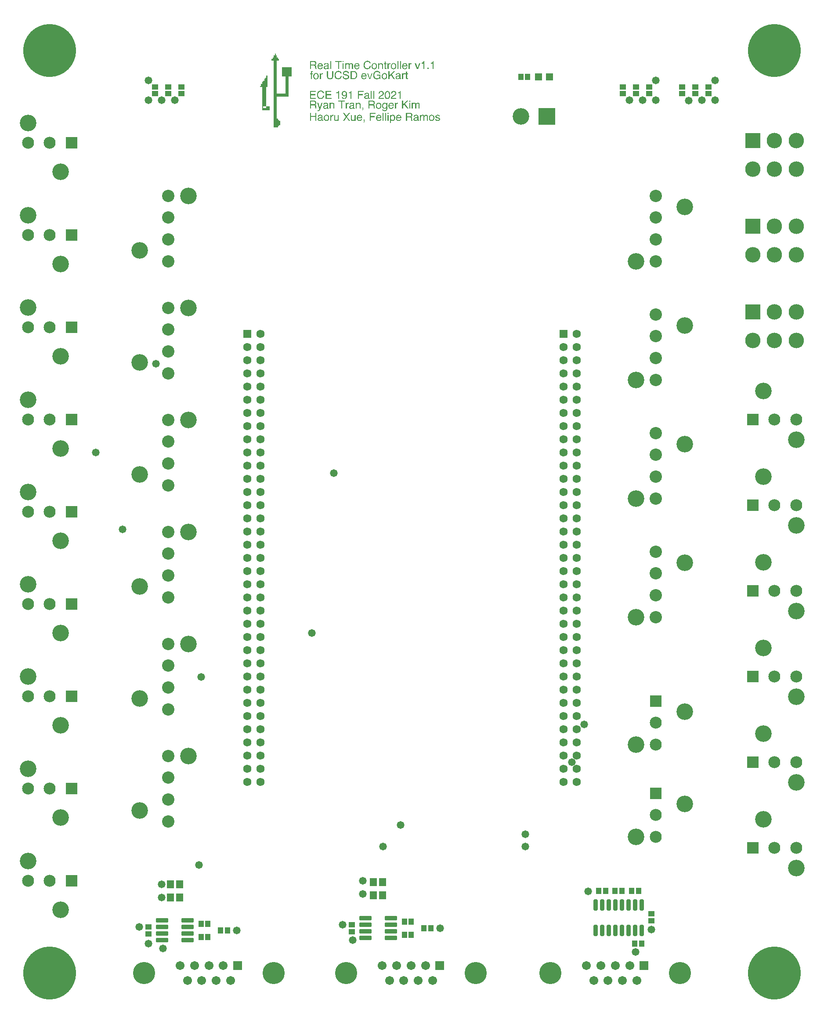
<source format=gts>
G04*
G04 #@! TF.GenerationSoftware,Altium Limited,Altium Designer,21.9.2 (33)*
G04*
G04 Layer_Color=8388736*
%FSLAX44Y44*%
%MOMM*%
G71*
G04*
G04 #@! TF.SameCoordinates,D0450A9E-FE46-4EA2-B322-C77A40C1B8EA*
G04*
G04*
G04 #@! TF.FilePolarity,Negative*
G04*
G01*
G75*
%ADD24R,1.4032X1.4032*%
%ADD25R,1.0532X1.1532*%
%ADD26R,1.1532X1.0532*%
G04:AMPARAMS|DCode=27|XSize=2.1732mm|YSize=0.8032mm|CornerRadius=0.1766mm|HoleSize=0mm|Usage=FLASHONLY|Rotation=270.000|XOffset=0mm|YOffset=0mm|HoleType=Round|Shape=RoundedRectangle|*
%AMROUNDEDRECTD27*
21,1,2.1732,0.4500,0,0,270.0*
21,1,1.8200,0.8032,0,0,270.0*
1,1,0.3532,-0.2250,-0.9100*
1,1,0.3532,-0.2250,0.9100*
1,1,0.3532,0.2250,0.9100*
1,1,0.3532,0.2250,-0.9100*
%
%ADD27ROUNDEDRECTD27*%
%ADD28R,1.1032X1.2032*%
%ADD29R,1.2032X1.1032*%
G04:AMPARAMS|DCode=30|XSize=2.3622mm|YSize=0.889mm|CornerRadius=0.1873mm|HoleSize=0mm|Usage=FLASHONLY|Rotation=0.000|XOffset=0mm|YOffset=0mm|HoleType=Round|Shape=RoundedRectangle|*
%AMROUNDEDRECTD30*
21,1,2.3622,0.5143,0,0,0.0*
21,1,1.9876,0.8890,0,0,0.0*
1,1,0.3747,0.9938,-0.2572*
1,1,0.3747,-0.9938,-0.2572*
1,1,0.3747,-0.9938,0.2572*
1,1,0.3747,0.9938,0.2572*
%
%ADD30ROUNDEDRECTD30*%
%ADD31R,1.3532X1.5532*%
%ADD32R,1.5932X1.5932*%
%ADD33C,1.5932*%
%ADD34C,2.9782*%
%ADD35R,2.9782X2.9782*%
%ADD36C,3.2032*%
%ADD37R,3.2032X3.2032*%
%ADD38C,10.2032*%
%ADD39C,4.2692*%
%ADD40R,1.7112X1.7112*%
%ADD41C,1.7112*%
%ADD42C,2.3782*%
%ADD43R,2.3032X2.3032*%
%ADD44C,2.3032*%
%ADD45R,2.3032X2.3032*%
%ADD46C,1.4732*%
G36*
X521208Y1829562D02*
Y1827530D01*
Y1825498D01*
Y1823466D01*
Y1821434D01*
Y1819402D01*
Y1817370D01*
Y1815338D01*
Y1813306D01*
Y1811274D01*
Y1809242D01*
X519176D01*
Y1772666D01*
X525272D01*
Y1770634D01*
Y1768602D01*
Y1766570D01*
Y1764538D01*
X511048D01*
Y1766570D01*
Y1768602D01*
Y1770634D01*
Y1772666D01*
Y1774698D01*
Y1776730D01*
Y1778762D01*
Y1780794D01*
Y1782826D01*
Y1784858D01*
Y1786890D01*
Y1788922D01*
Y1790954D01*
Y1792986D01*
Y1795018D01*
Y1797050D01*
Y1799082D01*
Y1801114D01*
Y1803146D01*
Y1805178D01*
Y1807210D01*
Y1809242D01*
X506984D01*
Y1811274D01*
X509016D01*
Y1813306D01*
Y1815338D01*
X511048D01*
Y1817370D01*
Y1819402D01*
X513080D01*
Y1821434D01*
X515112D01*
Y1823466D01*
Y1825498D01*
X517144D01*
Y1827530D01*
X519176D01*
Y1829562D01*
Y1831594D01*
X521208D01*
Y1829562D01*
D02*
G37*
G36*
X537464Y1872234D02*
Y1870202D01*
X539496D01*
Y1868170D01*
Y1866138D01*
X541528D01*
Y1864106D01*
X543560D01*
Y1862074D01*
Y1860042D01*
X539496D01*
Y1858010D01*
Y1855978D01*
Y1853946D01*
Y1851914D01*
Y1849882D01*
Y1847850D01*
Y1845818D01*
Y1843786D01*
Y1841754D01*
Y1839722D01*
Y1837690D01*
Y1835658D01*
Y1833626D01*
Y1831594D01*
Y1829562D01*
Y1827530D01*
Y1825498D01*
Y1823466D01*
Y1821434D01*
Y1819402D01*
Y1817370D01*
Y1815338D01*
Y1813306D01*
Y1811274D01*
Y1809242D01*
Y1807210D01*
Y1805178D01*
Y1803146D01*
Y1801114D01*
Y1799082D01*
Y1797050D01*
X555752D01*
Y1799082D01*
Y1801114D01*
Y1803146D01*
Y1805178D01*
Y1807210D01*
Y1809242D01*
Y1811274D01*
Y1813306D01*
Y1815338D01*
Y1817370D01*
Y1819402D01*
Y1821434D01*
Y1823466D01*
Y1825498D01*
Y1827530D01*
Y1829562D01*
X549656D01*
Y1831594D01*
Y1833626D01*
Y1835658D01*
Y1837690D01*
Y1839722D01*
Y1841754D01*
Y1843786D01*
Y1845818D01*
Y1847850D01*
X567944D01*
Y1845818D01*
Y1843786D01*
Y1841754D01*
Y1839722D01*
Y1837690D01*
Y1835658D01*
Y1833626D01*
Y1831594D01*
Y1829562D01*
X561848D01*
Y1827530D01*
Y1825498D01*
Y1823466D01*
Y1821434D01*
Y1819402D01*
Y1817370D01*
Y1815338D01*
Y1813306D01*
Y1811274D01*
Y1809242D01*
Y1807210D01*
Y1805178D01*
Y1803146D01*
Y1801114D01*
Y1799082D01*
Y1797050D01*
Y1795018D01*
Y1792986D01*
Y1790954D01*
X539496D01*
Y1788922D01*
Y1786890D01*
Y1784858D01*
Y1782826D01*
Y1780794D01*
Y1778762D01*
Y1776730D01*
Y1774698D01*
Y1772666D01*
Y1770634D01*
Y1768602D01*
Y1766570D01*
Y1764538D01*
Y1762506D01*
Y1760474D01*
Y1758442D01*
Y1756410D01*
Y1754378D01*
Y1752346D01*
Y1750314D01*
Y1748282D01*
X541528D01*
Y1746250D01*
X543560D01*
Y1744218D01*
X545592D01*
Y1742186D01*
Y1740154D01*
Y1738122D01*
Y1736090D01*
X543560D01*
Y1734058D01*
X541528D01*
Y1732026D01*
X533400D01*
Y1734058D01*
Y1736090D01*
Y1738122D01*
Y1740154D01*
Y1742186D01*
Y1744218D01*
Y1746250D01*
Y1748282D01*
Y1750314D01*
Y1752346D01*
Y1754378D01*
Y1756410D01*
Y1758442D01*
Y1760474D01*
Y1762506D01*
Y1764538D01*
Y1766570D01*
Y1768602D01*
Y1770634D01*
Y1772666D01*
Y1774698D01*
Y1776730D01*
Y1778762D01*
Y1780794D01*
Y1782826D01*
Y1784858D01*
Y1786890D01*
Y1788922D01*
Y1790954D01*
Y1792986D01*
Y1795018D01*
Y1797050D01*
Y1799082D01*
Y1801114D01*
Y1803146D01*
Y1805178D01*
Y1807210D01*
Y1809242D01*
Y1811274D01*
Y1813306D01*
Y1815338D01*
Y1817370D01*
Y1819402D01*
Y1821434D01*
Y1823466D01*
Y1825498D01*
Y1827530D01*
Y1829562D01*
Y1831594D01*
Y1833626D01*
Y1835658D01*
Y1837690D01*
Y1839722D01*
Y1841754D01*
Y1843786D01*
Y1845818D01*
Y1847850D01*
Y1849882D01*
Y1851914D01*
Y1853946D01*
Y1855978D01*
Y1860042D01*
X529336D01*
Y1862074D01*
Y1864106D01*
X531368D01*
Y1866138D01*
X533400D01*
Y1868170D01*
Y1870202D01*
X535432D01*
Y1872234D01*
Y1874266D01*
X537464D01*
Y1872234D01*
D02*
G37*
G36*
X668243Y1857441D02*
X666304D01*
Y1859591D01*
X668243D01*
Y1857441D01*
D02*
G37*
G36*
X714145Y1859997D02*
X714357D01*
X714604Y1859962D01*
X714886Y1859926D01*
X715203Y1859891D01*
X715538Y1859821D01*
X715890Y1859732D01*
X716278Y1859644D01*
X716648Y1859503D01*
X717036Y1859362D01*
X717406Y1859186D01*
X717759Y1858974D01*
X718111Y1858745D01*
X718429Y1858463D01*
X718446Y1858446D01*
X718499Y1858393D01*
X718587Y1858304D01*
X718693Y1858199D01*
X718817Y1858040D01*
X718958Y1857864D01*
X719099Y1857670D01*
X719257Y1857441D01*
X719416Y1857194D01*
X719575Y1856930D01*
X719733Y1856630D01*
X719874Y1856330D01*
X719998Y1855995D01*
X720103Y1855660D01*
X720174Y1855308D01*
X720227Y1854938D01*
X718182D01*
Y1854955D01*
X718164Y1855008D01*
X718147Y1855079D01*
X718111Y1855184D01*
X718076Y1855308D01*
X718023Y1855466D01*
X717882Y1855801D01*
X717706Y1856172D01*
X717459Y1856577D01*
X717160Y1856965D01*
X716807Y1857317D01*
X716789Y1857335D01*
X716754Y1857353D01*
X716701Y1857406D01*
X716613Y1857458D01*
X716507Y1857529D01*
X716384Y1857599D01*
X716225Y1857670D01*
X716049Y1857758D01*
X715855Y1857846D01*
X715644Y1857917D01*
X715397Y1857987D01*
X715132Y1858058D01*
X714850Y1858111D01*
X714551Y1858163D01*
X714233Y1858181D01*
X713881Y1858199D01*
X713775D01*
X713669Y1858181D01*
X713493D01*
X713299Y1858146D01*
X713088Y1858111D01*
X712823Y1858058D01*
X712559Y1858005D01*
X712277Y1857917D01*
X711977Y1857811D01*
X711660Y1857670D01*
X711360Y1857511D01*
X711043Y1857335D01*
X710743Y1857106D01*
X710461Y1856859D01*
X710179Y1856577D01*
X710161Y1856559D01*
X710126Y1856507D01*
X710056Y1856401D01*
X709967Y1856277D01*
X709862Y1856101D01*
X709738Y1855890D01*
X709615Y1855643D01*
X709492Y1855361D01*
X709351Y1855043D01*
X709227Y1854673D01*
X709104Y1854268D01*
X708998Y1853827D01*
X708910Y1853351D01*
X708839Y1852822D01*
X708804Y1852258D01*
X708786Y1851659D01*
Y1851624D01*
Y1851535D01*
X708804Y1851395D01*
Y1851201D01*
X708822Y1850972D01*
X708857Y1850707D01*
X708892Y1850407D01*
X708945Y1850090D01*
X709016Y1849738D01*
X709104Y1849385D01*
X709192Y1849015D01*
X709315Y1848645D01*
X709474Y1848274D01*
X709633Y1847904D01*
X709827Y1847569D01*
X710056Y1847234D01*
X710073Y1847217D01*
X710108Y1847164D01*
X710197Y1847076D01*
X710302Y1846970D01*
X710426Y1846847D01*
X710584Y1846706D01*
X710778Y1846547D01*
X711008Y1846388D01*
X711254Y1846230D01*
X711536Y1846071D01*
X711854Y1845930D01*
X712189Y1845807D01*
X712559Y1845701D01*
X712964Y1845613D01*
X713387Y1845560D01*
X713846Y1845542D01*
X713951D01*
X714075Y1845560D01*
X714233Y1845577D01*
X714427Y1845595D01*
X714639Y1845630D01*
X714886Y1845701D01*
X715150Y1845771D01*
X715432Y1845860D01*
X715714Y1845983D01*
X716014Y1846124D01*
X716313Y1846300D01*
X716596Y1846512D01*
X716878Y1846741D01*
X717124Y1847023D01*
X717371Y1847340D01*
Y1847358D01*
X717406Y1847375D01*
X717442Y1847428D01*
X717477Y1847516D01*
X717530Y1847605D01*
X717600Y1847710D01*
X717671Y1847851D01*
X717741Y1847992D01*
X717812Y1848169D01*
X717900Y1848363D01*
X718059Y1848768D01*
X718217Y1849262D01*
X718341Y1849808D01*
X720385D01*
Y1849773D01*
X720368Y1849702D01*
X720350Y1849579D01*
X720315Y1849403D01*
X720280Y1849191D01*
X720209Y1848944D01*
X720139Y1848680D01*
X720051Y1848380D01*
X719945Y1848063D01*
X719821Y1847728D01*
X719663Y1847393D01*
X719504Y1847041D01*
X719310Y1846688D01*
X719081Y1846353D01*
X718852Y1846018D01*
X718570Y1845701D01*
X718552Y1845683D01*
X718482Y1845613D01*
X718376Y1845524D01*
X718235Y1845401D01*
X718041Y1845242D01*
X717812Y1845084D01*
X717565Y1844890D01*
X717248Y1844714D01*
X716913Y1844537D01*
X716543Y1844344D01*
X716137Y1844185D01*
X715696Y1844044D01*
X715220Y1843903D01*
X714709Y1843815D01*
X714163Y1843744D01*
X713599Y1843727D01*
X713475D01*
X713334Y1843744D01*
X713140D01*
X712911Y1843779D01*
X712647Y1843815D01*
X712347Y1843867D01*
X712012Y1843920D01*
X711660Y1844009D01*
X711290Y1844114D01*
X710919Y1844255D01*
X710532Y1844396D01*
X710144Y1844590D01*
X709774Y1844802D01*
X709403Y1845049D01*
X709051Y1845331D01*
X709016Y1845348D01*
X708945Y1845436D01*
X708822Y1845560D01*
X708681Y1845736D01*
X708487Y1845965D01*
X708293Y1846247D01*
X708064Y1846582D01*
X707852Y1846988D01*
X707623Y1847428D01*
X707394Y1847922D01*
X707200Y1848468D01*
X707006Y1849068D01*
X706865Y1849720D01*
X706742Y1850425D01*
X706671Y1851201D01*
X706636Y1852012D01*
Y1852029D01*
Y1852047D01*
Y1852100D01*
Y1852170D01*
X706654Y1852346D01*
X706671Y1852576D01*
X706689Y1852875D01*
X706724Y1853210D01*
X706795Y1853598D01*
X706865Y1854003D01*
X706953Y1854444D01*
X707077Y1854902D01*
X707235Y1855361D01*
X707394Y1855837D01*
X707605Y1856313D01*
X707852Y1856771D01*
X708134Y1857212D01*
X708452Y1857635D01*
X708469Y1857670D01*
X708540Y1857740D01*
X708663Y1857846D01*
X708804Y1858005D01*
X709016Y1858181D01*
X709245Y1858393D01*
X709544Y1858604D01*
X709862Y1858833D01*
X710232Y1859045D01*
X710637Y1859256D01*
X711078Y1859468D01*
X711554Y1859644D01*
X712083Y1859803D01*
X712647Y1859909D01*
X713229Y1859997D01*
X713863Y1860014D01*
X713987D01*
X714145Y1859997D01*
D02*
G37*
G36*
X682962Y1855625D02*
X683121D01*
X683315Y1855590D01*
X683526Y1855555D01*
X683755Y1855502D01*
X684002Y1855431D01*
X684249Y1855343D01*
X684513Y1855237D01*
X684778Y1855114D01*
X685024Y1854955D01*
X685271Y1854761D01*
X685483Y1854550D01*
X685677Y1854285D01*
X685853Y1854003D01*
Y1853986D01*
X685871Y1853968D01*
X685888Y1853915D01*
X685923Y1853845D01*
X685959Y1853757D01*
X685994Y1853651D01*
X686029Y1853528D01*
X686082Y1853369D01*
X686153Y1853034D01*
X686223Y1852628D01*
X686276Y1852153D01*
X686294Y1851624D01*
Y1844114D01*
X684337D01*
Y1851959D01*
Y1851976D01*
Y1852012D01*
Y1852064D01*
Y1852135D01*
X684302Y1852329D01*
X684266Y1852576D01*
X684196Y1852822D01*
X684108Y1853087D01*
X683967Y1853316D01*
X683773Y1853492D01*
X683755Y1853510D01*
X683667Y1853563D01*
X683544Y1853633D01*
X683385Y1853704D01*
X683191Y1853774D01*
X682944Y1853845D01*
X682680Y1853898D01*
X682380Y1853915D01*
X682274D01*
X682186Y1853898D01*
X682098D01*
X681992Y1853880D01*
X681728Y1853827D01*
X681428Y1853739D01*
X681094Y1853598D01*
X680776Y1853404D01*
X680618Y1853298D01*
X680459Y1853157D01*
X680424Y1853122D01*
X680388Y1853087D01*
X680335Y1853016D01*
X680283Y1852928D01*
X680212Y1852840D01*
X680142Y1852717D01*
X680071Y1852576D01*
X679983Y1852399D01*
X679912Y1852223D01*
X679842Y1852029D01*
X679789Y1851800D01*
X679736Y1851553D01*
X679701Y1851289D01*
X679683Y1850989D01*
X679666Y1850672D01*
Y1844114D01*
X677727D01*
Y1851483D01*
Y1851500D01*
Y1851535D01*
Y1851588D01*
Y1851677D01*
X677709Y1851871D01*
X677691Y1852117D01*
X677656Y1852399D01*
X677621Y1852681D01*
X677550Y1852928D01*
X677462Y1853157D01*
Y1853175D01*
X677445Y1853192D01*
X677374Y1853281D01*
X677268Y1853404D01*
X677092Y1853563D01*
X676880Y1853704D01*
X676598Y1853827D01*
X676246Y1853915D01*
X676052Y1853951D01*
X675735D01*
X675664Y1853933D01*
X675558D01*
X675453Y1853915D01*
X675188Y1853845D01*
X674889Y1853739D01*
X674554Y1853598D01*
X674219Y1853386D01*
X674060Y1853245D01*
X673884Y1853104D01*
X673866Y1853087D01*
X673848Y1853069D01*
X673796Y1853016D01*
X673743Y1852946D01*
X673672Y1852840D01*
X673602Y1852734D01*
X673531Y1852593D01*
X673443Y1852417D01*
X673355Y1852223D01*
X673285Y1852012D01*
X673214Y1851765D01*
X673143Y1851483D01*
X673091Y1851183D01*
X673038Y1850848D01*
X673020Y1850478D01*
X673002Y1850090D01*
Y1844114D01*
X671099D01*
Y1855396D01*
X672985D01*
Y1853810D01*
X673020Y1853827D01*
X673091Y1853933D01*
X673232Y1854074D01*
X673390Y1854250D01*
X673584Y1854462D01*
X673778Y1854656D01*
X673990Y1854850D01*
X674201Y1855008D01*
X674219D01*
X674236Y1855043D01*
X674289Y1855061D01*
X674377Y1855114D01*
X674465Y1855149D01*
X674571Y1855202D01*
X674818Y1855325D01*
X675135Y1855449D01*
X675506Y1855537D01*
X675911Y1855607D01*
X676334Y1855643D01*
X676457D01*
X676563Y1855625D01*
X676669D01*
X676810Y1855607D01*
X677110Y1855555D01*
X677462Y1855484D01*
X677815Y1855361D01*
X678185Y1855202D01*
X678502Y1854991D01*
X678520Y1854973D01*
X678590Y1854920D01*
X678679Y1854832D01*
X678784Y1854709D01*
X678925Y1854550D01*
X679066Y1854356D01*
X679207Y1854127D01*
X679348Y1853862D01*
Y1853880D01*
X679384Y1853898D01*
X679454Y1854021D01*
X679595Y1854180D01*
X679771Y1854374D01*
X679983Y1854585D01*
X680247Y1854814D01*
X680529Y1855026D01*
X680829Y1855202D01*
X680847D01*
X680864Y1855220D01*
X680917Y1855237D01*
X680988Y1855273D01*
X681164Y1855343D01*
X681393Y1855431D01*
X681675Y1855502D01*
X682010Y1855572D01*
X682363Y1855625D01*
X682750Y1855643D01*
X682856D01*
X682962Y1855625D01*
D02*
G37*
G36*
X740410D02*
X740569D01*
X740763Y1855590D01*
X740992Y1855555D01*
X741221Y1855502D01*
X741486Y1855431D01*
X741750Y1855343D01*
X742032Y1855237D01*
X742297Y1855096D01*
X742561Y1854938D01*
X742808Y1854744D01*
X743037Y1854515D01*
X743248Y1854268D01*
X743425Y1853968D01*
Y1853951D01*
X743442Y1853933D01*
X743478Y1853880D01*
X743495Y1853792D01*
X743530Y1853704D01*
X743583Y1853580D01*
X743619Y1853457D01*
X743671Y1853298D01*
X743707Y1853122D01*
X743742Y1852928D01*
X743795Y1852717D01*
X743830Y1852470D01*
X743865Y1852223D01*
X743883Y1851941D01*
X743901Y1851659D01*
Y1851342D01*
Y1844114D01*
X741962D01*
Y1851218D01*
Y1851236D01*
Y1851271D01*
Y1851324D01*
Y1851395D01*
X741944Y1851588D01*
X741926Y1851818D01*
X741891Y1852082D01*
X741838Y1852364D01*
X741768Y1852646D01*
X741662Y1852893D01*
Y1852910D01*
X741644Y1852946D01*
X741609Y1852999D01*
X741556Y1853051D01*
X741433Y1853228D01*
X741239Y1853422D01*
X740992Y1853616D01*
X740675Y1853792D01*
X740481Y1853845D01*
X740287Y1853898D01*
X740075Y1853933D01*
X739829Y1853951D01*
X739582D01*
X739441Y1853933D01*
X739265Y1853915D01*
X739071Y1853898D01*
X738894Y1853862D01*
X738718Y1853810D01*
X738683Y1853792D01*
X738595Y1853757D01*
X738436Y1853704D01*
X738260Y1853616D01*
X738048Y1853475D01*
X737819Y1853316D01*
X737572Y1853122D01*
X737343Y1852875D01*
X737326Y1852858D01*
X737273Y1852787D01*
X737185Y1852664D01*
X737096Y1852523D01*
X736991Y1852346D01*
X736885Y1852153D01*
X736797Y1851941D01*
X736726Y1851712D01*
Y1851677D01*
X736709Y1851606D01*
X736691Y1851465D01*
X736656Y1851289D01*
X736638Y1851042D01*
X736603Y1850760D01*
X736585Y1850407D01*
Y1850020D01*
Y1844114D01*
X734681D01*
Y1855396D01*
X736497D01*
Y1853792D01*
X736515Y1853810D01*
X736532Y1853827D01*
X736585Y1853880D01*
X736638Y1853951D01*
X736797Y1854127D01*
X737008Y1854338D01*
X737255Y1854568D01*
X737555Y1854797D01*
X737854Y1855026D01*
X738189Y1855202D01*
X738207D01*
X738224Y1855220D01*
X738277Y1855237D01*
X738348Y1855273D01*
X738524Y1855343D01*
X738771Y1855431D01*
X739071Y1855502D01*
X739406Y1855572D01*
X739776Y1855625D01*
X740181Y1855643D01*
X740287D01*
X740410Y1855625D01*
D02*
G37*
G36*
X798581D02*
X798687D01*
X798828Y1855607D01*
X799022Y1855590D01*
Y1853598D01*
X798987D01*
X798916Y1853616D01*
X798828Y1853633D01*
X798687D01*
X798617Y1853651D01*
X798264D01*
X798176Y1853633D01*
X798053Y1853616D01*
X797912Y1853598D01*
X797594Y1853528D01*
X797224Y1853422D01*
X796854Y1853263D01*
X796678Y1853157D01*
X796501Y1853034D01*
X796343Y1852875D01*
X796184Y1852717D01*
Y1852699D01*
X796149Y1852681D01*
X796114Y1852628D01*
X796061Y1852558D01*
X796008Y1852470D01*
X795937Y1852364D01*
X795814Y1852117D01*
X795673Y1851800D01*
X795549Y1851430D01*
X795461Y1851042D01*
X795444Y1850830D01*
X795426Y1850601D01*
Y1844114D01*
X793522D01*
Y1855396D01*
X795338D01*
Y1853439D01*
X795356Y1853475D01*
X795391Y1853545D01*
X795444Y1853669D01*
X795549Y1853827D01*
X795691Y1854039D01*
X795884Y1854268D01*
X796114Y1854532D01*
X796413Y1854832D01*
X796431Y1854850D01*
X796449Y1854867D01*
X796501Y1854902D01*
X796572Y1854955D01*
X796748Y1855096D01*
X796995Y1855237D01*
X797277Y1855378D01*
X797612Y1855519D01*
X798000Y1855607D01*
X798194Y1855643D01*
X798511D01*
X798581Y1855625D01*
D02*
G37*
G36*
X757791D02*
X757897D01*
X758038Y1855607D01*
X758232Y1855590D01*
Y1853598D01*
X758197D01*
X758126Y1853616D01*
X758038Y1853633D01*
X757897D01*
X757826Y1853651D01*
X757474D01*
X757386Y1853633D01*
X757262Y1853616D01*
X757121Y1853598D01*
X756804Y1853528D01*
X756434Y1853422D01*
X756064Y1853263D01*
X755887Y1853157D01*
X755711Y1853034D01*
X755553Y1852875D01*
X755394Y1852717D01*
Y1852699D01*
X755359Y1852681D01*
X755323Y1852628D01*
X755270Y1852558D01*
X755218Y1852470D01*
X755147Y1852364D01*
X755024Y1852117D01*
X754883Y1851800D01*
X754759Y1851430D01*
X754671Y1851042D01*
X754653Y1850830D01*
X754636Y1850601D01*
Y1844114D01*
X752732D01*
Y1855396D01*
X754548D01*
Y1853439D01*
X754565Y1853475D01*
X754601Y1853545D01*
X754653Y1853669D01*
X754759Y1853827D01*
X754900Y1854039D01*
X755094Y1854268D01*
X755323Y1854532D01*
X755623Y1854832D01*
X755641Y1854850D01*
X755658Y1854867D01*
X755711Y1854902D01*
X755782Y1854955D01*
X755958Y1855096D01*
X756205Y1855237D01*
X756487Y1855378D01*
X756822Y1855519D01*
X757209Y1855607D01*
X757403Y1855643D01*
X757721D01*
X757791Y1855625D01*
D02*
G37*
G36*
X811573Y1844114D02*
X809546D01*
X805386Y1855396D01*
X807589D01*
X810603Y1846212D01*
X813759Y1855396D01*
X815839D01*
X811573Y1844114D01*
D02*
G37*
G36*
X841716D02*
X839689D01*
Y1854797D01*
X836146D01*
Y1856260D01*
X836163D01*
X836234Y1856277D01*
X836340D01*
X836481Y1856295D01*
X836639Y1856313D01*
X836833Y1856348D01*
X837045Y1856383D01*
X837274Y1856418D01*
X837750Y1856507D01*
X838208Y1856612D01*
X838437Y1856683D01*
X838649Y1856753D01*
X838843Y1856824D01*
X839001Y1856912D01*
X839019D01*
X839037Y1856930D01*
X839143Y1857018D01*
X839195Y1857071D01*
X839284Y1857159D01*
X839372Y1857247D01*
X839460Y1857370D01*
X839548Y1857511D01*
X839654Y1857670D01*
X839760Y1857846D01*
X839865Y1858058D01*
X839953Y1858287D01*
X840042Y1858534D01*
X840130Y1858816D01*
X840218Y1859133D01*
X841716D01*
Y1844114D01*
D02*
G37*
G36*
X832127D02*
X829923D01*
Y1846406D01*
X832127D01*
Y1844114D01*
D02*
G37*
G36*
X823718D02*
X821691D01*
Y1854797D01*
X818148D01*
Y1856260D01*
X818166D01*
X818236Y1856277D01*
X818342D01*
X818483Y1856295D01*
X818642Y1856313D01*
X818836Y1856348D01*
X819047Y1856383D01*
X819276Y1856418D01*
X819752Y1856507D01*
X820210Y1856612D01*
X820440Y1856683D01*
X820651Y1856753D01*
X820845Y1856824D01*
X821004Y1856912D01*
X821021D01*
X821039Y1856930D01*
X821145Y1857018D01*
X821198Y1857071D01*
X821286Y1857159D01*
X821374Y1857247D01*
X821462Y1857370D01*
X821550Y1857511D01*
X821656Y1857670D01*
X821762Y1857846D01*
X821868Y1858058D01*
X821956Y1858287D01*
X822044Y1858534D01*
X822132Y1858816D01*
X822220Y1859133D01*
X823718D01*
Y1844114D01*
D02*
G37*
G36*
X778627D02*
X776723D01*
Y1859591D01*
X778627D01*
Y1844114D01*
D02*
G37*
G36*
X773832D02*
X771928D01*
Y1859591D01*
X773832D01*
Y1844114D01*
D02*
G37*
G36*
X668243D02*
X666304D01*
Y1855343D01*
X668243D01*
Y1844114D01*
D02*
G37*
G36*
X664647Y1857758D02*
X659429D01*
Y1844114D01*
X657296D01*
Y1857758D01*
X652078D01*
Y1859591D01*
X664647D01*
Y1857758D01*
D02*
G37*
G36*
X644287Y1844114D02*
X642383D01*
Y1859591D01*
X644287D01*
Y1844114D01*
D02*
G37*
G36*
X610848Y1859574D02*
X611024D01*
X611218Y1859556D01*
X611429Y1859521D01*
X611905Y1859468D01*
X612381Y1859380D01*
X612875Y1859256D01*
X613333Y1859080D01*
X613351Y1859062D01*
X613421Y1859027D01*
X613527Y1858974D01*
X613668Y1858886D01*
X613844Y1858763D01*
X614021Y1858622D01*
X614214Y1858463D01*
X614426Y1858252D01*
X614620Y1858022D01*
X614814Y1857758D01*
X615008Y1857458D01*
X615166Y1857124D01*
X615307Y1856753D01*
X615413Y1856348D01*
X615484Y1855890D01*
X615501Y1855414D01*
Y1855396D01*
Y1855361D01*
Y1855273D01*
Y1855184D01*
X615484Y1855061D01*
X615466Y1854920D01*
X615431Y1854603D01*
X615360Y1854250D01*
X615254Y1853862D01*
X615113Y1853492D01*
X614920Y1853140D01*
Y1853122D01*
X614902Y1853104D01*
X614814Y1852999D01*
X614690Y1852840D01*
X614514Y1852628D01*
X614285Y1852399D01*
X614021Y1852170D01*
X613703Y1851923D01*
X613333Y1851712D01*
X613351D01*
X613368Y1851694D01*
X613474Y1851641D01*
X613650Y1851571D01*
X613844Y1851447D01*
X614056Y1851306D01*
X614285Y1851148D01*
X614496Y1850954D01*
X614690Y1850742D01*
X614708Y1850707D01*
X614761Y1850636D01*
X614831Y1850478D01*
X614920Y1850284D01*
X615025Y1850002D01*
X615096Y1849667D01*
X615166Y1849279D01*
X615201Y1848803D01*
X615272Y1846723D01*
Y1846706D01*
Y1846688D01*
Y1846582D01*
X615290Y1846423D01*
X615307Y1846230D01*
X615325Y1846018D01*
X615360Y1845789D01*
X615395Y1845577D01*
X615431Y1845401D01*
X615448Y1845366D01*
X615466Y1845278D01*
X615519Y1845154D01*
X615589Y1845013D01*
X615677Y1844837D01*
X615783Y1844696D01*
X615924Y1844555D01*
X616101Y1844449D01*
Y1844114D01*
X613527D01*
Y1844132D01*
X613509Y1844150D01*
X613474Y1844255D01*
X613404Y1844414D01*
X613351Y1844626D01*
Y1844643D01*
Y1844696D01*
X613333Y1844767D01*
X613315Y1844890D01*
X613298Y1845066D01*
X613280Y1845278D01*
X613262Y1845524D01*
X613245Y1845842D01*
X613121Y1848433D01*
Y1848451D01*
Y1848504D01*
X613104Y1848574D01*
X613086Y1848680D01*
X613069Y1848803D01*
X613051Y1848944D01*
X612963Y1849262D01*
X612822Y1849597D01*
X612716Y1849773D01*
X612610Y1849931D01*
X612487Y1850090D01*
X612346Y1850231D01*
X612187Y1850354D01*
X611993Y1850460D01*
X611958Y1850478D01*
X611888Y1850513D01*
X611729Y1850548D01*
X611535Y1850601D01*
X611271Y1850654D01*
X610953Y1850707D01*
X610565Y1850725D01*
X610107Y1850742D01*
X605330D01*
Y1844114D01*
X603232D01*
Y1859591D01*
X610706D01*
X610848Y1859574D01*
D02*
G37*
G36*
X748995Y1855396D02*
X750793D01*
Y1853845D01*
X748995D01*
Y1846476D01*
Y1846459D01*
Y1846388D01*
X749013Y1846283D01*
X749048Y1846159D01*
X749101Y1846036D01*
X749171Y1845895D01*
X749259Y1845771D01*
X749400Y1845683D01*
X749418D01*
X749436Y1845665D01*
X749489Y1845648D01*
X749577Y1845630D01*
X749665Y1845613D01*
X749788Y1845595D01*
X749947Y1845577D01*
X750652D01*
X750793Y1845595D01*
Y1844114D01*
X750775D01*
X750740Y1844097D01*
X750670Y1844079D01*
X750599Y1844061D01*
X750370Y1844026D01*
X750123Y1843991D01*
X750070D01*
X749982Y1843973D01*
X749894D01*
X749788Y1843956D01*
X749647D01*
X749348Y1843938D01*
X749224D01*
X749136Y1843956D01*
X749030D01*
X748907Y1843973D01*
X748625Y1844026D01*
X748325Y1844097D01*
X748026Y1844220D01*
X747761Y1844379D01*
X747655Y1844485D01*
X747550Y1844608D01*
X747532Y1844643D01*
X747479Y1844731D01*
X747391Y1844890D01*
X747320Y1845084D01*
X747232Y1845348D01*
X747144Y1845648D01*
X747091Y1845983D01*
X747074Y1846371D01*
Y1853845D01*
X745540D01*
Y1855396D01*
X747074D01*
Y1858551D01*
X748995D01*
Y1855396D01*
D02*
G37*
G36*
X635103Y1855660D02*
X635262D01*
X635456Y1855643D01*
X635685Y1855607D01*
X635914Y1855590D01*
X636425Y1855502D01*
X636972Y1855361D01*
X637500Y1855167D01*
X637747Y1855061D01*
X637994Y1854920D01*
X638012D01*
X638047Y1854885D01*
X638100Y1854832D01*
X638188Y1854779D01*
X638276Y1854691D01*
X638382Y1854603D01*
X638505Y1854479D01*
X638611Y1854338D01*
X638734Y1854180D01*
X638840Y1854003D01*
X638946Y1853810D01*
X639034Y1853598D01*
X639122Y1853369D01*
X639175Y1853122D01*
X639210Y1852858D01*
X639228Y1852558D01*
Y1846053D01*
Y1846036D01*
Y1846001D01*
Y1845948D01*
X639246Y1845877D01*
X639281Y1845718D01*
X639351Y1845560D01*
X639369Y1845524D01*
X639404Y1845507D01*
X639457Y1845472D01*
X639528Y1845436D01*
X639616Y1845419D01*
X639721Y1845383D01*
X640039D01*
X640145Y1845401D01*
X640180D01*
X640250Y1845419D01*
X640356Y1845436D01*
X640480Y1845454D01*
Y1844079D01*
X640462D01*
X640409Y1844061D01*
X640321Y1844026D01*
X640233Y1844009D01*
X640004Y1843956D01*
X639898Y1843938D01*
X639810Y1843920D01*
X639774D01*
X639721Y1843903D01*
X639563D01*
X639440Y1843885D01*
X639087D01*
X639016Y1843903D01*
X638840Y1843920D01*
X638629Y1843973D01*
X638399Y1844044D01*
X638170Y1844167D01*
X637959Y1844326D01*
X637765Y1844555D01*
X637747Y1844573D01*
X637730Y1844626D01*
X637677Y1844714D01*
X637624Y1844819D01*
X637571Y1844978D01*
X637518Y1845154D01*
X637465Y1845366D01*
X637430Y1845595D01*
X637395Y1845560D01*
X637324Y1845472D01*
X637183Y1845331D01*
X637007Y1845154D01*
X636760Y1844943D01*
X636478Y1844731D01*
X636143Y1844502D01*
X635755Y1844291D01*
X635738D01*
X635702Y1844273D01*
X635649Y1844238D01*
X635561Y1844203D01*
X635473Y1844167D01*
X635350Y1844114D01*
X635209Y1844061D01*
X635050Y1844026D01*
X634698Y1843920D01*
X634292Y1843832D01*
X633852Y1843762D01*
X633376Y1843744D01*
X633217D01*
X633111Y1843762D01*
X632988Y1843779D01*
X632829Y1843797D01*
X632653Y1843815D01*
X632459Y1843867D01*
X632053Y1843973D01*
X631630Y1844132D01*
X631419Y1844238D01*
X631207Y1844379D01*
X630996Y1844520D01*
X630802Y1844678D01*
X630784Y1844696D01*
X630767Y1844731D01*
X630714Y1844784D01*
X630643Y1844855D01*
X630573Y1844943D01*
X630485Y1845049D01*
X630396Y1845190D01*
X630308Y1845331D01*
X630132Y1845683D01*
X629973Y1846089D01*
X629850Y1846565D01*
X629832Y1846811D01*
X629815Y1847076D01*
Y1847093D01*
Y1847146D01*
Y1847234D01*
X629832Y1847340D01*
X629850Y1847464D01*
X629868Y1847622D01*
X629938Y1847975D01*
X630044Y1848363D01*
X630220Y1848768D01*
X630344Y1848962D01*
X630467Y1849156D01*
X630608Y1849332D01*
X630784Y1849508D01*
X630802Y1849526D01*
X630837Y1849544D01*
X630890Y1849597D01*
X630961Y1849649D01*
X631066Y1849720D01*
X631172Y1849790D01*
X631313Y1849879D01*
X631472Y1849967D01*
X631648Y1850055D01*
X631842Y1850143D01*
X632283Y1850319D01*
X632794Y1850460D01*
X633358Y1850566D01*
X636390Y1850954D01*
X636425D01*
X636496Y1850972D01*
X636601Y1851007D01*
X636742Y1851042D01*
X636884Y1851113D01*
X637024Y1851218D01*
X637148Y1851342D01*
X637254Y1851500D01*
Y1851518D01*
X637271Y1851553D01*
X637307Y1851606D01*
X637324Y1851677D01*
X637359Y1851782D01*
X637377Y1851906D01*
X637395Y1852064D01*
Y1852223D01*
Y1852241D01*
Y1852258D01*
Y1852311D01*
X637377Y1852382D01*
X637359Y1852558D01*
X637307Y1852769D01*
X637218Y1852999D01*
X637095Y1853228D01*
X636919Y1853439D01*
X636690Y1853633D01*
X636654Y1853651D01*
X636566Y1853704D01*
X636408Y1853774D01*
X636178Y1853862D01*
X635914Y1853933D01*
X635561Y1854003D01*
X635174Y1854056D01*
X634715Y1854074D01*
X634574D01*
X634468Y1854056D01*
X634345D01*
X634222Y1854039D01*
X633904Y1853968D01*
X633552Y1853880D01*
X633199Y1853739D01*
X632882Y1853528D01*
X632741Y1853404D01*
X632618Y1853263D01*
X632600Y1853245D01*
X632565Y1853175D01*
X632494Y1853087D01*
X632424Y1852928D01*
X632353Y1852752D01*
X632283Y1852523D01*
X632212Y1852258D01*
X632159Y1851959D01*
X630379D01*
Y1851976D01*
Y1852047D01*
X630396Y1852153D01*
X630414Y1852294D01*
X630432Y1852470D01*
X630467Y1852664D01*
X630502Y1852875D01*
X630573Y1853104D01*
X630643Y1853334D01*
X630731Y1853580D01*
X630837Y1853827D01*
X630978Y1854056D01*
X631119Y1854285D01*
X631296Y1854497D01*
X631507Y1854691D01*
X631736Y1854850D01*
X631754Y1854867D01*
X631789Y1854885D01*
X631877Y1854920D01*
X631965Y1854973D01*
X632089Y1855043D01*
X632247Y1855114D01*
X632406Y1855184D01*
X632600Y1855273D01*
X632812Y1855343D01*
X633058Y1855414D01*
X633305Y1855484D01*
X633569Y1855555D01*
X634151Y1855643D01*
X634451Y1855678D01*
X634962D01*
X635103Y1855660D01*
D02*
G37*
G36*
X786489Y1855625D02*
X786612Y1855607D01*
X786912Y1855572D01*
X787264Y1855502D01*
X787652Y1855414D01*
X788075Y1855273D01*
X788498Y1855079D01*
X788516D01*
X788551Y1855061D01*
X788604Y1855026D01*
X788692Y1854973D01*
X788886Y1854850D01*
X789133Y1854691D01*
X789415Y1854479D01*
X789697Y1854233D01*
X789979Y1853951D01*
X790226Y1853633D01*
Y1853616D01*
X790244Y1853598D01*
X790279Y1853545D01*
X790314Y1853475D01*
X790420Y1853298D01*
X790526Y1853069D01*
X790667Y1852769D01*
X790790Y1852435D01*
X790896Y1852047D01*
X790984Y1851641D01*
Y1851606D01*
X791002Y1851553D01*
X791019Y1851483D01*
Y1851412D01*
X791037Y1851306D01*
X791055Y1851183D01*
X791072Y1851024D01*
X791090Y1850866D01*
X791107Y1850689D01*
X791125Y1850478D01*
Y1850249D01*
X791143Y1850002D01*
X791160Y1849738D01*
Y1849456D01*
Y1849138D01*
X782875D01*
Y1849121D01*
Y1849068D01*
X782893Y1848979D01*
Y1848856D01*
X782911Y1848715D01*
X782928Y1848539D01*
X782963Y1848363D01*
X782999Y1848151D01*
X783104Y1847710D01*
X783245Y1847252D01*
X783439Y1846811D01*
X783686Y1846388D01*
X783704Y1846371D01*
X783721Y1846335D01*
X783774Y1846300D01*
X783827Y1846230D01*
X783915Y1846142D01*
X784003Y1846053D01*
X784127Y1845965D01*
X784268Y1845877D01*
X784426Y1845771D01*
X784585Y1845683D01*
X784779Y1845595D01*
X784991Y1845507D01*
X785220Y1845436D01*
X785467Y1845401D01*
X785749Y1845366D01*
X786031Y1845348D01*
X786172D01*
X786277Y1845366D01*
X786401Y1845383D01*
X786559Y1845401D01*
X786894Y1845472D01*
X787264Y1845595D01*
X787670Y1845771D01*
X787864Y1845877D01*
X788058Y1846018D01*
X788234Y1846159D01*
X788410Y1846335D01*
X788428Y1846353D01*
X788498Y1846441D01*
X788587Y1846547D01*
X788692Y1846706D01*
X788816Y1846900D01*
X788939Y1847129D01*
X789045Y1847375D01*
X789133Y1847640D01*
X791002D01*
Y1847605D01*
X790984Y1847534D01*
X790949Y1847411D01*
X790913Y1847234D01*
X790843Y1847023D01*
X790755Y1846794D01*
X790631Y1846529D01*
X790490Y1846247D01*
X790473Y1846212D01*
X790420Y1846124D01*
X790332Y1845983D01*
X790226Y1845807D01*
X790085Y1845613D01*
X789926Y1845401D01*
X789768Y1845207D01*
X789574Y1845013D01*
X789556Y1844996D01*
X789538Y1844978D01*
X789486Y1844925D01*
X789415Y1844872D01*
X789327Y1844802D01*
X789239Y1844731D01*
X788974Y1844555D01*
X788675Y1844361D01*
X788305Y1844185D01*
X787881Y1844009D01*
X787423Y1843885D01*
X787388D01*
X787300Y1843867D01*
X787159Y1843832D01*
X786982Y1843815D01*
X786753Y1843779D01*
X786489Y1843744D01*
X786189Y1843727D01*
X785784D01*
X785678Y1843744D01*
X785519D01*
X785343Y1843779D01*
X785132Y1843815D01*
X784902Y1843850D01*
X784638Y1843920D01*
X784374Y1843991D01*
X784074Y1844097D01*
X783792Y1844220D01*
X783492Y1844361D01*
X783175Y1844537D01*
X782893Y1844749D01*
X782593Y1844978D01*
X782311Y1845242D01*
X782293Y1845260D01*
X782241Y1845313D01*
X782170Y1845401D01*
X782082Y1845524D01*
X781976Y1845683D01*
X781853Y1845877D01*
X781712Y1846106D01*
X781588Y1846353D01*
X781447Y1846653D01*
X781306Y1846970D01*
X781183Y1847323D01*
X781077Y1847710D01*
X780989Y1848116D01*
X780919Y1848557D01*
X780866Y1849032D01*
X780848Y1849544D01*
Y1849579D01*
Y1849667D01*
X780866Y1849808D01*
Y1850002D01*
X780901Y1850231D01*
X780919Y1850495D01*
X780972Y1850795D01*
X781024Y1851113D01*
X781113Y1851447D01*
X781201Y1851818D01*
X781324Y1852188D01*
X781465Y1852540D01*
X781641Y1852910D01*
X781835Y1853281D01*
X782047Y1853616D01*
X782311Y1853951D01*
X782329Y1853968D01*
X782382Y1854021D01*
X782470Y1854109D01*
X782576Y1854215D01*
X782734Y1854338D01*
X782911Y1854479D01*
X783122Y1854638D01*
X783351Y1854797D01*
X783616Y1854955D01*
X783898Y1855114D01*
X784215Y1855255D01*
X784567Y1855378D01*
X784938Y1855484D01*
X785325Y1855572D01*
X785731Y1855625D01*
X786172Y1855643D01*
X786383D01*
X786489Y1855625D01*
D02*
G37*
G36*
X694103D02*
X694226Y1855607D01*
X694526Y1855572D01*
X694878Y1855502D01*
X695266Y1855414D01*
X695689Y1855273D01*
X696112Y1855079D01*
X696130D01*
X696165Y1855061D01*
X696218Y1855026D01*
X696306Y1854973D01*
X696500Y1854850D01*
X696747Y1854691D01*
X697029Y1854479D01*
X697311Y1854233D01*
X697593Y1853951D01*
X697840Y1853633D01*
Y1853616D01*
X697857Y1853598D01*
X697893Y1853545D01*
X697928Y1853475D01*
X698034Y1853298D01*
X698139Y1853069D01*
X698280Y1852769D01*
X698404Y1852435D01*
X698510Y1852047D01*
X698598Y1851641D01*
Y1851606D01*
X698615Y1851553D01*
X698633Y1851483D01*
Y1851412D01*
X698651Y1851306D01*
X698668Y1851183D01*
X698686Y1851024D01*
X698704Y1850866D01*
X698721Y1850689D01*
X698739Y1850478D01*
Y1850249D01*
X698756Y1850002D01*
X698774Y1849738D01*
Y1849456D01*
Y1849138D01*
X690489D01*
Y1849121D01*
Y1849068D01*
X690507Y1848979D01*
Y1848856D01*
X690524Y1848715D01*
X690542Y1848539D01*
X690577Y1848363D01*
X690612Y1848151D01*
X690718Y1847710D01*
X690859Y1847252D01*
X691053Y1846811D01*
X691300Y1846388D01*
X691318Y1846371D01*
X691335Y1846335D01*
X691388Y1846300D01*
X691441Y1846230D01*
X691529Y1846142D01*
X691617Y1846053D01*
X691741Y1845965D01*
X691882Y1845877D01*
X692040Y1845771D01*
X692199Y1845683D01*
X692393Y1845595D01*
X692604Y1845507D01*
X692833Y1845436D01*
X693080Y1845401D01*
X693362Y1845366D01*
X693644Y1845348D01*
X693785D01*
X693891Y1845366D01*
X694015Y1845383D01*
X694173Y1845401D01*
X694508Y1845472D01*
X694878Y1845595D01*
X695284Y1845771D01*
X695478Y1845877D01*
X695671Y1846018D01*
X695848Y1846159D01*
X696024Y1846335D01*
X696042Y1846353D01*
X696112Y1846441D01*
X696200Y1846547D01*
X696306Y1846706D01*
X696430Y1846900D01*
X696553Y1847129D01*
X696659Y1847375D01*
X696747Y1847640D01*
X698615D01*
Y1847605D01*
X698598Y1847534D01*
X698562Y1847411D01*
X698527Y1847234D01*
X698457Y1847023D01*
X698369Y1846794D01*
X698245Y1846529D01*
X698104Y1846247D01*
X698086Y1846212D01*
X698034Y1846124D01*
X697945Y1845983D01*
X697840Y1845807D01*
X697699Y1845613D01*
X697540Y1845401D01*
X697381Y1845207D01*
X697188Y1845013D01*
X697170Y1844996D01*
X697152Y1844978D01*
X697099Y1844925D01*
X697029Y1844872D01*
X696941Y1844802D01*
X696853Y1844731D01*
X696588Y1844555D01*
X696289Y1844361D01*
X695918Y1844185D01*
X695495Y1844009D01*
X695037Y1843885D01*
X695002D01*
X694913Y1843867D01*
X694772Y1843832D01*
X694596Y1843815D01*
X694367Y1843779D01*
X694103Y1843744D01*
X693803Y1843727D01*
X693398D01*
X693292Y1843744D01*
X693133D01*
X692957Y1843779D01*
X692745Y1843815D01*
X692516Y1843850D01*
X692252Y1843920D01*
X691987Y1843991D01*
X691688Y1844097D01*
X691406Y1844220D01*
X691106Y1844361D01*
X690789Y1844537D01*
X690507Y1844749D01*
X690207Y1844978D01*
X689925Y1845242D01*
X689907Y1845260D01*
X689854Y1845313D01*
X689784Y1845401D01*
X689696Y1845524D01*
X689590Y1845683D01*
X689467Y1845877D01*
X689326Y1846106D01*
X689202Y1846353D01*
X689061Y1846653D01*
X688920Y1846970D01*
X688797Y1847323D01*
X688691Y1847710D01*
X688603Y1848116D01*
X688532Y1848557D01*
X688479Y1849032D01*
X688462Y1849544D01*
Y1849579D01*
Y1849667D01*
X688479Y1849808D01*
Y1850002D01*
X688515Y1850231D01*
X688532Y1850495D01*
X688585Y1850795D01*
X688638Y1851113D01*
X688726Y1851447D01*
X688814Y1851818D01*
X688938Y1852188D01*
X689079Y1852540D01*
X689255Y1852910D01*
X689449Y1853281D01*
X689660Y1853616D01*
X689925Y1853951D01*
X689942Y1853968D01*
X689995Y1854021D01*
X690084Y1854109D01*
X690189Y1854215D01*
X690348Y1854338D01*
X690524Y1854479D01*
X690736Y1854638D01*
X690965Y1854797D01*
X691229Y1854955D01*
X691511Y1855114D01*
X691829Y1855255D01*
X692181Y1855378D01*
X692551Y1855484D01*
X692939Y1855572D01*
X693345Y1855625D01*
X693785Y1855643D01*
X693997D01*
X694103Y1855625D01*
D02*
G37*
G36*
X623345D02*
X623469Y1855607D01*
X623769Y1855572D01*
X624121Y1855502D01*
X624509Y1855414D01*
X624932Y1855273D01*
X625355Y1855079D01*
X625373D01*
X625408Y1855061D01*
X625461Y1855026D01*
X625549Y1854973D01*
X625743Y1854850D01*
X625990Y1854691D01*
X626272Y1854479D01*
X626554Y1854233D01*
X626836Y1853951D01*
X627082Y1853633D01*
Y1853616D01*
X627100Y1853598D01*
X627135Y1853545D01*
X627171Y1853475D01*
X627276Y1853298D01*
X627382Y1853069D01*
X627523Y1852769D01*
X627647Y1852435D01*
X627752Y1852047D01*
X627840Y1851641D01*
Y1851606D01*
X627858Y1851553D01*
X627876Y1851483D01*
Y1851412D01*
X627893Y1851306D01*
X627911Y1851183D01*
X627929Y1851024D01*
X627946Y1850866D01*
X627964Y1850689D01*
X627981Y1850478D01*
Y1850249D01*
X627999Y1850002D01*
X628017Y1849738D01*
Y1849456D01*
Y1849138D01*
X619732D01*
Y1849121D01*
Y1849068D01*
X619749Y1848979D01*
Y1848856D01*
X619767Y1848715D01*
X619785Y1848539D01*
X619820Y1848363D01*
X619855Y1848151D01*
X619961Y1847710D01*
X620102Y1847252D01*
X620296Y1846811D01*
X620543Y1846388D01*
X620560Y1846371D01*
X620578Y1846335D01*
X620631Y1846300D01*
X620684Y1846230D01*
X620772Y1846142D01*
X620860Y1846053D01*
X620983Y1845965D01*
X621124Y1845877D01*
X621283Y1845771D01*
X621442Y1845683D01*
X621636Y1845595D01*
X621847Y1845507D01*
X622076Y1845436D01*
X622323Y1845401D01*
X622605Y1845366D01*
X622887Y1845348D01*
X623028D01*
X623134Y1845366D01*
X623257Y1845383D01*
X623416Y1845401D01*
X623751Y1845472D01*
X624121Y1845595D01*
X624526Y1845771D01*
X624720Y1845877D01*
X624914Y1846018D01*
X625091Y1846159D01*
X625267Y1846335D01*
X625285Y1846353D01*
X625355Y1846441D01*
X625443Y1846547D01*
X625549Y1846706D01*
X625672Y1846900D01*
X625796Y1847129D01*
X625901Y1847375D01*
X625990Y1847640D01*
X627858D01*
Y1847605D01*
X627840Y1847534D01*
X627805Y1847411D01*
X627770Y1847234D01*
X627700Y1847023D01*
X627611Y1846794D01*
X627488Y1846529D01*
X627347Y1846247D01*
X627329Y1846212D01*
X627276Y1846124D01*
X627188Y1845983D01*
X627082Y1845807D01*
X626941Y1845613D01*
X626783Y1845401D01*
X626624Y1845207D01*
X626430Y1845013D01*
X626413Y1844996D01*
X626395Y1844978D01*
X626342Y1844925D01*
X626272Y1844872D01*
X626184Y1844802D01*
X626095Y1844731D01*
X625831Y1844555D01*
X625531Y1844361D01*
X625161Y1844185D01*
X624738Y1844009D01*
X624280Y1843885D01*
X624244D01*
X624156Y1843867D01*
X624015Y1843832D01*
X623839Y1843815D01*
X623610Y1843779D01*
X623345Y1843744D01*
X623046Y1843727D01*
X622640D01*
X622535Y1843744D01*
X622376D01*
X622200Y1843779D01*
X621988Y1843815D01*
X621759Y1843850D01*
X621495Y1843920D01*
X621230Y1843991D01*
X620930Y1844097D01*
X620648Y1844220D01*
X620349Y1844361D01*
X620032Y1844537D01*
X619749Y1844749D01*
X619450Y1844978D01*
X619168Y1845242D01*
X619150Y1845260D01*
X619097Y1845313D01*
X619027Y1845401D01*
X618939Y1845524D01*
X618833Y1845683D01*
X618709Y1845877D01*
X618568Y1846106D01*
X618445Y1846353D01*
X618304Y1846653D01*
X618163Y1846970D01*
X618040Y1847323D01*
X617934Y1847710D01*
X617846Y1848116D01*
X617775Y1848557D01*
X617722Y1849032D01*
X617705Y1849544D01*
Y1849579D01*
Y1849667D01*
X617722Y1849808D01*
Y1850002D01*
X617757Y1850231D01*
X617775Y1850495D01*
X617828Y1850795D01*
X617881Y1851113D01*
X617969Y1851447D01*
X618057Y1851818D01*
X618181Y1852188D01*
X618322Y1852540D01*
X618498Y1852910D01*
X618692Y1853281D01*
X618903Y1853616D01*
X619168Y1853951D01*
X619185Y1853968D01*
X619238Y1854021D01*
X619326Y1854109D01*
X619432Y1854215D01*
X619591Y1854338D01*
X619767Y1854479D01*
X619979Y1854638D01*
X620208Y1854797D01*
X620472Y1854955D01*
X620754Y1855114D01*
X621072Y1855255D01*
X621424Y1855378D01*
X621794Y1855484D01*
X622182Y1855572D01*
X622588Y1855625D01*
X623028Y1855643D01*
X623240D01*
X623345Y1855625D01*
D02*
G37*
G36*
X764648Y1855713D02*
X764807D01*
X764983Y1855678D01*
X765212Y1855660D01*
X765459Y1855607D01*
X765724Y1855555D01*
X766006Y1855466D01*
X766305Y1855378D01*
X766605Y1855255D01*
X766922Y1855114D01*
X767222Y1854955D01*
X767539Y1854744D01*
X767839Y1854532D01*
X768121Y1854268D01*
X768139Y1854250D01*
X768192Y1854197D01*
X768262Y1854109D01*
X768350Y1854003D01*
X768474Y1853845D01*
X768597Y1853669D01*
X768738Y1853439D01*
X768879Y1853192D01*
X769020Y1852910D01*
X769161Y1852593D01*
X769284Y1852241D01*
X769408Y1851853D01*
X769496Y1851430D01*
X769566Y1850989D01*
X769619Y1850495D01*
X769637Y1849984D01*
Y1849949D01*
Y1849861D01*
Y1849720D01*
X769619Y1849526D01*
X769602Y1849297D01*
X769566Y1849032D01*
X769531Y1848733D01*
X769478Y1848398D01*
X769408Y1848045D01*
X769302Y1847675D01*
X769196Y1847305D01*
X769073Y1846935D01*
X768914Y1846547D01*
X768738Y1846177D01*
X768526Y1845824D01*
X768297Y1845472D01*
X768280Y1845454D01*
X768244Y1845401D01*
X768156Y1845313D01*
X768050Y1845190D01*
X767909Y1845066D01*
X767733Y1844908D01*
X767522Y1844749D01*
X767292Y1844590D01*
X767010Y1844432D01*
X766711Y1844273D01*
X766376Y1844114D01*
X766006Y1843991D01*
X765600Y1843867D01*
X765160Y1843779D01*
X764701Y1843727D01*
X764190Y1843709D01*
X764084D01*
X763961Y1843727D01*
X763802D01*
X763608Y1843762D01*
X763379Y1843797D01*
X763115Y1843832D01*
X762850Y1843903D01*
X762551Y1843991D01*
X762251Y1844097D01*
X761951Y1844220D01*
X761634Y1844379D01*
X761317Y1844555D01*
X761017Y1844767D01*
X760735Y1844996D01*
X760471Y1845278D01*
X760453Y1845295D01*
X760418Y1845348D01*
X760347Y1845436D01*
X760259Y1845560D01*
X760153Y1845718D01*
X760048Y1845912D01*
X759924Y1846142D01*
X759801Y1846388D01*
X759660Y1846688D01*
X759536Y1847005D01*
X759430Y1847340D01*
X759325Y1847728D01*
X759237Y1848133D01*
X759166Y1848557D01*
X759131Y1849015D01*
X759113Y1849508D01*
Y1849544D01*
Y1849632D01*
X759131Y1849790D01*
Y1849984D01*
X759166Y1850213D01*
X759184Y1850495D01*
X759237Y1850813D01*
X759289Y1851148D01*
X759378Y1851500D01*
X759466Y1851871D01*
X759589Y1852241D01*
X759730Y1852611D01*
X759889Y1852999D01*
X760083Y1853351D01*
X760312Y1853704D01*
X760559Y1854039D01*
X760576Y1854056D01*
X760629Y1854109D01*
X760717Y1854197D01*
X760823Y1854303D01*
X760964Y1854427D01*
X761140Y1854568D01*
X761352Y1854726D01*
X761581Y1854885D01*
X761845Y1855043D01*
X762145Y1855202D01*
X762462Y1855343D01*
X762797Y1855466D01*
X763168Y1855572D01*
X763573Y1855660D01*
X763996Y1855713D01*
X764437Y1855731D01*
X764542D01*
X764648Y1855713D01*
D02*
G37*
G36*
X727454D02*
X727613D01*
X727789Y1855678D01*
X728018Y1855660D01*
X728265Y1855607D01*
X728529Y1855555D01*
X728811Y1855466D01*
X729111Y1855378D01*
X729411Y1855255D01*
X729728Y1855114D01*
X730028Y1854955D01*
X730345Y1854744D01*
X730645Y1854532D01*
X730927Y1854268D01*
X730944Y1854250D01*
X730997Y1854197D01*
X731068Y1854109D01*
X731156Y1854003D01*
X731279Y1853845D01*
X731403Y1853669D01*
X731544Y1853439D01*
X731685Y1853192D01*
X731826Y1852910D01*
X731967Y1852593D01*
X732090Y1852241D01*
X732214Y1851853D01*
X732302Y1851430D01*
X732372Y1850989D01*
X732425Y1850495D01*
X732443Y1849984D01*
Y1849949D01*
Y1849861D01*
Y1849720D01*
X732425Y1849526D01*
X732407Y1849297D01*
X732372Y1849032D01*
X732337Y1848733D01*
X732284Y1848398D01*
X732214Y1848045D01*
X732108Y1847675D01*
X732002Y1847305D01*
X731879Y1846935D01*
X731720Y1846547D01*
X731544Y1846177D01*
X731332Y1845824D01*
X731103Y1845472D01*
X731085Y1845454D01*
X731050Y1845401D01*
X730962Y1845313D01*
X730856Y1845190D01*
X730715Y1845066D01*
X730539Y1844908D01*
X730327Y1844749D01*
X730098Y1844590D01*
X729816Y1844432D01*
X729517Y1844273D01*
X729182Y1844114D01*
X728811Y1843991D01*
X728406Y1843867D01*
X727965Y1843779D01*
X727507Y1843727D01*
X726996Y1843709D01*
X726890D01*
X726767Y1843727D01*
X726608D01*
X726414Y1843762D01*
X726185Y1843797D01*
X725920Y1843832D01*
X725656Y1843903D01*
X725356Y1843991D01*
X725057Y1844097D01*
X724757Y1844220D01*
X724440Y1844379D01*
X724122Y1844555D01*
X723823Y1844767D01*
X723541Y1844996D01*
X723276Y1845278D01*
X723259Y1845295D01*
X723223Y1845348D01*
X723153Y1845436D01*
X723065Y1845560D01*
X722959Y1845718D01*
X722853Y1845912D01*
X722730Y1846142D01*
X722607Y1846388D01*
X722466Y1846688D01*
X722342Y1847005D01*
X722236Y1847340D01*
X722131Y1847728D01*
X722042Y1848133D01*
X721972Y1848557D01*
X721937Y1849015D01*
X721919Y1849508D01*
Y1849544D01*
Y1849632D01*
X721937Y1849790D01*
Y1849984D01*
X721972Y1850213D01*
X721990Y1850495D01*
X722042Y1850813D01*
X722095Y1851148D01*
X722183Y1851500D01*
X722272Y1851871D01*
X722395Y1852241D01*
X722536Y1852611D01*
X722695Y1852999D01*
X722888Y1853351D01*
X723118Y1853704D01*
X723364Y1854039D01*
X723382Y1854056D01*
X723435Y1854109D01*
X723523Y1854197D01*
X723629Y1854303D01*
X723770Y1854427D01*
X723946Y1854568D01*
X724158Y1854726D01*
X724387Y1854885D01*
X724651Y1855043D01*
X724951Y1855202D01*
X725268Y1855343D01*
X725603Y1855466D01*
X725973Y1855572D01*
X726379Y1855660D01*
X726802Y1855713D01*
X727243Y1855731D01*
X727348D01*
X727454Y1855713D01*
D02*
G37*
G36*
X608150Y1840402D02*
X608274D01*
X608415Y1840384D01*
X608591Y1840367D01*
Y1838639D01*
X608538D01*
X608433Y1838657D01*
X608133D01*
X608080Y1838674D01*
X607763D01*
X607622Y1838657D01*
X607445Y1838622D01*
X607269Y1838569D01*
X607093Y1838481D01*
X606952Y1838375D01*
X606864Y1838216D01*
Y1838199D01*
X606846Y1838128D01*
X606828Y1838058D01*
X606811Y1837987D01*
X606793Y1837881D01*
Y1837775D01*
X606776Y1837634D01*
X606758Y1837476D01*
X606740Y1837282D01*
X606723Y1837070D01*
Y1836841D01*
X606705Y1836559D01*
Y1836277D01*
Y1835942D01*
X608591D01*
Y1834444D01*
X606687D01*
Y1824713D01*
X604801D01*
Y1834444D01*
X603232D01*
Y1835942D01*
X604801D01*
Y1837723D01*
Y1837740D01*
Y1837775D01*
Y1837828D01*
X604819Y1837917D01*
X604837Y1838128D01*
X604872Y1838375D01*
X604925Y1838657D01*
X604995Y1838956D01*
X605101Y1839221D01*
X605224Y1839450D01*
Y1839468D01*
X605260Y1839485D01*
X605295Y1839538D01*
X605365Y1839609D01*
X605436Y1839679D01*
X605524Y1839750D01*
X605647Y1839838D01*
X605788Y1839944D01*
X605947Y1840032D01*
X606141Y1840120D01*
X606353Y1840190D01*
X606582Y1840261D01*
X606846Y1840331D01*
X607128Y1840384D01*
X607445Y1840402D01*
X607780Y1840420D01*
X608009D01*
X608150Y1840402D01*
D02*
G37*
G36*
X672826Y1840561D02*
X673038Y1840543D01*
X673285Y1840508D01*
X673549Y1840473D01*
X673848Y1840437D01*
X674166Y1840367D01*
X674501Y1840296D01*
X674836Y1840190D01*
X675188Y1840085D01*
X675541Y1839944D01*
X675876Y1839785D01*
X676228Y1839609D01*
X676546Y1839397D01*
X676563Y1839380D01*
X676616Y1839344D01*
X676704Y1839274D01*
X676810Y1839168D01*
X676951Y1839045D01*
X677092Y1838886D01*
X677233Y1838710D01*
X677409Y1838498D01*
X677568Y1838251D01*
X677709Y1837969D01*
X677868Y1837670D01*
X677991Y1837317D01*
X678097Y1836947D01*
X678185Y1836541D01*
X678238Y1836118D01*
X678255Y1835643D01*
X676299D01*
Y1835660D01*
Y1835695D01*
X676281Y1835766D01*
X676264Y1835854D01*
X676246Y1835960D01*
X676228Y1836083D01*
X676158Y1836348D01*
X676070Y1836665D01*
X675946Y1836982D01*
X675788Y1837282D01*
X675611Y1837564D01*
X675594Y1837581D01*
X675558Y1837617D01*
X675506Y1837670D01*
X675435Y1837758D01*
X675329Y1837846D01*
X675188Y1837952D01*
X675030Y1838058D01*
X674853Y1838163D01*
X674642Y1838269D01*
X674395Y1838392D01*
X674131Y1838481D01*
X673831Y1838569D01*
X673514Y1838657D01*
X673161Y1838710D01*
X672773Y1838745D01*
X672350Y1838763D01*
X672174D01*
X672050Y1838745D01*
X671892D01*
X671716Y1838727D01*
X671522Y1838692D01*
X671328Y1838674D01*
X670887Y1838569D01*
X670446Y1838428D01*
X670041Y1838251D01*
X669847Y1838128D01*
X669688Y1837987D01*
X669653Y1837952D01*
X669565Y1837846D01*
X669424Y1837687D01*
X669283Y1837476D01*
X669142Y1837211D01*
X669001Y1836894D01*
X668913Y1836541D01*
X668895Y1836365D01*
X668878Y1836171D01*
Y1836154D01*
Y1836118D01*
Y1836066D01*
X668895Y1835995D01*
X668930Y1835784D01*
X669001Y1835537D01*
X669107Y1835272D01*
X669283Y1834990D01*
X669389Y1834867D01*
X669512Y1834743D01*
X669671Y1834620D01*
X669829Y1834514D01*
X669865Y1834497D01*
X669900Y1834479D01*
X669953Y1834462D01*
X670041Y1834426D01*
X670147Y1834373D01*
X670270Y1834338D01*
X670411Y1834285D01*
X670587Y1834232D01*
X670781Y1834162D01*
X671028Y1834091D01*
X671275Y1834021D01*
X671575Y1833933D01*
X671892Y1833844D01*
X672262Y1833756D01*
X672650Y1833668D01*
X674818Y1833175D01*
X674836D01*
X674889Y1833157D01*
X674977Y1833139D01*
X675082Y1833104D01*
X675206Y1833069D01*
X675365Y1833034D01*
X675717Y1832910D01*
X676105Y1832769D01*
X676493Y1832611D01*
X676880Y1832399D01*
X677233Y1832188D01*
X677251Y1832170D01*
X677303Y1832135D01*
X677374Y1832082D01*
X677462Y1831994D01*
X677586Y1831870D01*
X677709Y1831747D01*
X677832Y1831570D01*
X677973Y1831394D01*
X678114Y1831183D01*
X678238Y1830954D01*
X678379Y1830689D01*
X678485Y1830407D01*
X678573Y1830090D01*
X678643Y1829772D01*
X678696Y1829402D01*
X678714Y1829032D01*
Y1828997D01*
Y1828926D01*
X678696Y1828785D01*
X678679Y1828609D01*
X678661Y1828398D01*
X678608Y1828168D01*
X678555Y1827886D01*
X678485Y1827604D01*
X678379Y1827305D01*
X678255Y1827005D01*
X678114Y1826705D01*
X677921Y1826406D01*
X677709Y1826106D01*
X677462Y1825842D01*
X677180Y1825595D01*
X676845Y1825366D01*
X676828Y1825348D01*
X676757Y1825313D01*
X676651Y1825260D01*
X676510Y1825189D01*
X676334Y1825119D01*
X676123Y1825013D01*
X675876Y1824925D01*
X675594Y1824819D01*
X675294Y1824713D01*
X674959Y1824625D01*
X674606Y1824520D01*
X674219Y1824449D01*
X673813Y1824379D01*
X673390Y1824326D01*
X672950Y1824290D01*
X672491Y1824273D01*
X672368D01*
X672209Y1824290D01*
X672015D01*
X671768Y1824326D01*
X671486Y1824343D01*
X671187Y1824396D01*
X670852Y1824449D01*
X670482Y1824537D01*
X670111Y1824625D01*
X669741Y1824749D01*
X669371Y1824890D01*
X669001Y1825066D01*
X668631Y1825260D01*
X668296Y1825471D01*
X667979Y1825736D01*
X667961Y1825753D01*
X667908Y1825806D01*
X667820Y1825894D01*
X667732Y1826000D01*
X667608Y1826159D01*
X667467Y1826335D01*
X667309Y1826547D01*
X667168Y1826776D01*
X667009Y1827058D01*
X666868Y1827340D01*
X666727Y1827675D01*
X666604Y1828027D01*
X666516Y1828415D01*
X666427Y1828821D01*
X666392Y1829244D01*
X666374Y1829702D01*
X668349D01*
Y1829684D01*
Y1829649D01*
X668366Y1829579D01*
Y1829491D01*
X668384Y1829367D01*
X668402Y1829244D01*
X668455Y1828944D01*
X668525Y1828609D01*
X668631Y1828239D01*
X668789Y1827886D01*
X668966Y1827569D01*
X668983Y1827551D01*
X669019Y1827499D01*
X669072Y1827428D01*
X669177Y1827322D01*
X669283Y1827216D01*
X669442Y1827076D01*
X669618Y1826935D01*
X669812Y1826794D01*
X670059Y1826652D01*
X670323Y1826511D01*
X670623Y1826370D01*
X670958Y1826265D01*
X671328Y1826159D01*
X671733Y1826088D01*
X672174Y1826035D01*
X672650Y1826018D01*
X672844D01*
X672950Y1826035D01*
X673073D01*
X673355Y1826053D01*
X673690Y1826106D01*
X674060Y1826159D01*
X674430Y1826247D01*
X674800Y1826353D01*
X674818D01*
X674889Y1826388D01*
X674977Y1826423D01*
X675100Y1826476D01*
X675241Y1826564D01*
X675400Y1826652D01*
X675558Y1826758D01*
X675735Y1826899D01*
X675911Y1827040D01*
X676070Y1827216D01*
X676228Y1827410D01*
X676369Y1827622D01*
X676493Y1827851D01*
X676581Y1828116D01*
X676651Y1828398D01*
X676669Y1828697D01*
Y1828715D01*
Y1828750D01*
Y1828821D01*
X676651Y1828909D01*
Y1829014D01*
X676634Y1829120D01*
X676563Y1829402D01*
X676475Y1829702D01*
X676334Y1829984D01*
X676140Y1830266D01*
X676017Y1830390D01*
X675876Y1830495D01*
X675841Y1830513D01*
X675788Y1830548D01*
X675717Y1830583D01*
X675647Y1830636D01*
X675541Y1830689D01*
X675417Y1830742D01*
X675259Y1830813D01*
X675100Y1830883D01*
X674924Y1830954D01*
X674712Y1831042D01*
X674483Y1831112D01*
X674236Y1831200D01*
X673972Y1831271D01*
X673690Y1831359D01*
X673373Y1831429D01*
X671275Y1831888D01*
X671257D01*
X671187Y1831906D01*
X671081Y1831941D01*
X670940Y1831976D01*
X670764Y1832011D01*
X670570Y1832064D01*
X670358Y1832135D01*
X670147Y1832188D01*
X669653Y1832346D01*
X669177Y1832522D01*
X668948Y1832611D01*
X668736Y1832716D01*
X668543Y1832805D01*
X668366Y1832910D01*
X668349Y1832928D01*
X668296Y1832963D01*
X668225Y1833016D01*
X668137Y1833087D01*
X668031Y1833192D01*
X667890Y1833316D01*
X667767Y1833474D01*
X667626Y1833633D01*
X667485Y1833827D01*
X667362Y1834038D01*
X667238Y1834285D01*
X667115Y1834550D01*
X667027Y1834832D01*
X666956Y1835131D01*
X666903Y1835466D01*
X666886Y1835819D01*
Y1835836D01*
Y1835907D01*
X666903Y1836013D01*
Y1836171D01*
X666938Y1836348D01*
X666956Y1836541D01*
X667009Y1836771D01*
X667062Y1837035D01*
X667150Y1837299D01*
X667238Y1837564D01*
X667362Y1837846D01*
X667503Y1838146D01*
X667661Y1838428D01*
X667855Y1838710D01*
X668084Y1838974D01*
X668331Y1839238D01*
X668349Y1839256D01*
X668402Y1839291D01*
X668490Y1839362D01*
X668596Y1839450D01*
X668754Y1839556D01*
X668930Y1839662D01*
X669142Y1839785D01*
X669389Y1839908D01*
X669653Y1840032D01*
X669970Y1840155D01*
X670305Y1840261D01*
X670676Y1840367D01*
X671063Y1840455D01*
X671486Y1840525D01*
X671945Y1840561D01*
X672421Y1840578D01*
X672650D01*
X672826Y1840561D01*
D02*
G37*
G36*
X658178Y1840596D02*
X658389D01*
X658636Y1840561D01*
X658918Y1840525D01*
X659235Y1840490D01*
X659570Y1840420D01*
X659923Y1840331D01*
X660311Y1840243D01*
X660681Y1840102D01*
X661068Y1839961D01*
X661439Y1839785D01*
X661791Y1839574D01*
X662144Y1839344D01*
X662461Y1839062D01*
X662479Y1839045D01*
X662532Y1838992D01*
X662620Y1838904D01*
X662726Y1838798D01*
X662849Y1838639D01*
X662990Y1838463D01*
X663131Y1838269D01*
X663290Y1838040D01*
X663448Y1837793D01*
X663607Y1837529D01*
X663766Y1837229D01*
X663907Y1836929D01*
X664030Y1836594D01*
X664136Y1836259D01*
X664206Y1835907D01*
X664259Y1835537D01*
X662214D01*
Y1835554D01*
X662197Y1835607D01*
X662179Y1835678D01*
X662144Y1835784D01*
X662109Y1835907D01*
X662056Y1836066D01*
X661915Y1836400D01*
X661738Y1836771D01*
X661492Y1837176D01*
X661192Y1837564D01*
X660839Y1837917D01*
X660822Y1837934D01*
X660787Y1837952D01*
X660734Y1838005D01*
X660646Y1838058D01*
X660540Y1838128D01*
X660416Y1838199D01*
X660258Y1838269D01*
X660081Y1838357D01*
X659887Y1838445D01*
X659676Y1838516D01*
X659429Y1838586D01*
X659165Y1838657D01*
X658883Y1838710D01*
X658583Y1838763D01*
X658266Y1838780D01*
X657913Y1838798D01*
X657807D01*
X657702Y1838780D01*
X657525D01*
X657331Y1838745D01*
X657120Y1838710D01*
X656855Y1838657D01*
X656591Y1838604D01*
X656309Y1838516D01*
X656009Y1838410D01*
X655692Y1838269D01*
X655392Y1838110D01*
X655075Y1837934D01*
X654775Y1837705D01*
X654493Y1837458D01*
X654211Y1837176D01*
X654194Y1837159D01*
X654158Y1837106D01*
X654088Y1837000D01*
X654000Y1836876D01*
X653894Y1836700D01*
X653771Y1836489D01*
X653647Y1836242D01*
X653524Y1835960D01*
X653383Y1835643D01*
X653260Y1835272D01*
X653136Y1834867D01*
X653030Y1834426D01*
X652942Y1833950D01*
X652872Y1833421D01*
X652836Y1832857D01*
X652819Y1832258D01*
Y1832223D01*
Y1832135D01*
X652836Y1831994D01*
Y1831800D01*
X652854Y1831570D01*
X652889Y1831306D01*
X652925Y1831006D01*
X652978Y1830689D01*
X653048Y1830337D01*
X653136Y1829984D01*
X653224Y1829614D01*
X653348Y1829244D01*
X653506Y1828873D01*
X653665Y1828503D01*
X653859Y1828168D01*
X654088Y1827834D01*
X654106Y1827816D01*
X654141Y1827763D01*
X654229Y1827675D01*
X654335Y1827569D01*
X654458Y1827446D01*
X654617Y1827305D01*
X654811Y1827146D01*
X655040Y1826987D01*
X655287Y1826829D01*
X655569Y1826670D01*
X655886Y1826529D01*
X656221Y1826406D01*
X656591Y1826300D01*
X656997Y1826212D01*
X657420Y1826159D01*
X657878Y1826141D01*
X657984D01*
X658107Y1826159D01*
X658266Y1826176D01*
X658460Y1826194D01*
X658671Y1826229D01*
X658918Y1826300D01*
X659182Y1826370D01*
X659464Y1826458D01*
X659746Y1826582D01*
X660046Y1826723D01*
X660346Y1826899D01*
X660628Y1827111D01*
X660910Y1827340D01*
X661157Y1827622D01*
X661404Y1827939D01*
Y1827957D01*
X661439Y1827975D01*
X661474Y1828027D01*
X661509Y1828116D01*
X661562Y1828204D01*
X661633Y1828309D01*
X661703Y1828450D01*
X661774Y1828591D01*
X661844Y1828768D01*
X661932Y1828962D01*
X662091Y1829367D01*
X662250Y1829861D01*
X662373Y1830407D01*
X664418D01*
Y1830372D01*
X664400Y1830301D01*
X664382Y1830178D01*
X664347Y1830002D01*
X664312Y1829790D01*
X664241Y1829543D01*
X664171Y1829279D01*
X664083Y1828979D01*
X663977Y1828662D01*
X663854Y1828327D01*
X663695Y1827992D01*
X663536Y1827640D01*
X663343Y1827287D01*
X663113Y1826952D01*
X662884Y1826617D01*
X662602Y1826300D01*
X662585Y1826282D01*
X662514Y1826212D01*
X662408Y1826124D01*
X662267Y1826000D01*
X662073Y1825842D01*
X661844Y1825683D01*
X661597Y1825489D01*
X661280Y1825313D01*
X660945Y1825137D01*
X660575Y1824943D01*
X660170Y1824784D01*
X659729Y1824643D01*
X659253Y1824502D01*
X658742Y1824414D01*
X658195Y1824343D01*
X657631Y1824326D01*
X657508D01*
X657367Y1824343D01*
X657173D01*
X656944Y1824379D01*
X656679Y1824414D01*
X656380Y1824467D01*
X656045Y1824520D01*
X655692Y1824608D01*
X655322Y1824713D01*
X654952Y1824854D01*
X654564Y1824995D01*
X654176Y1825189D01*
X653806Y1825401D01*
X653436Y1825648D01*
X653083Y1825930D01*
X653048Y1825947D01*
X652978Y1826035D01*
X652854Y1826159D01*
X652713Y1826335D01*
X652519Y1826564D01*
X652325Y1826846D01*
X652096Y1827181D01*
X651885Y1827587D01*
X651655Y1828027D01*
X651426Y1828521D01*
X651232Y1829067D01*
X651038Y1829667D01*
X650897Y1830319D01*
X650774Y1831024D01*
X650704Y1831800D01*
X650668Y1832611D01*
Y1832628D01*
Y1832646D01*
Y1832699D01*
Y1832769D01*
X650686Y1832946D01*
X650704Y1833175D01*
X650721Y1833474D01*
X650756Y1833809D01*
X650827Y1834197D01*
X650897Y1834603D01*
X650985Y1835043D01*
X651109Y1835502D01*
X651268Y1835960D01*
X651426Y1836436D01*
X651638Y1836912D01*
X651885Y1837370D01*
X652167Y1837811D01*
X652484Y1838234D01*
X652502Y1838269D01*
X652572Y1838340D01*
X652695Y1838445D01*
X652836Y1838604D01*
X653048Y1838780D01*
X653277Y1838992D01*
X653577Y1839203D01*
X653894Y1839432D01*
X654264Y1839644D01*
X654670Y1839855D01*
X655110Y1840067D01*
X655586Y1840243D01*
X656115Y1840402D01*
X656679Y1840508D01*
X657261Y1840596D01*
X657896Y1840614D01*
X658019D01*
X658178Y1840596D01*
D02*
G37*
G36*
X732848Y1840578D02*
X733024D01*
X733253Y1840561D01*
X733500Y1840525D01*
X733765Y1840490D01*
X734047Y1840437D01*
X734346Y1840384D01*
X734981Y1840243D01*
X735633Y1840032D01*
X735951Y1839891D01*
X736250Y1839750D01*
X736285Y1839732D01*
X736356Y1839697D01*
X736462Y1839626D01*
X736620Y1839521D01*
X736797Y1839380D01*
X737008Y1839203D01*
X737237Y1839009D01*
X737467Y1838763D01*
X737713Y1838481D01*
X737960Y1838181D01*
X738189Y1837828D01*
X738418Y1837440D01*
X738612Y1837018D01*
X738806Y1836559D01*
X738947Y1836048D01*
X739071Y1835502D01*
X736991D01*
Y1835519D01*
X736973Y1835572D01*
X736955Y1835660D01*
X736920Y1835784D01*
X736867Y1835925D01*
X736814Y1836083D01*
X736656Y1836453D01*
X736444Y1836841D01*
X736180Y1837264D01*
X736003Y1837458D01*
X735827Y1837634D01*
X735633Y1837811D01*
X735422Y1837969D01*
X735404Y1837987D01*
X735369Y1838005D01*
X735298Y1838040D01*
X735210Y1838093D01*
X735087Y1838146D01*
X734946Y1838216D01*
X734787Y1838287D01*
X734611Y1838357D01*
X734399Y1838428D01*
X734170Y1838498D01*
X733923Y1838569D01*
X733659Y1838622D01*
X733377Y1838674D01*
X733077Y1838710D01*
X732760Y1838745D01*
X732337D01*
X732214Y1838727D01*
X732073D01*
X731879Y1838692D01*
X731667Y1838657D01*
X731420Y1838604D01*
X731173Y1838551D01*
X730891Y1838463D01*
X730592Y1838357D01*
X730292Y1838216D01*
X729992Y1838058D01*
X729675Y1837881D01*
X729376Y1837652D01*
X729076Y1837405D01*
X728794Y1837123D01*
X728776Y1837106D01*
X728723Y1837053D01*
X728653Y1836947D01*
X728565Y1836824D01*
X728459Y1836647D01*
X728335Y1836453D01*
X728194Y1836207D01*
X728071Y1835925D01*
X727930Y1835607D01*
X727789Y1835255D01*
X727666Y1834849D01*
X727560Y1834426D01*
X727472Y1833950D01*
X727401Y1833457D01*
X727348Y1832910D01*
X727331Y1832328D01*
Y1832293D01*
Y1832205D01*
Y1832064D01*
X727348Y1831870D01*
X727366Y1831641D01*
X727401Y1831359D01*
X727436Y1831059D01*
X727489Y1830724D01*
X727542Y1830372D01*
X727630Y1830019D01*
X727719Y1829632D01*
X727842Y1829261D01*
X727983Y1828873D01*
X728141Y1828503D01*
X728318Y1828151D01*
X728529Y1827816D01*
X728547Y1827798D01*
X728582Y1827745D01*
X728653Y1827657D01*
X728758Y1827551D01*
X728900Y1827410D01*
X729058Y1827269D01*
X729252Y1827111D01*
X729481Y1826952D01*
X729746Y1826794D01*
X730028Y1826635D01*
X730363Y1826494D01*
X730715Y1826353D01*
X731103Y1826247D01*
X731544Y1826159D01*
X732002Y1826106D01*
X732496Y1826088D01*
X732707D01*
X732848Y1826106D01*
X733024Y1826124D01*
X733236Y1826159D01*
X733465Y1826194D01*
X733712Y1826247D01*
X733994Y1826300D01*
X734258Y1826388D01*
X734558Y1826476D01*
X734840Y1826599D01*
X735140Y1826741D01*
X735422Y1826899D01*
X735704Y1827093D01*
X735968Y1827305D01*
X735986Y1827322D01*
X736021Y1827357D01*
X736092Y1827446D01*
X736180Y1827534D01*
X736285Y1827675D01*
X736409Y1827834D01*
X736532Y1828027D01*
X736656Y1828257D01*
X736797Y1828521D01*
X736920Y1828803D01*
X737044Y1829138D01*
X737149Y1829491D01*
X737237Y1829878D01*
X737308Y1830301D01*
X737361Y1830760D01*
X737378Y1831253D01*
X732531D01*
Y1832998D01*
X739317D01*
Y1824713D01*
X737978D01*
X737467Y1826705D01*
X737449Y1826688D01*
X737414Y1826652D01*
X737361Y1826599D01*
X737290Y1826511D01*
X737096Y1826300D01*
X736832Y1826053D01*
X736550Y1825789D01*
X736233Y1825524D01*
X735898Y1825260D01*
X735580Y1825066D01*
X735563D01*
X735510Y1825031D01*
X735439Y1824995D01*
X735334Y1824943D01*
X735193Y1824890D01*
X735034Y1824819D01*
X734840Y1824766D01*
X734629Y1824696D01*
X734382Y1824625D01*
X734117Y1824555D01*
X733835Y1824484D01*
X733518Y1824431D01*
X733183Y1824379D01*
X732831Y1824343D01*
X732460Y1824326D01*
X732073Y1824308D01*
X731949D01*
X731808Y1824326D01*
X731614Y1824343D01*
X731367Y1824361D01*
X731103Y1824396D01*
X730786Y1824449D01*
X730451Y1824537D01*
X730081Y1824625D01*
X729710Y1824731D01*
X729305Y1824890D01*
X728917Y1825048D01*
X728512Y1825260D01*
X728106Y1825489D01*
X727719Y1825753D01*
X727331Y1826071D01*
X727313Y1826106D01*
X727243Y1826176D01*
X727137Y1826300D01*
X726996Y1826476D01*
X726837Y1826705D01*
X726643Y1826987D01*
X726449Y1827305D01*
X726255Y1827675D01*
X726061Y1828098D01*
X725868Y1828556D01*
X725674Y1829050D01*
X725515Y1829596D01*
X725374Y1830196D01*
X725268Y1830830D01*
X725198Y1831500D01*
X725180Y1832205D01*
Y1832223D01*
Y1832258D01*
Y1832311D01*
Y1832381D01*
Y1832469D01*
X725198Y1832575D01*
X725215Y1832857D01*
X725251Y1833175D01*
X725286Y1833562D01*
X725356Y1833985D01*
X725444Y1834444D01*
X725550Y1834920D01*
X725691Y1835431D01*
X725868Y1835942D01*
X726061Y1836453D01*
X726308Y1836965D01*
X726590Y1837476D01*
X726908Y1837952D01*
X727278Y1838392D01*
X727295Y1838410D01*
X727366Y1838481D01*
X727489Y1838604D01*
X727648Y1838745D01*
X727842Y1838904D01*
X728089Y1839097D01*
X728371Y1839291D01*
X728688Y1839503D01*
X729041Y1839697D01*
X729428Y1839891D01*
X729851Y1840085D01*
X730327Y1840261D01*
X730821Y1840384D01*
X731332Y1840508D01*
X731896Y1840578D01*
X732478Y1840596D01*
X732690D01*
X732848Y1840578D01*
D02*
G37*
G36*
X785837Y1836224D02*
X785942D01*
X786084Y1836207D01*
X786277Y1836189D01*
Y1834197D01*
X786242D01*
X786172Y1834215D01*
X786084Y1834232D01*
X785942D01*
X785872Y1834250D01*
X785519D01*
X785431Y1834232D01*
X785308Y1834215D01*
X785167Y1834197D01*
X784849Y1834126D01*
X784479Y1834021D01*
X784109Y1833862D01*
X783933Y1833756D01*
X783757Y1833633D01*
X783598Y1833474D01*
X783439Y1833316D01*
Y1833298D01*
X783404Y1833280D01*
X783369Y1833228D01*
X783316Y1833157D01*
X783263Y1833069D01*
X783193Y1832963D01*
X783069Y1832716D01*
X782928Y1832399D01*
X782805Y1832029D01*
X782717Y1831641D01*
X782699Y1831429D01*
X782681Y1831200D01*
Y1824713D01*
X780778D01*
Y1835995D01*
X782593D01*
Y1834038D01*
X782611Y1834074D01*
X782646Y1834144D01*
X782699Y1834268D01*
X782805Y1834426D01*
X782946Y1834638D01*
X783140Y1834867D01*
X783369Y1835131D01*
X783669Y1835431D01*
X783686Y1835449D01*
X783704Y1835466D01*
X783757Y1835502D01*
X783827Y1835554D01*
X784003Y1835695D01*
X784250Y1835836D01*
X784532Y1835977D01*
X784867Y1836118D01*
X785255Y1836207D01*
X785449Y1836242D01*
X785766D01*
X785837Y1836224D01*
D02*
G37*
G36*
X627435D02*
X627541D01*
X627682Y1836207D01*
X627876Y1836189D01*
Y1834197D01*
X627840D01*
X627770Y1834215D01*
X627682Y1834232D01*
X627541D01*
X627470Y1834250D01*
X627118D01*
X627030Y1834232D01*
X626906Y1834215D01*
X626765Y1834197D01*
X626448Y1834126D01*
X626078Y1834021D01*
X625708Y1833862D01*
X625531Y1833756D01*
X625355Y1833633D01*
X625196Y1833474D01*
X625038Y1833316D01*
Y1833298D01*
X625003Y1833280D01*
X624967Y1833228D01*
X624914Y1833157D01*
X624861Y1833069D01*
X624791Y1832963D01*
X624668Y1832716D01*
X624526Y1832399D01*
X624403Y1832029D01*
X624315Y1831641D01*
X624297Y1831429D01*
X624280Y1831200D01*
Y1824713D01*
X622376D01*
Y1835995D01*
X624192D01*
Y1834038D01*
X624209Y1834074D01*
X624244Y1834144D01*
X624297Y1834268D01*
X624403Y1834426D01*
X624544Y1834638D01*
X624738Y1834867D01*
X624967Y1835131D01*
X625267Y1835431D01*
X625285Y1835449D01*
X625302Y1835466D01*
X625355Y1835502D01*
X625425Y1835554D01*
X625602Y1835695D01*
X625849Y1835836D01*
X626131Y1835977D01*
X626465Y1836118D01*
X626853Y1836207D01*
X627047Y1836242D01*
X627365D01*
X627435Y1836224D01*
D02*
G37*
G36*
X760629Y1833950D02*
X767257Y1824713D01*
X764525D01*
X759096Y1832469D01*
X756628Y1830107D01*
Y1824713D01*
X754583D01*
Y1840190D01*
X756628D01*
Y1832646D01*
X764172Y1840190D01*
X767081D01*
X760629Y1833950D01*
D02*
G37*
G36*
X719627Y1824713D02*
X717600D01*
X713440Y1835995D01*
X715644D01*
X718658Y1826811D01*
X721813Y1835995D01*
X723893D01*
X719627Y1824713D01*
D02*
G37*
G36*
X648112Y1831500D02*
Y1831465D01*
Y1831377D01*
Y1831236D01*
X648095Y1831024D01*
Y1830795D01*
X648077Y1830513D01*
X648042Y1830213D01*
X648024Y1829878D01*
X647971Y1829526D01*
X647936Y1829173D01*
X647795Y1828433D01*
X647707Y1828080D01*
X647601Y1827728D01*
X647495Y1827393D01*
X647354Y1827093D01*
X647337Y1827058D01*
X647284Y1826970D01*
X647196Y1826829D01*
X647072Y1826652D01*
X646896Y1826441D01*
X646702Y1826212D01*
X646438Y1825965D01*
X646156Y1825701D01*
X645803Y1825436D01*
X645415Y1825189D01*
X644992Y1824960D01*
X644499Y1824749D01*
X643952Y1824572D01*
X643370Y1824431D01*
X642718Y1824343D01*
X642013Y1824308D01*
X641837D01*
X641749Y1824326D01*
X641643D01*
X641378Y1824361D01*
X641061Y1824396D01*
X640691Y1824449D01*
X640303Y1824537D01*
X639880Y1824660D01*
X639440Y1824801D01*
X638981Y1824995D01*
X638540Y1825207D01*
X638117Y1825489D01*
X637694Y1825806D01*
X637324Y1826176D01*
X636972Y1826599D01*
X636690Y1827093D01*
Y1827111D01*
X636654Y1827164D01*
X636619Y1827252D01*
X636566Y1827375D01*
X636513Y1827534D01*
X636443Y1827728D01*
X636372Y1827957D01*
X636302Y1828221D01*
X636231Y1828521D01*
X636161Y1828856D01*
X636090Y1829208D01*
X636037Y1829614D01*
X635984Y1830037D01*
X635949Y1830495D01*
X635932Y1830989D01*
X635914Y1831500D01*
Y1840190D01*
X638047D01*
Y1830619D01*
Y1830601D01*
Y1830548D01*
Y1830460D01*
X638064Y1830337D01*
Y1830196D01*
X638082Y1830019D01*
X638100Y1829843D01*
X638135Y1829632D01*
X638205Y1829191D01*
X638311Y1828715D01*
X638470Y1828257D01*
X638681Y1827816D01*
X638699Y1827798D01*
X638734Y1827745D01*
X638787Y1827657D01*
X638858Y1827551D01*
X638964Y1827428D01*
X639087Y1827287D01*
X639246Y1827128D01*
X639422Y1826970D01*
X639633Y1826811D01*
X639863Y1826652D01*
X640127Y1826511D01*
X640409Y1826388D01*
X640726Y1826282D01*
X641061Y1826194D01*
X641431Y1826141D01*
X641837Y1826124D01*
X641960D01*
X642084Y1826141D01*
X642278Y1826159D01*
X642489Y1826176D01*
X642736Y1826229D01*
X643000Y1826282D01*
X643300Y1826353D01*
X643600Y1826458D01*
X643899Y1826564D01*
X644199Y1826723D01*
X644499Y1826899D01*
X644781Y1827111D01*
X645045Y1827357D01*
X645274Y1827640D01*
X645468Y1827957D01*
Y1827975D01*
X645486Y1828010D01*
X645521Y1828063D01*
X645556Y1828133D01*
X645592Y1828239D01*
X645627Y1828362D01*
X645680Y1828503D01*
X645732Y1828662D01*
X645768Y1828838D01*
X645821Y1829050D01*
X645856Y1829261D01*
X645909Y1829491D01*
X645926Y1829755D01*
X645962Y1830019D01*
X645979Y1830619D01*
Y1840190D01*
X648112D01*
Y1831500D01*
D02*
G37*
G36*
X688039Y1840173D02*
X688268Y1840155D01*
X688532Y1840120D01*
X688850Y1840067D01*
X689184Y1839996D01*
X689555Y1839908D01*
X689942Y1839785D01*
X690348Y1839644D01*
X690771Y1839450D01*
X691177Y1839238D01*
X691582Y1838974D01*
X691970Y1838674D01*
X692340Y1838340D01*
X692692Y1837934D01*
X692710Y1837917D01*
X692763Y1837846D01*
X692833Y1837723D01*
X692939Y1837564D01*
X693063Y1837370D01*
X693186Y1837123D01*
X693327Y1836841D01*
X693486Y1836506D01*
X693627Y1836154D01*
X693768Y1835748D01*
X693891Y1835325D01*
X694015Y1834849D01*
X694120Y1834356D01*
X694191Y1833827D01*
X694244Y1833263D01*
X694261Y1832681D01*
Y1832646D01*
Y1832575D01*
Y1832434D01*
X694244Y1832258D01*
X694226Y1832047D01*
X694208Y1831800D01*
X694191Y1831518D01*
X694156Y1831200D01*
X694103Y1830865D01*
X694032Y1830513D01*
X693874Y1829755D01*
X693768Y1829367D01*
X693644Y1828979D01*
X693503Y1828591D01*
X693345Y1828221D01*
Y1828204D01*
X693327Y1828186D01*
X693309Y1828133D01*
X693274Y1828063D01*
X693168Y1827904D01*
X693027Y1827675D01*
X692851Y1827410D01*
X692622Y1827111D01*
X692340Y1826794D01*
X692023Y1826476D01*
X691670Y1826141D01*
X691247Y1825824D01*
X690789Y1825524D01*
X690277Y1825260D01*
X689713Y1825031D01*
X689114Y1824872D01*
X688779Y1824801D01*
X688444Y1824749D01*
X688092Y1824731D01*
X687721Y1824713D01*
X681464D01*
Y1840190D01*
X687880D01*
X688039Y1840173D01*
D02*
G37*
G36*
X790226Y1835995D02*
X792024D01*
Y1834444D01*
X790226D01*
Y1827076D01*
Y1827058D01*
Y1826987D01*
X790244Y1826882D01*
X790279Y1826758D01*
X790332Y1826635D01*
X790402Y1826494D01*
X790490Y1826370D01*
X790631Y1826282D01*
X790649D01*
X790667Y1826265D01*
X790720Y1826247D01*
X790808Y1826229D01*
X790896Y1826212D01*
X791019Y1826194D01*
X791178Y1826176D01*
X791883D01*
X792024Y1826194D01*
Y1824713D01*
X792006D01*
X791971Y1824696D01*
X791901Y1824678D01*
X791830Y1824660D01*
X791601Y1824625D01*
X791354Y1824590D01*
X791301D01*
X791213Y1824572D01*
X791125D01*
X791019Y1824555D01*
X790878D01*
X790579Y1824537D01*
X790455D01*
X790367Y1824555D01*
X790261D01*
X790138Y1824572D01*
X789856Y1824625D01*
X789556Y1824696D01*
X789256Y1824819D01*
X788992Y1824978D01*
X788886Y1825084D01*
X788781Y1825207D01*
X788763Y1825242D01*
X788710Y1825330D01*
X788622Y1825489D01*
X788551Y1825683D01*
X788463Y1825947D01*
X788375Y1826247D01*
X788322Y1826582D01*
X788305Y1826970D01*
Y1834444D01*
X786771D01*
Y1835995D01*
X788305D01*
Y1839150D01*
X790226D01*
Y1835995D01*
D02*
G37*
G36*
X773497Y1836259D02*
X773656D01*
X773850Y1836242D01*
X774079Y1836207D01*
X774308Y1836189D01*
X774819Y1836101D01*
X775366Y1835960D01*
X775895Y1835766D01*
X776142Y1835660D01*
X776388Y1835519D01*
X776406D01*
X776441Y1835484D01*
X776494Y1835431D01*
X776582Y1835378D01*
X776670Y1835290D01*
X776776Y1835202D01*
X776899Y1835078D01*
X777005Y1834937D01*
X777129Y1834779D01*
X777234Y1834603D01*
X777340Y1834409D01*
X777428Y1834197D01*
X777516Y1833968D01*
X777569Y1833721D01*
X777605Y1833457D01*
X777622Y1833157D01*
Y1826652D01*
Y1826635D01*
Y1826599D01*
Y1826547D01*
X777640Y1826476D01*
X777675Y1826317D01*
X777746Y1826159D01*
X777763Y1826124D01*
X777798Y1826106D01*
X777851Y1826071D01*
X777922Y1826035D01*
X778010Y1826018D01*
X778116Y1825983D01*
X778433D01*
X778539Y1826000D01*
X778574D01*
X778645Y1826018D01*
X778750Y1826035D01*
X778874Y1826053D01*
Y1824678D01*
X778856D01*
X778803Y1824660D01*
X778715Y1824625D01*
X778627Y1824608D01*
X778398Y1824555D01*
X778292Y1824537D01*
X778204Y1824520D01*
X778169D01*
X778116Y1824502D01*
X777957D01*
X777834Y1824484D01*
X777481D01*
X777411Y1824502D01*
X777234Y1824520D01*
X777023Y1824572D01*
X776794Y1824643D01*
X776565Y1824766D01*
X776353Y1824925D01*
X776159Y1825154D01*
X776142Y1825172D01*
X776124Y1825225D01*
X776071Y1825313D01*
X776018Y1825419D01*
X775965Y1825577D01*
X775912Y1825753D01*
X775860Y1825965D01*
X775824Y1826194D01*
X775789Y1826159D01*
X775718Y1826071D01*
X775577Y1825930D01*
X775401Y1825753D01*
X775154Y1825542D01*
X774872Y1825330D01*
X774537Y1825101D01*
X774150Y1824890D01*
X774132D01*
X774097Y1824872D01*
X774044Y1824837D01*
X773956Y1824801D01*
X773867Y1824766D01*
X773744Y1824713D01*
X773603Y1824660D01*
X773445Y1824625D01*
X773092Y1824520D01*
X772686Y1824431D01*
X772246Y1824361D01*
X771770Y1824343D01*
X771611D01*
X771505Y1824361D01*
X771382Y1824379D01*
X771223Y1824396D01*
X771047Y1824414D01*
X770853Y1824467D01*
X770448Y1824572D01*
X770025Y1824731D01*
X769813Y1824837D01*
X769602Y1824978D01*
X769390Y1825119D01*
X769196Y1825278D01*
X769179Y1825295D01*
X769161Y1825330D01*
X769108Y1825383D01*
X769038Y1825454D01*
X768967Y1825542D01*
X768879Y1825648D01*
X768791Y1825789D01*
X768703Y1825930D01*
X768526Y1826282D01*
X768368Y1826688D01*
X768244Y1827164D01*
X768227Y1827410D01*
X768209Y1827675D01*
Y1827693D01*
Y1827745D01*
Y1827834D01*
X768227Y1827939D01*
X768244Y1828063D01*
X768262Y1828221D01*
X768333Y1828574D01*
X768438Y1828962D01*
X768615Y1829367D01*
X768738Y1829561D01*
X768861Y1829755D01*
X769002Y1829931D01*
X769179Y1830107D01*
X769196Y1830125D01*
X769231Y1830143D01*
X769284Y1830196D01*
X769355Y1830249D01*
X769461Y1830319D01*
X769566Y1830390D01*
X769707Y1830478D01*
X769866Y1830566D01*
X770042Y1830654D01*
X770236Y1830742D01*
X770677Y1830918D01*
X771188Y1831059D01*
X771752Y1831165D01*
X774784Y1831553D01*
X774819D01*
X774890Y1831570D01*
X774996Y1831606D01*
X775137Y1831641D01*
X775278Y1831712D01*
X775419Y1831817D01*
X775542Y1831941D01*
X775648Y1832099D01*
Y1832117D01*
X775666Y1832152D01*
X775701Y1832205D01*
X775718Y1832276D01*
X775754Y1832381D01*
X775771Y1832505D01*
X775789Y1832663D01*
Y1832822D01*
Y1832840D01*
Y1832857D01*
Y1832910D01*
X775771Y1832981D01*
X775754Y1833157D01*
X775701Y1833369D01*
X775613Y1833598D01*
X775489Y1833827D01*
X775313Y1834038D01*
X775084Y1834232D01*
X775049Y1834250D01*
X774960Y1834303D01*
X774802Y1834373D01*
X774573Y1834462D01*
X774308Y1834532D01*
X773956Y1834603D01*
X773568Y1834655D01*
X773110Y1834673D01*
X772969D01*
X772863Y1834655D01*
X772739D01*
X772616Y1834638D01*
X772299Y1834567D01*
X771946Y1834479D01*
X771594Y1834338D01*
X771276Y1834126D01*
X771135Y1834003D01*
X771012Y1833862D01*
X770994Y1833844D01*
X770959Y1833774D01*
X770889Y1833686D01*
X770818Y1833527D01*
X770748Y1833351D01*
X770677Y1833122D01*
X770606Y1832857D01*
X770554Y1832558D01*
X768773D01*
Y1832575D01*
Y1832646D01*
X768791Y1832752D01*
X768808Y1832893D01*
X768826Y1833069D01*
X768861Y1833263D01*
X768897Y1833474D01*
X768967Y1833703D01*
X769038Y1833933D01*
X769126Y1834179D01*
X769231Y1834426D01*
X769372Y1834655D01*
X769513Y1834884D01*
X769690Y1835096D01*
X769901Y1835290D01*
X770130Y1835449D01*
X770148Y1835466D01*
X770183Y1835484D01*
X770272Y1835519D01*
X770360Y1835572D01*
X770483Y1835643D01*
X770642Y1835713D01*
X770800Y1835784D01*
X770994Y1835872D01*
X771206Y1835942D01*
X771453Y1836013D01*
X771699Y1836083D01*
X771964Y1836154D01*
X772545Y1836242D01*
X772845Y1836277D01*
X773356D01*
X773497Y1836259D01*
D02*
G37*
G36*
X707729Y1836224D02*
X707852Y1836207D01*
X708152Y1836171D01*
X708504Y1836101D01*
X708892Y1836013D01*
X709315Y1835872D01*
X709738Y1835678D01*
X709756D01*
X709791Y1835660D01*
X709844Y1835625D01*
X709932Y1835572D01*
X710126Y1835449D01*
X710373Y1835290D01*
X710655Y1835078D01*
X710937Y1834832D01*
X711219Y1834550D01*
X711466Y1834232D01*
Y1834215D01*
X711484Y1834197D01*
X711519Y1834144D01*
X711554Y1834074D01*
X711660Y1833897D01*
X711766Y1833668D01*
X711907Y1833369D01*
X712030Y1833034D01*
X712136Y1832646D01*
X712224Y1832240D01*
Y1832205D01*
X712242Y1832152D01*
X712259Y1832082D01*
Y1832011D01*
X712277Y1831906D01*
X712294Y1831782D01*
X712312Y1831623D01*
X712330Y1831465D01*
X712347Y1831288D01*
X712365Y1831077D01*
Y1830848D01*
X712383Y1830601D01*
X712400Y1830337D01*
Y1830055D01*
Y1829737D01*
X704115D01*
Y1829720D01*
Y1829667D01*
X704133Y1829579D01*
Y1829455D01*
X704150Y1829314D01*
X704168Y1829138D01*
X704203Y1828962D01*
X704239Y1828750D01*
X704344Y1828309D01*
X704485Y1827851D01*
X704679Y1827410D01*
X704926Y1826987D01*
X704944Y1826970D01*
X704961Y1826935D01*
X705014Y1826899D01*
X705067Y1826829D01*
X705155Y1826741D01*
X705243Y1826652D01*
X705367Y1826564D01*
X705508Y1826476D01*
X705666Y1826370D01*
X705825Y1826282D01*
X706019Y1826194D01*
X706230Y1826106D01*
X706460Y1826035D01*
X706706Y1826000D01*
X706988Y1825965D01*
X707271Y1825947D01*
X707411D01*
X707517Y1825965D01*
X707641Y1825983D01*
X707799Y1826000D01*
X708134Y1826071D01*
X708504Y1826194D01*
X708910Y1826370D01*
X709104Y1826476D01*
X709298Y1826617D01*
X709474Y1826758D01*
X709650Y1826935D01*
X709668Y1826952D01*
X709738Y1827040D01*
X709827Y1827146D01*
X709932Y1827305D01*
X710056Y1827499D01*
X710179Y1827728D01*
X710285Y1827975D01*
X710373Y1828239D01*
X712242D01*
Y1828204D01*
X712224Y1828133D01*
X712189Y1828010D01*
X712153Y1827834D01*
X712083Y1827622D01*
X711995Y1827393D01*
X711871Y1827128D01*
X711730Y1826846D01*
X711713Y1826811D01*
X711660Y1826723D01*
X711572Y1826582D01*
X711466Y1826406D01*
X711325Y1826212D01*
X711166Y1826000D01*
X711008Y1825806D01*
X710814Y1825612D01*
X710796Y1825595D01*
X710778Y1825577D01*
X710725Y1825524D01*
X710655Y1825471D01*
X710567Y1825401D01*
X710479Y1825330D01*
X710214Y1825154D01*
X709915Y1824960D01*
X709544Y1824784D01*
X709121Y1824608D01*
X708663Y1824484D01*
X708628D01*
X708540Y1824467D01*
X708399Y1824431D01*
X708222Y1824414D01*
X707993Y1824379D01*
X707729Y1824343D01*
X707429Y1824326D01*
X707024D01*
X706918Y1824343D01*
X706759D01*
X706583Y1824379D01*
X706372Y1824414D01*
X706142Y1824449D01*
X705878Y1824520D01*
X705613Y1824590D01*
X705314Y1824696D01*
X705032Y1824819D01*
X704732Y1824960D01*
X704415Y1825137D01*
X704133Y1825348D01*
X703833Y1825577D01*
X703551Y1825842D01*
X703533Y1825859D01*
X703481Y1825912D01*
X703410Y1826000D01*
X703322Y1826124D01*
X703216Y1826282D01*
X703093Y1826476D01*
X702952Y1826705D01*
X702828Y1826952D01*
X702687Y1827252D01*
X702546Y1827569D01*
X702423Y1827922D01*
X702317Y1828309D01*
X702229Y1828715D01*
X702159Y1829155D01*
X702106Y1829632D01*
X702088Y1830143D01*
Y1830178D01*
Y1830266D01*
X702106Y1830407D01*
Y1830601D01*
X702141Y1830830D01*
X702159Y1831095D01*
X702211Y1831394D01*
X702264Y1831712D01*
X702352Y1832047D01*
X702440Y1832417D01*
X702564Y1832787D01*
X702705Y1833139D01*
X702881Y1833510D01*
X703075Y1833880D01*
X703287Y1834215D01*
X703551Y1834550D01*
X703569Y1834567D01*
X703622Y1834620D01*
X703710Y1834708D01*
X703816Y1834814D01*
X703974Y1834937D01*
X704150Y1835078D01*
X704362Y1835237D01*
X704591Y1835396D01*
X704855Y1835554D01*
X705137Y1835713D01*
X705455Y1835854D01*
X705807Y1835977D01*
X706178Y1836083D01*
X706565Y1836171D01*
X706971Y1836224D01*
X707411Y1836242D01*
X707623D01*
X707729Y1836224D01*
D02*
G37*
G36*
X747091Y1836312D02*
X747250D01*
X747426Y1836277D01*
X747655Y1836259D01*
X747902Y1836207D01*
X748167Y1836154D01*
X748448Y1836066D01*
X748748Y1835977D01*
X749048Y1835854D01*
X749365Y1835713D01*
X749665Y1835554D01*
X749982Y1835343D01*
X750282Y1835131D01*
X750564Y1834867D01*
X750582Y1834849D01*
X750634Y1834796D01*
X750705Y1834708D01*
X750793Y1834603D01*
X750916Y1834444D01*
X751040Y1834268D01*
X751181Y1834038D01*
X751322Y1833792D01*
X751463Y1833510D01*
X751604Y1833192D01*
X751727Y1832840D01*
X751851Y1832452D01*
X751939Y1832029D01*
X752009Y1831588D01*
X752062Y1831095D01*
X752080Y1830583D01*
Y1830548D01*
Y1830460D01*
Y1830319D01*
X752062Y1830125D01*
X752045Y1829896D01*
X752009Y1829632D01*
X751974Y1829332D01*
X751921Y1828997D01*
X751851Y1828644D01*
X751745Y1828274D01*
X751639Y1827904D01*
X751516Y1827534D01*
X751357Y1827146D01*
X751181Y1826776D01*
X750969Y1826423D01*
X750740Y1826071D01*
X750723Y1826053D01*
X750687Y1826000D01*
X750599Y1825912D01*
X750493Y1825789D01*
X750352Y1825665D01*
X750176Y1825507D01*
X749965Y1825348D01*
X749735Y1825189D01*
X749453Y1825031D01*
X749154Y1824872D01*
X748819Y1824713D01*
X748448Y1824590D01*
X748043Y1824467D01*
X747602Y1824379D01*
X747144Y1824326D01*
X746633Y1824308D01*
X746527D01*
X746404Y1824326D01*
X746245D01*
X746051Y1824361D01*
X745822Y1824396D01*
X745558Y1824431D01*
X745293Y1824502D01*
X744994Y1824590D01*
X744694Y1824696D01*
X744394Y1824819D01*
X744077Y1824978D01*
X743760Y1825154D01*
X743460Y1825366D01*
X743178Y1825595D01*
X742914Y1825877D01*
X742896Y1825894D01*
X742861Y1825947D01*
X742790Y1826035D01*
X742702Y1826159D01*
X742596Y1826317D01*
X742490Y1826511D01*
X742367Y1826741D01*
X742244Y1826987D01*
X742103Y1827287D01*
X741979Y1827604D01*
X741873Y1827939D01*
X741768Y1828327D01*
X741680Y1828732D01*
X741609Y1829155D01*
X741574Y1829614D01*
X741556Y1830107D01*
Y1830143D01*
Y1830231D01*
X741574Y1830390D01*
Y1830583D01*
X741609Y1830813D01*
X741627Y1831095D01*
X741680Y1831412D01*
X741732Y1831747D01*
X741821Y1832099D01*
X741909Y1832469D01*
X742032Y1832840D01*
X742173Y1833210D01*
X742332Y1833598D01*
X742526Y1833950D01*
X742755Y1834303D01*
X743002Y1834638D01*
X743019Y1834655D01*
X743072Y1834708D01*
X743160Y1834796D01*
X743266Y1834902D01*
X743407Y1835025D01*
X743583Y1835167D01*
X743795Y1835325D01*
X744024Y1835484D01*
X744288Y1835643D01*
X744588Y1835801D01*
X744905Y1835942D01*
X745240Y1836066D01*
X745611Y1836171D01*
X746016Y1836259D01*
X746439Y1836312D01*
X746880Y1836330D01*
X746985D01*
X747091Y1836312D01*
D02*
G37*
G36*
X615096D02*
X615254D01*
X615431Y1836277D01*
X615660Y1836259D01*
X615907Y1836207D01*
X616171Y1836154D01*
X616453Y1836066D01*
X616753Y1835977D01*
X617052Y1835854D01*
X617370Y1835713D01*
X617669Y1835554D01*
X617987Y1835343D01*
X618286Y1835131D01*
X618568Y1834867D01*
X618586Y1834849D01*
X618639Y1834796D01*
X618709Y1834708D01*
X618797Y1834603D01*
X618921Y1834444D01*
X619044Y1834268D01*
X619185Y1834038D01*
X619326Y1833792D01*
X619467Y1833510D01*
X619608Y1833192D01*
X619732Y1832840D01*
X619855Y1832452D01*
X619943Y1832029D01*
X620014Y1831588D01*
X620067Y1831095D01*
X620084Y1830583D01*
Y1830548D01*
Y1830460D01*
Y1830319D01*
X620067Y1830125D01*
X620049Y1829896D01*
X620014Y1829632D01*
X619979Y1829332D01*
X619926Y1828997D01*
X619855Y1828644D01*
X619749Y1828274D01*
X619644Y1827904D01*
X619520Y1827534D01*
X619362Y1827146D01*
X619185Y1826776D01*
X618974Y1826423D01*
X618745Y1826071D01*
X618727Y1826053D01*
X618692Y1826000D01*
X618604Y1825912D01*
X618498Y1825789D01*
X618357Y1825665D01*
X618181Y1825507D01*
X617969Y1825348D01*
X617740Y1825189D01*
X617458Y1825031D01*
X617158Y1824872D01*
X616823Y1824713D01*
X616453Y1824590D01*
X616048Y1824467D01*
X615607Y1824379D01*
X615149Y1824326D01*
X614637Y1824308D01*
X614532D01*
X614408Y1824326D01*
X614250D01*
X614056Y1824361D01*
X613827Y1824396D01*
X613562Y1824431D01*
X613298Y1824502D01*
X612998Y1824590D01*
X612698Y1824696D01*
X612399Y1824819D01*
X612081Y1824978D01*
X611764Y1825154D01*
X611465Y1825366D01*
X611182Y1825595D01*
X610918Y1825877D01*
X610900Y1825894D01*
X610865Y1825947D01*
X610795Y1826035D01*
X610706Y1826159D01*
X610601Y1826317D01*
X610495Y1826511D01*
X610372Y1826741D01*
X610248Y1826987D01*
X610107Y1827287D01*
X609984Y1827604D01*
X609878Y1827939D01*
X609772Y1828327D01*
X609684Y1828732D01*
X609614Y1829155D01*
X609578Y1829614D01*
X609561Y1830107D01*
Y1830143D01*
Y1830231D01*
X609578Y1830390D01*
Y1830583D01*
X609614Y1830813D01*
X609631Y1831095D01*
X609684Y1831412D01*
X609737Y1831747D01*
X609825Y1832099D01*
X609913Y1832469D01*
X610037Y1832840D01*
X610178Y1833210D01*
X610336Y1833598D01*
X610530Y1833950D01*
X610759Y1834303D01*
X611006Y1834638D01*
X611024Y1834655D01*
X611077Y1834708D01*
X611165Y1834796D01*
X611271Y1834902D01*
X611412Y1835025D01*
X611588Y1835167D01*
X611799Y1835325D01*
X612029Y1835484D01*
X612293Y1835643D01*
X612593Y1835801D01*
X612910Y1835942D01*
X613245Y1836066D01*
X613615Y1836171D01*
X614021Y1836259D01*
X614444Y1836312D01*
X614884Y1836330D01*
X614990D01*
X615096Y1836312D01*
D02*
G37*
G36*
X624244Y1802587D02*
X624456D01*
X624703Y1802552D01*
X624985Y1802517D01*
X625302Y1802482D01*
X625637Y1802411D01*
X625990Y1802323D01*
X626377Y1802235D01*
X626748Y1802094D01*
X627135Y1801953D01*
X627506Y1801776D01*
X627858Y1801565D01*
X628211Y1801336D01*
X628528Y1801054D01*
X628546Y1801036D01*
X628599Y1800983D01*
X628687Y1800895D01*
X628792Y1800789D01*
X628916Y1800631D01*
X629057Y1800454D01*
X629198Y1800260D01*
X629356Y1800031D01*
X629515Y1799785D01*
X629674Y1799520D01*
X629832Y1799220D01*
X629973Y1798921D01*
X630097Y1798586D01*
X630203Y1798251D01*
X630273Y1797898D01*
X630326Y1797528D01*
X628281D01*
Y1797546D01*
X628264Y1797599D01*
X628246Y1797669D01*
X628211Y1797775D01*
X628175Y1797898D01*
X628122Y1798057D01*
X627981Y1798392D01*
X627805Y1798762D01*
X627559Y1799167D01*
X627259Y1799555D01*
X626906Y1799908D01*
X626889Y1799926D01*
X626853Y1799943D01*
X626800Y1799996D01*
X626712Y1800049D01*
X626607Y1800119D01*
X626483Y1800190D01*
X626325Y1800260D01*
X626148Y1800349D01*
X625954Y1800437D01*
X625743Y1800507D01*
X625496Y1800578D01*
X625232Y1800648D01*
X624950Y1800701D01*
X624650Y1800754D01*
X624333Y1800772D01*
X623980Y1800789D01*
X623874D01*
X623769Y1800772D01*
X623592D01*
X623398Y1800736D01*
X623187Y1800701D01*
X622922Y1800648D01*
X622658Y1800595D01*
X622376Y1800507D01*
X622076Y1800401D01*
X621759Y1800260D01*
X621459Y1800102D01*
X621142Y1799926D01*
X620842Y1799696D01*
X620560Y1799449D01*
X620278Y1799167D01*
X620261Y1799150D01*
X620225Y1799097D01*
X620155Y1798991D01*
X620067Y1798868D01*
X619961Y1798692D01*
X619838Y1798480D01*
X619714Y1798233D01*
X619591Y1797951D01*
X619450Y1797634D01*
X619326Y1797264D01*
X619203Y1796858D01*
X619097Y1796418D01*
X619009Y1795942D01*
X618939Y1795413D01*
X618903Y1794849D01*
X618886Y1794249D01*
Y1794214D01*
Y1794126D01*
X618903Y1793985D01*
Y1793791D01*
X618921Y1793562D01*
X618956Y1793297D01*
X618991Y1792998D01*
X619044Y1792681D01*
X619115Y1792328D01*
X619203Y1791975D01*
X619291Y1791605D01*
X619414Y1791235D01*
X619573Y1790865D01*
X619732Y1790495D01*
X619926Y1790160D01*
X620155Y1789825D01*
X620173Y1789807D01*
X620208Y1789754D01*
X620296Y1789666D01*
X620402Y1789561D01*
X620525Y1789437D01*
X620684Y1789296D01*
X620878Y1789137D01*
X621107Y1788979D01*
X621353Y1788820D01*
X621636Y1788661D01*
X621953Y1788520D01*
X622288Y1788397D01*
X622658Y1788291D01*
X623063Y1788203D01*
X623487Y1788150D01*
X623945Y1788133D01*
X624051D01*
X624174Y1788150D01*
X624333Y1788168D01*
X624526Y1788185D01*
X624738Y1788221D01*
X624985Y1788291D01*
X625249Y1788362D01*
X625531Y1788450D01*
X625813Y1788573D01*
X626113Y1788714D01*
X626413Y1788891D01*
X626695Y1789102D01*
X626977Y1789331D01*
X627224Y1789613D01*
X627470Y1789931D01*
Y1789948D01*
X627506Y1789966D01*
X627541Y1790019D01*
X627576Y1790107D01*
X627629Y1790195D01*
X627700Y1790301D01*
X627770Y1790442D01*
X627840Y1790583D01*
X627911Y1790759D01*
X627999Y1790953D01*
X628158Y1791358D01*
X628316Y1791852D01*
X628440Y1792399D01*
X630485D01*
Y1792363D01*
X630467Y1792293D01*
X630449Y1792169D01*
X630414Y1791993D01*
X630379Y1791781D01*
X630308Y1791535D01*
X630238Y1791270D01*
X630150Y1790971D01*
X630044Y1790653D01*
X629921Y1790318D01*
X629762Y1789984D01*
X629603Y1789631D01*
X629409Y1789278D01*
X629180Y1788943D01*
X628951Y1788609D01*
X628669Y1788291D01*
X628651Y1788274D01*
X628581Y1788203D01*
X628475Y1788115D01*
X628334Y1787992D01*
X628140Y1787833D01*
X627911Y1787674D01*
X627664Y1787480D01*
X627347Y1787304D01*
X627012Y1787128D01*
X626642Y1786934D01*
X626236Y1786775D01*
X625796Y1786634D01*
X625320Y1786493D01*
X624809Y1786405D01*
X624262Y1786335D01*
X623698Y1786317D01*
X623575D01*
X623434Y1786335D01*
X623240D01*
X623010Y1786370D01*
X622746Y1786405D01*
X622447Y1786458D01*
X622112Y1786511D01*
X621759Y1786599D01*
X621389Y1786705D01*
X621019Y1786846D01*
X620631Y1786987D01*
X620243Y1787181D01*
X619873Y1787392D01*
X619503Y1787639D01*
X619150Y1787921D01*
X619115Y1787939D01*
X619044Y1788027D01*
X618921Y1788150D01*
X618780Y1788327D01*
X618586Y1788556D01*
X618392Y1788838D01*
X618163Y1789173D01*
X617951Y1789578D01*
X617722Y1790019D01*
X617493Y1790512D01*
X617299Y1791059D01*
X617105Y1791658D01*
X616964Y1792310D01*
X616841Y1793015D01*
X616770Y1793791D01*
X616735Y1794602D01*
Y1794620D01*
Y1794637D01*
Y1794690D01*
Y1794761D01*
X616753Y1794937D01*
X616770Y1795166D01*
X616788Y1795466D01*
X616823Y1795801D01*
X616894Y1796188D01*
X616964Y1796594D01*
X617052Y1797035D01*
X617176Y1797493D01*
X617335Y1797951D01*
X617493Y1798427D01*
X617705Y1798903D01*
X617951Y1799361D01*
X618233Y1799802D01*
X618551Y1800225D01*
X618568Y1800260D01*
X618639Y1800331D01*
X618762Y1800437D01*
X618903Y1800595D01*
X619115Y1800772D01*
X619344Y1800983D01*
X619644Y1801195D01*
X619961Y1801424D01*
X620331Y1801635D01*
X620737Y1801847D01*
X621177Y1802058D01*
X621653Y1802235D01*
X622182Y1802393D01*
X622746Y1802499D01*
X623328Y1802587D01*
X623962Y1802605D01*
X624086D01*
X624244Y1802587D01*
D02*
G37*
G36*
X669829Y1801794D02*
X670059Y1801759D01*
X670323Y1801723D01*
X670623Y1801653D01*
X670958Y1801565D01*
X671328Y1801441D01*
X671698Y1801283D01*
X672086Y1801089D01*
X672456Y1800842D01*
X672844Y1800560D01*
X673196Y1800225D01*
X673531Y1799820D01*
X673813Y1799379D01*
X674078Y1798850D01*
Y1798833D01*
X674113Y1798780D01*
X674148Y1798692D01*
X674184Y1798551D01*
X674236Y1798392D01*
X674289Y1798198D01*
X674360Y1797969D01*
X674430Y1797722D01*
X674483Y1797440D01*
X674554Y1797123D01*
X674606Y1796788D01*
X674659Y1796435D01*
X674695Y1796047D01*
X674730Y1795624D01*
X674765Y1795201D01*
Y1794743D01*
Y1794708D01*
Y1794620D01*
Y1794479D01*
X674747Y1794285D01*
Y1794038D01*
X674730Y1793756D01*
X674695Y1793439D01*
X674659Y1793086D01*
X674624Y1792716D01*
X674571Y1792328D01*
X674413Y1791517D01*
X674219Y1790671D01*
X674078Y1790248D01*
X673937Y1789843D01*
Y1789825D01*
X673919Y1789807D01*
X673901Y1789754D01*
X673866Y1789684D01*
X673796Y1789508D01*
X673672Y1789296D01*
X673514Y1789014D01*
X673320Y1788714D01*
X673108Y1788397D01*
X672844Y1788080D01*
X672526Y1787745D01*
X672191Y1787428D01*
X671804Y1787128D01*
X671381Y1786846D01*
X670905Y1786634D01*
X670394Y1786458D01*
X670129Y1786387D01*
X669847Y1786335D01*
X669547Y1786317D01*
X669248Y1786299D01*
X669036D01*
X668878Y1786317D01*
X668701Y1786335D01*
X668490Y1786352D01*
X668261Y1786387D01*
X667996Y1786440D01*
X667450Y1786581D01*
X667185Y1786669D01*
X666903Y1786775D01*
X666621Y1786916D01*
X666357Y1787075D01*
X666110Y1787251D01*
X665881Y1787445D01*
X665863Y1787463D01*
X665828Y1787498D01*
X665775Y1787569D01*
X665705Y1787657D01*
X665616Y1787762D01*
X665511Y1787903D01*
X665423Y1788062D01*
X665317Y1788238D01*
X665193Y1788432D01*
X665105Y1788661D01*
X664999Y1788891D01*
X664911Y1789155D01*
X664841Y1789419D01*
X664788Y1789719D01*
X664753Y1790019D01*
X664735Y1790336D01*
X666656D01*
Y1790318D01*
Y1790266D01*
X666674Y1790195D01*
X666692Y1790089D01*
X666709Y1789948D01*
X666745Y1789807D01*
X666850Y1789472D01*
X666991Y1789120D01*
X667097Y1788943D01*
X667203Y1788767D01*
X667344Y1788591D01*
X667503Y1788432D01*
X667679Y1788291D01*
X667873Y1788168D01*
X667908Y1788150D01*
X667979Y1788115D01*
X668102Y1788062D01*
X668261Y1788009D01*
X668455Y1787956D01*
X668666Y1787903D01*
X668913Y1787868D01*
X669177Y1787851D01*
X669301D01*
X669406Y1787868D01*
X669530Y1787886D01*
X669653Y1787903D01*
X669970Y1787992D01*
X670341Y1788133D01*
X670535Y1788221D01*
X670729Y1788327D01*
X670922Y1788450D01*
X671116Y1788609D01*
X671310Y1788785D01*
X671486Y1788979D01*
X671504Y1788996D01*
X671522Y1789032D01*
X671575Y1789102D01*
X671645Y1789208D01*
X671716Y1789349D01*
X671821Y1789525D01*
X671909Y1789737D01*
X672015Y1789984D01*
X672139Y1790283D01*
X672244Y1790618D01*
X672368Y1790988D01*
X672474Y1791411D01*
X672579Y1791887D01*
X672685Y1792399D01*
X672773Y1792980D01*
X672859Y1793578D01*
X672826Y1793562D01*
X672791Y1793509D01*
X672756Y1793439D01*
X672615Y1793262D01*
X672421Y1793051D01*
X672191Y1792804D01*
X671927Y1792575D01*
X671628Y1792363D01*
X671292Y1792187D01*
X671275D01*
X671257Y1792169D01*
X671204Y1792152D01*
X671134Y1792117D01*
X670940Y1792064D01*
X670693Y1791993D01*
X670394Y1791905D01*
X670059Y1791852D01*
X669671Y1791799D01*
X669283Y1791781D01*
X669195D01*
X669072Y1791799D01*
X668930D01*
X668736Y1791817D01*
X668525Y1791852D01*
X668296Y1791887D01*
X668031Y1791958D01*
X667767Y1792028D01*
X667485Y1792117D01*
X667185Y1792222D01*
X666903Y1792363D01*
X666621Y1792504D01*
X666339Y1792698D01*
X666075Y1792892D01*
X665828Y1793139D01*
X665810Y1793156D01*
X665775Y1793209D01*
X665705Y1793280D01*
X665634Y1793386D01*
X665528Y1793527D01*
X665423Y1793685D01*
X665317Y1793879D01*
X665193Y1794091D01*
X665070Y1794320D01*
X664964Y1794584D01*
X664858Y1794884D01*
X664753Y1795184D01*
X664682Y1795519D01*
X664612Y1795871D01*
X664576Y1796259D01*
X664559Y1796647D01*
Y1796664D01*
Y1796735D01*
Y1796841D01*
X664576Y1796999D01*
X664594Y1797176D01*
X664629Y1797370D01*
X664665Y1797616D01*
X664717Y1797863D01*
X664788Y1798145D01*
X664858Y1798427D01*
X664964Y1798727D01*
X665088Y1799026D01*
X665229Y1799344D01*
X665405Y1799643D01*
X665599Y1799943D01*
X665810Y1800243D01*
X665828Y1800260D01*
X665863Y1800313D01*
X665951Y1800384D01*
X666040Y1800490D01*
X666180Y1800613D01*
X666339Y1800736D01*
X666533Y1800877D01*
X666745Y1801036D01*
X666991Y1801177D01*
X667273Y1801318D01*
X667573Y1801441D01*
X667908Y1801565D01*
X668261Y1801671D01*
X668648Y1801741D01*
X669072Y1801794D01*
X669512Y1801812D01*
X669653D01*
X669829Y1801794D01*
D02*
G37*
G36*
X778222Y1786705D02*
X776194D01*
Y1797387D01*
X772651D01*
Y1798850D01*
X772669D01*
X772739Y1798868D01*
X772845D01*
X772986Y1798885D01*
X773145Y1798903D01*
X773339Y1798938D01*
X773550Y1798974D01*
X773779Y1799009D01*
X774255Y1799097D01*
X774714Y1799203D01*
X774943Y1799273D01*
X775154Y1799344D01*
X775348Y1799414D01*
X775507Y1799502D01*
X775525D01*
X775542Y1799520D01*
X775648Y1799608D01*
X775701Y1799661D01*
X775789Y1799749D01*
X775877Y1799837D01*
X775965Y1799961D01*
X776053Y1800102D01*
X776159Y1800260D01*
X776265Y1800437D01*
X776371Y1800648D01*
X776459Y1800877D01*
X776547Y1801124D01*
X776635Y1801406D01*
X776723Y1801723D01*
X778222D01*
Y1786705D01*
D02*
G37*
G36*
X765124Y1801829D02*
X765336Y1801812D01*
X765583Y1801776D01*
X765865Y1801723D01*
X766147Y1801671D01*
X766446Y1801600D01*
X766764Y1801512D01*
X767081Y1801389D01*
X767398Y1801248D01*
X767698Y1801089D01*
X767980Y1800895D01*
X768244Y1800683D01*
X768491Y1800437D01*
X768509Y1800419D01*
X768544Y1800366D01*
X768597Y1800296D01*
X768685Y1800190D01*
X768773Y1800067D01*
X768879Y1799908D01*
X768985Y1799732D01*
X769090Y1799520D01*
X769196Y1799308D01*
X769320Y1799062D01*
X769496Y1798533D01*
X769584Y1798251D01*
X769637Y1797951D01*
X769672Y1797634D01*
X769690Y1797317D01*
Y1797299D01*
Y1797246D01*
Y1797140D01*
X769672Y1797017D01*
X769654Y1796858D01*
X769619Y1796682D01*
X769584Y1796470D01*
X769531Y1796259D01*
X769461Y1796030D01*
X769372Y1795765D01*
X769284Y1795519D01*
X769161Y1795254D01*
X769002Y1794990D01*
X768844Y1794743D01*
X768650Y1794479D01*
X768421Y1794232D01*
X768385Y1794196D01*
X768333Y1794161D01*
X768280Y1794091D01*
X768192Y1794020D01*
X768086Y1793932D01*
X767962Y1793844D01*
X767804Y1793721D01*
X767645Y1793597D01*
X767451Y1793456D01*
X767222Y1793315D01*
X766993Y1793139D01*
X766711Y1792980D01*
X766429Y1792804D01*
X766111Y1792610D01*
X765759Y1792416D01*
X764313Y1791605D01*
X764296D01*
X764260Y1791588D01*
X764208Y1791552D01*
X764137Y1791517D01*
X763961Y1791394D01*
X763732Y1791253D01*
X763467Y1791094D01*
X763203Y1790918D01*
X762938Y1790724D01*
X762692Y1790530D01*
X762674Y1790512D01*
X762639Y1790495D01*
X762586Y1790442D01*
X762533Y1790371D01*
X762357Y1790177D01*
X762145Y1789931D01*
X761916Y1789631D01*
X761704Y1789278D01*
X761511Y1788891D01*
X761440Y1788697D01*
X761370Y1788485D01*
X769619D01*
Y1786705D01*
X759254D01*
Y1786722D01*
Y1786793D01*
X759272Y1786899D01*
X759289Y1787040D01*
X759307Y1787198D01*
X759325Y1787392D01*
X759360Y1787621D01*
X759395Y1787851D01*
X759501Y1788379D01*
X759642Y1788943D01*
X759818Y1789525D01*
X760048Y1790089D01*
X760065Y1790107D01*
X760083Y1790160D01*
X760118Y1790230D01*
X760189Y1790336D01*
X760277Y1790459D01*
X760382Y1790618D01*
X760506Y1790777D01*
X760665Y1790953D01*
X760823Y1791165D01*
X761035Y1791358D01*
X761246Y1791588D01*
X761511Y1791799D01*
X761793Y1792028D01*
X762092Y1792258D01*
X762427Y1792487D01*
X762797Y1792716D01*
X764825Y1793879D01*
X764842Y1793897D01*
X764877Y1793914D01*
X764948Y1793950D01*
X765054Y1794020D01*
X765160Y1794073D01*
X765283Y1794161D01*
X765565Y1794355D01*
X765882Y1794567D01*
X766199Y1794796D01*
X766482Y1795025D01*
X766623Y1795131D01*
X766728Y1795237D01*
X766746Y1795254D01*
X766764Y1795272D01*
X766816Y1795325D01*
X766869Y1795395D01*
X767010Y1795571D01*
X767169Y1795818D01*
X767328Y1796118D01*
X767451Y1796453D01*
X767557Y1796841D01*
X767574Y1797035D01*
X767592Y1797246D01*
Y1797264D01*
Y1797299D01*
Y1797370D01*
X767574Y1797458D01*
Y1797581D01*
X767557Y1797704D01*
X767486Y1798004D01*
X767398Y1798321D01*
X767257Y1798674D01*
X767063Y1799009D01*
X766940Y1799167D01*
X766799Y1799326D01*
Y1799344D01*
X766764Y1799361D01*
X766711Y1799397D01*
X766658Y1799449D01*
X766482Y1799573D01*
X766235Y1799714D01*
X765935Y1799855D01*
X765565Y1799978D01*
X765160Y1800067D01*
X764930Y1800102D01*
X764595D01*
X764507Y1800084D01*
X764366D01*
X764208Y1800049D01*
X764031Y1800031D01*
X763837Y1799978D01*
X763626Y1799926D01*
X763397Y1799837D01*
X763168Y1799749D01*
X762956Y1799626D01*
X762727Y1799485D01*
X762515Y1799326D01*
X762321Y1799115D01*
X762145Y1798903D01*
X761986Y1798639D01*
X761969Y1798603D01*
X761951Y1798551D01*
X761934Y1798498D01*
X761863Y1798321D01*
X761793Y1798075D01*
X761704Y1797757D01*
X761634Y1797370D01*
X761581Y1796929D01*
X761546Y1796435D01*
X759624D01*
Y1796453D01*
Y1796523D01*
Y1796629D01*
X759642Y1796770D01*
X759660Y1796929D01*
X759677Y1797123D01*
X759695Y1797352D01*
X759730Y1797581D01*
X759818Y1798092D01*
X759942Y1798621D01*
X760118Y1799167D01*
X760347Y1799661D01*
X760365Y1799679D01*
X760400Y1799749D01*
X760488Y1799855D01*
X760594Y1799996D01*
X760735Y1800172D01*
X760911Y1800349D01*
X761105Y1800542D01*
X761352Y1800754D01*
X761634Y1800966D01*
X761951Y1801159D01*
X762304Y1801336D01*
X762709Y1801512D01*
X763150Y1801653D01*
X763626Y1801759D01*
X764137Y1801829D01*
X764701Y1801847D01*
X764948D01*
X765124Y1801829D01*
D02*
G37*
G36*
X741115D02*
X741327Y1801812D01*
X741574Y1801776D01*
X741856Y1801723D01*
X742138Y1801671D01*
X742438Y1801600D01*
X742755Y1801512D01*
X743072Y1801389D01*
X743389Y1801248D01*
X743689Y1801089D01*
X743971Y1800895D01*
X744236Y1800683D01*
X744482Y1800437D01*
X744500Y1800419D01*
X744535Y1800366D01*
X744588Y1800296D01*
X744676Y1800190D01*
X744764Y1800067D01*
X744870Y1799908D01*
X744976Y1799732D01*
X745082Y1799520D01*
X745187Y1799308D01*
X745311Y1799062D01*
X745487Y1798533D01*
X745575Y1798251D01*
X745628Y1797951D01*
X745663Y1797634D01*
X745681Y1797317D01*
Y1797299D01*
Y1797246D01*
Y1797140D01*
X745663Y1797017D01*
X745646Y1796858D01*
X745611Y1796682D01*
X745575Y1796470D01*
X745522Y1796259D01*
X745452Y1796030D01*
X745364Y1795765D01*
X745276Y1795519D01*
X745152Y1795254D01*
X744994Y1794990D01*
X744835Y1794743D01*
X744641Y1794479D01*
X744412Y1794232D01*
X744377Y1794196D01*
X744324Y1794161D01*
X744271Y1794091D01*
X744183Y1794020D01*
X744077Y1793932D01*
X743953Y1793844D01*
X743795Y1793721D01*
X743636Y1793597D01*
X743442Y1793456D01*
X743213Y1793315D01*
X742984Y1793139D01*
X742702Y1792980D01*
X742420Y1792804D01*
X742103Y1792610D01*
X741750Y1792416D01*
X740305Y1791605D01*
X740287D01*
X740252Y1791588D01*
X740199Y1791552D01*
X740128Y1791517D01*
X739952Y1791394D01*
X739723Y1791253D01*
X739458Y1791094D01*
X739194Y1790918D01*
X738930Y1790724D01*
X738683Y1790530D01*
X738665Y1790512D01*
X738630Y1790495D01*
X738577Y1790442D01*
X738524Y1790371D01*
X738348Y1790177D01*
X738136Y1789931D01*
X737907Y1789631D01*
X737696Y1789278D01*
X737502Y1788891D01*
X737431Y1788697D01*
X737361Y1788485D01*
X745611D01*
Y1786705D01*
X735246D01*
Y1786722D01*
Y1786793D01*
X735263Y1786899D01*
X735281Y1787040D01*
X735298Y1787198D01*
X735316Y1787392D01*
X735351Y1787621D01*
X735387Y1787851D01*
X735492Y1788379D01*
X735633Y1788943D01*
X735810Y1789525D01*
X736039Y1790089D01*
X736056Y1790107D01*
X736074Y1790160D01*
X736109Y1790230D01*
X736180Y1790336D01*
X736268Y1790459D01*
X736374Y1790618D01*
X736497Y1790777D01*
X736656Y1790953D01*
X736814Y1791165D01*
X737026Y1791358D01*
X737237Y1791588D01*
X737502Y1791799D01*
X737784Y1792028D01*
X738083Y1792258D01*
X738418Y1792487D01*
X738789Y1792716D01*
X740816Y1793879D01*
X740833Y1793897D01*
X740869Y1793914D01*
X740939Y1793950D01*
X741045Y1794020D01*
X741151Y1794073D01*
X741274Y1794161D01*
X741556Y1794355D01*
X741873Y1794567D01*
X742191Y1794796D01*
X742473Y1795025D01*
X742614Y1795131D01*
X742720Y1795237D01*
X742737Y1795254D01*
X742755Y1795272D01*
X742808Y1795325D01*
X742861Y1795395D01*
X743002Y1795571D01*
X743160Y1795818D01*
X743319Y1796118D01*
X743442Y1796453D01*
X743548Y1796841D01*
X743566Y1797035D01*
X743583Y1797246D01*
Y1797264D01*
Y1797299D01*
Y1797370D01*
X743566Y1797458D01*
Y1797581D01*
X743548Y1797704D01*
X743478Y1798004D01*
X743389Y1798321D01*
X743248Y1798674D01*
X743055Y1799009D01*
X742931Y1799167D01*
X742790Y1799326D01*
Y1799344D01*
X742755Y1799361D01*
X742702Y1799397D01*
X742649Y1799449D01*
X742473Y1799573D01*
X742226Y1799714D01*
X741926Y1799855D01*
X741556Y1799978D01*
X741151Y1800067D01*
X740922Y1800102D01*
X740587D01*
X740499Y1800084D01*
X740358D01*
X740199Y1800049D01*
X740023Y1800031D01*
X739829Y1799978D01*
X739617Y1799926D01*
X739388Y1799837D01*
X739159Y1799749D01*
X738947Y1799626D01*
X738718Y1799485D01*
X738507Y1799326D01*
X738313Y1799115D01*
X738136Y1798903D01*
X737978Y1798639D01*
X737960Y1798603D01*
X737943Y1798551D01*
X737925Y1798498D01*
X737854Y1798321D01*
X737784Y1798075D01*
X737696Y1797757D01*
X737625Y1797370D01*
X737572Y1796929D01*
X737537Y1796435D01*
X735616D01*
Y1796453D01*
Y1796523D01*
Y1796629D01*
X735633Y1796770D01*
X735651Y1796929D01*
X735668Y1797123D01*
X735686Y1797352D01*
X735721Y1797581D01*
X735810Y1798092D01*
X735933Y1798621D01*
X736109Y1799167D01*
X736338Y1799661D01*
X736356Y1799679D01*
X736391Y1799749D01*
X736479Y1799855D01*
X736585Y1799996D01*
X736726Y1800172D01*
X736902Y1800349D01*
X737096Y1800542D01*
X737343Y1800754D01*
X737625Y1800966D01*
X737943Y1801159D01*
X738295Y1801336D01*
X738700Y1801512D01*
X739141Y1801653D01*
X739617Y1801759D01*
X740128Y1801829D01*
X740692Y1801847D01*
X740939D01*
X741115Y1801829D01*
D02*
G37*
G36*
X727119Y1786705D02*
X725215D01*
Y1802182D01*
X727119D01*
Y1786705D01*
D02*
G37*
G36*
X722324D02*
X720421D01*
Y1802182D01*
X722324D01*
Y1786705D01*
D02*
G37*
G36*
X706389Y1800296D02*
X697734D01*
Y1795589D01*
X705331D01*
Y1793738D01*
X697734D01*
Y1786705D01*
X695636D01*
Y1802182D01*
X706389D01*
Y1800296D01*
D02*
G37*
G36*
X683438Y1786705D02*
X681411D01*
Y1797387D01*
X677868D01*
Y1798850D01*
X677885D01*
X677956Y1798868D01*
X678062D01*
X678203Y1798885D01*
X678361Y1798903D01*
X678555Y1798938D01*
X678767Y1798974D01*
X678996Y1799009D01*
X679472Y1799097D01*
X679930Y1799203D01*
X680159Y1799273D01*
X680371Y1799344D01*
X680565Y1799414D01*
X680723Y1799502D01*
X680741D01*
X680759Y1799520D01*
X680864Y1799608D01*
X680917Y1799661D01*
X681005Y1799749D01*
X681094Y1799837D01*
X681182Y1799961D01*
X681270Y1800102D01*
X681376Y1800260D01*
X681481Y1800437D01*
X681587Y1800648D01*
X681675Y1800877D01*
X681763Y1801124D01*
X681852Y1801406D01*
X681940Y1801723D01*
X683438D01*
Y1786705D01*
D02*
G37*
G36*
X659429D02*
X657402D01*
Y1797387D01*
X653859D01*
Y1798850D01*
X653876D01*
X653947Y1798868D01*
X654053D01*
X654194Y1798885D01*
X654352Y1798903D01*
X654546Y1798938D01*
X654758Y1798974D01*
X654987Y1799009D01*
X655463Y1799097D01*
X655921Y1799203D01*
X656150Y1799273D01*
X656362Y1799344D01*
X656556Y1799414D01*
X656714Y1799502D01*
X656732D01*
X656750Y1799520D01*
X656855Y1799608D01*
X656908Y1799661D01*
X656997Y1799749D01*
X657085Y1799837D01*
X657173Y1799961D01*
X657261Y1800102D01*
X657367Y1800260D01*
X657473Y1800437D01*
X657578Y1800648D01*
X657666Y1800877D01*
X657755Y1801124D01*
X657843Y1801406D01*
X657931Y1801723D01*
X659429D01*
Y1786705D01*
D02*
G37*
G36*
X644534Y1800296D02*
X635279D01*
Y1795589D01*
X643829D01*
Y1793791D01*
X635279D01*
Y1788538D01*
X644693D01*
Y1786705D01*
X633234D01*
Y1802182D01*
X644534D01*
Y1800296D01*
D02*
G37*
G36*
X614532D02*
X605277D01*
Y1795589D01*
X613827D01*
Y1793791D01*
X605277D01*
Y1788538D01*
X614690D01*
Y1786705D01*
X603232D01*
Y1802182D01*
X614532D01*
Y1800296D01*
D02*
G37*
G36*
X713140Y1798251D02*
X713299D01*
X713493Y1798233D01*
X713722Y1798198D01*
X713951Y1798180D01*
X714463Y1798092D01*
X715009Y1797951D01*
X715538Y1797757D01*
X715785Y1797652D01*
X716031Y1797511D01*
X716049D01*
X716084Y1797475D01*
X716137Y1797422D01*
X716225Y1797370D01*
X716313Y1797281D01*
X716419Y1797193D01*
X716543Y1797070D01*
X716648Y1796929D01*
X716772Y1796770D01*
X716878Y1796594D01*
X716983Y1796400D01*
X717071Y1796188D01*
X717160Y1795959D01*
X717212Y1795712D01*
X717248Y1795448D01*
X717265Y1795148D01*
Y1788644D01*
Y1788626D01*
Y1788591D01*
Y1788538D01*
X717283Y1788468D01*
X717318Y1788309D01*
X717389Y1788150D01*
X717406Y1788115D01*
X717442Y1788097D01*
X717495Y1788062D01*
X717565Y1788027D01*
X717653Y1788009D01*
X717759Y1787974D01*
X718076D01*
X718182Y1787992D01*
X718217D01*
X718288Y1788009D01*
X718393Y1788027D01*
X718517Y1788044D01*
Y1786669D01*
X718499D01*
X718446Y1786652D01*
X718358Y1786617D01*
X718270Y1786599D01*
X718041Y1786546D01*
X717935Y1786528D01*
X717847Y1786511D01*
X717812D01*
X717759Y1786493D01*
X717600D01*
X717477Y1786476D01*
X717124D01*
X717054Y1786493D01*
X716878Y1786511D01*
X716666Y1786564D01*
X716437Y1786634D01*
X716208Y1786758D01*
X715996Y1786916D01*
X715802Y1787146D01*
X715785Y1787163D01*
X715767Y1787216D01*
X715714Y1787304D01*
X715661Y1787410D01*
X715608Y1787569D01*
X715555Y1787745D01*
X715503Y1787956D01*
X715467Y1788185D01*
X715432Y1788150D01*
X715361Y1788062D01*
X715220Y1787921D01*
X715044Y1787745D01*
X714798Y1787533D01*
X714515Y1787322D01*
X714181Y1787093D01*
X713793Y1786881D01*
X713775D01*
X713740Y1786863D01*
X713687Y1786828D01*
X713599Y1786793D01*
X713511Y1786758D01*
X713387Y1786705D01*
X713246Y1786652D01*
X713088Y1786617D01*
X712735Y1786511D01*
X712330Y1786423D01*
X711889Y1786352D01*
X711413Y1786335D01*
X711254D01*
X711149Y1786352D01*
X711025Y1786370D01*
X710866Y1786387D01*
X710690Y1786405D01*
X710496Y1786458D01*
X710091Y1786564D01*
X709668Y1786722D01*
X709456Y1786828D01*
X709245Y1786969D01*
X709033Y1787110D01*
X708839Y1787269D01*
X708822Y1787287D01*
X708804Y1787322D01*
X708751Y1787375D01*
X708681Y1787445D01*
X708610Y1787533D01*
X708522Y1787639D01*
X708434Y1787780D01*
X708346Y1787921D01*
X708169Y1788274D01*
X708011Y1788679D01*
X707887Y1789155D01*
X707870Y1789402D01*
X707852Y1789666D01*
Y1789684D01*
Y1789737D01*
Y1789825D01*
X707870Y1789931D01*
X707887Y1790054D01*
X707905Y1790213D01*
X707976Y1790565D01*
X708081Y1790953D01*
X708258Y1791358D01*
X708381Y1791552D01*
X708504Y1791746D01*
X708645Y1791923D01*
X708822Y1792099D01*
X708839Y1792117D01*
X708875Y1792134D01*
X708928Y1792187D01*
X708998Y1792240D01*
X709104Y1792310D01*
X709210Y1792381D01*
X709351Y1792469D01*
X709509Y1792557D01*
X709685Y1792645D01*
X709879Y1792733D01*
X710320Y1792910D01*
X710831Y1793051D01*
X711395Y1793156D01*
X714427Y1793544D01*
X714463D01*
X714533Y1793562D01*
X714639Y1793597D01*
X714780Y1793632D01*
X714921Y1793703D01*
X715062Y1793809D01*
X715185Y1793932D01*
X715291Y1794091D01*
Y1794108D01*
X715309Y1794144D01*
X715344Y1794196D01*
X715361Y1794267D01*
X715397Y1794373D01*
X715414Y1794496D01*
X715432Y1794655D01*
Y1794814D01*
Y1794831D01*
Y1794849D01*
Y1794902D01*
X715414Y1794972D01*
X715397Y1795148D01*
X715344Y1795360D01*
X715256Y1795589D01*
X715132Y1795818D01*
X714956Y1796030D01*
X714727Y1796224D01*
X714692Y1796241D01*
X714604Y1796294D01*
X714445Y1796365D01*
X714216Y1796453D01*
X713951Y1796523D01*
X713599Y1796594D01*
X713211Y1796647D01*
X712753Y1796664D01*
X712612D01*
X712506Y1796647D01*
X712383D01*
X712259Y1796629D01*
X711942Y1796559D01*
X711589Y1796470D01*
X711237Y1796329D01*
X710919Y1796118D01*
X710778Y1795995D01*
X710655Y1795853D01*
X710637Y1795836D01*
X710602Y1795765D01*
X710532Y1795677D01*
X710461Y1795519D01*
X710391Y1795342D01*
X710320Y1795113D01*
X710249Y1794849D01*
X710197Y1794549D01*
X708416D01*
Y1794567D01*
Y1794637D01*
X708434Y1794743D01*
X708452Y1794884D01*
X708469Y1795060D01*
X708504Y1795254D01*
X708540Y1795466D01*
X708610Y1795695D01*
X708681Y1795924D01*
X708769Y1796171D01*
X708875Y1796418D01*
X709016Y1796647D01*
X709157Y1796876D01*
X709333Y1797087D01*
X709544Y1797281D01*
X709774Y1797440D01*
X709791Y1797458D01*
X709827Y1797475D01*
X709915Y1797511D01*
X710003Y1797563D01*
X710126Y1797634D01*
X710285Y1797704D01*
X710443Y1797775D01*
X710637Y1797863D01*
X710849Y1797934D01*
X711096Y1798004D01*
X711342Y1798075D01*
X711607Y1798145D01*
X712189Y1798233D01*
X712488Y1798268D01*
X712999D01*
X713140Y1798251D01*
D02*
G37*
G36*
X752697Y1801776D02*
X752891Y1801759D01*
X753138Y1801723D01*
X753402Y1801671D01*
X753719Y1801600D01*
X754036Y1801494D01*
X754389Y1801371D01*
X754742Y1801212D01*
X755094Y1801018D01*
X755429Y1800772D01*
X755764Y1800507D01*
X756081Y1800172D01*
X756381Y1799802D01*
X756645Y1799379D01*
X756663Y1799361D01*
X756698Y1799291D01*
X756733Y1799185D01*
X756804Y1799044D01*
X756874Y1798850D01*
X756963Y1798621D01*
X757068Y1798357D01*
X757157Y1798039D01*
X757245Y1797687D01*
X757350Y1797317D01*
X757439Y1796893D01*
X757509Y1796435D01*
X757580Y1795942D01*
X757633Y1795413D01*
X757650Y1794866D01*
X757668Y1794267D01*
Y1794232D01*
Y1794126D01*
Y1793967D01*
X757650Y1793756D01*
X757633Y1793491D01*
X757615Y1793192D01*
X757597Y1792839D01*
X757562Y1792469D01*
X757509Y1792081D01*
X757439Y1791676D01*
X757280Y1790812D01*
X757174Y1790389D01*
X757051Y1789966D01*
X756910Y1789561D01*
X756751Y1789173D01*
X756733Y1789137D01*
X756681Y1789049D01*
X756610Y1788908D01*
X756487Y1788732D01*
X756346Y1788503D01*
X756169Y1788256D01*
X755958Y1788009D01*
X755711Y1787745D01*
X755429Y1787463D01*
X755094Y1787216D01*
X754742Y1786969D01*
X754354Y1786758D01*
X753913Y1786564D01*
X753455Y1786423D01*
X752944Y1786335D01*
X752397Y1786299D01*
X752274D01*
X752133Y1786317D01*
X751956Y1786335D01*
X751727Y1786370D01*
X751463Y1786423D01*
X751181Y1786493D01*
X750881Y1786599D01*
X750546Y1786722D01*
X750211Y1786881D01*
X749876Y1787057D01*
X749541Y1787287D01*
X749224Y1787551D01*
X748907Y1787868D01*
X748625Y1788238D01*
X748360Y1788644D01*
X748343Y1788661D01*
X748307Y1788732D01*
X748255Y1788855D01*
X748184Y1788996D01*
X748096Y1789208D01*
X748008Y1789437D01*
X747902Y1789719D01*
X747814Y1790054D01*
X747708Y1790407D01*
X747602Y1790794D01*
X747514Y1791235D01*
X747426Y1791711D01*
X747356Y1792222D01*
X747303Y1792751D01*
X747268Y1793333D01*
X747250Y1793932D01*
Y1793967D01*
Y1794055D01*
Y1794179D01*
X747268Y1794355D01*
Y1794584D01*
X747285Y1794849D01*
X747303Y1795131D01*
X747338Y1795448D01*
X747373Y1795783D01*
X747409Y1796136D01*
X747532Y1796893D01*
X747691Y1797634D01*
X747902Y1798357D01*
Y1798374D01*
X747920Y1798392D01*
X747937Y1798445D01*
X747955Y1798498D01*
X748043Y1798674D01*
X748149Y1798903D01*
X748290Y1799150D01*
X748466Y1799449D01*
X748678Y1799749D01*
X748942Y1800084D01*
X749224Y1800401D01*
X749559Y1800701D01*
X749929Y1801001D01*
X750335Y1801265D01*
X750793Y1801477D01*
X751287Y1801653D01*
X751551Y1801706D01*
X751833Y1801759D01*
X752115Y1801776D01*
X752415Y1801794D01*
X752538D01*
X752697Y1801776D01*
D02*
G37*
G36*
X796642Y1781053D02*
X794703D01*
Y1783204D01*
X796642D01*
Y1781053D01*
D02*
G37*
G36*
X811361Y1779238D02*
X811520D01*
X811714Y1779203D01*
X811926Y1779167D01*
X812155Y1779114D01*
X812402Y1779044D01*
X812648Y1778956D01*
X812913Y1778850D01*
X813177Y1778727D01*
X813424Y1778568D01*
X813671Y1778374D01*
X813882Y1778163D01*
X814076Y1777898D01*
X814252Y1777616D01*
Y1777598D01*
X814270Y1777581D01*
X814288Y1777528D01*
X814323Y1777457D01*
X814358Y1777369D01*
X814393Y1777263D01*
X814429Y1777140D01*
X814482Y1776981D01*
X814552Y1776647D01*
X814623Y1776241D01*
X814675Y1775765D01*
X814693Y1775236D01*
Y1767727D01*
X812736D01*
Y1775571D01*
Y1775589D01*
Y1775624D01*
Y1775677D01*
Y1775748D01*
X812701Y1775941D01*
X812666Y1776188D01*
X812595Y1776435D01*
X812507Y1776699D01*
X812366Y1776929D01*
X812172Y1777105D01*
X812155Y1777122D01*
X812066Y1777175D01*
X811943Y1777246D01*
X811785Y1777316D01*
X811591Y1777387D01*
X811344Y1777457D01*
X811079Y1777510D01*
X810780Y1777528D01*
X810674D01*
X810586Y1777510D01*
X810498D01*
X810392Y1777493D01*
X810127Y1777440D01*
X809828Y1777352D01*
X809493Y1777211D01*
X809176Y1777017D01*
X809017Y1776911D01*
X808858Y1776770D01*
X808823Y1776735D01*
X808788Y1776699D01*
X808735Y1776629D01*
X808682Y1776541D01*
X808612Y1776453D01*
X808541Y1776329D01*
X808471Y1776188D01*
X808382Y1776012D01*
X808312Y1775836D01*
X808241Y1775642D01*
X808188Y1775413D01*
X808136Y1775166D01*
X808100Y1774901D01*
X808083Y1774602D01*
X808065Y1774284D01*
Y1767727D01*
X806126D01*
Y1775095D01*
Y1775113D01*
Y1775148D01*
Y1775201D01*
Y1775289D01*
X806108Y1775483D01*
X806091Y1775730D01*
X806056Y1776012D01*
X806020Y1776294D01*
X805950Y1776541D01*
X805862Y1776770D01*
Y1776788D01*
X805844Y1776805D01*
X805773Y1776893D01*
X805668Y1777017D01*
X805491Y1777175D01*
X805280Y1777316D01*
X804998Y1777440D01*
X804645Y1777528D01*
X804451Y1777563D01*
X804134D01*
X804064Y1777545D01*
X803958D01*
X803852Y1777528D01*
X803588Y1777457D01*
X803288Y1777352D01*
X802953Y1777211D01*
X802618Y1776999D01*
X802459Y1776858D01*
X802283Y1776717D01*
X802266Y1776699D01*
X802248Y1776682D01*
X802195Y1776629D01*
X802142Y1776558D01*
X802072Y1776453D01*
X802001Y1776347D01*
X801931Y1776206D01*
X801842Y1776030D01*
X801754Y1775836D01*
X801684Y1775624D01*
X801613Y1775377D01*
X801543Y1775095D01*
X801490Y1774796D01*
X801437Y1774461D01*
X801420Y1774091D01*
X801402Y1773703D01*
Y1767727D01*
X799498D01*
Y1779009D01*
X801384D01*
Y1777422D01*
X801420Y1777440D01*
X801490Y1777545D01*
X801631Y1777686D01*
X801790Y1777863D01*
X801984Y1778074D01*
X802178Y1778268D01*
X802389Y1778462D01*
X802600Y1778621D01*
X802618D01*
X802636Y1778656D01*
X802689Y1778674D01*
X802777Y1778727D01*
X802865Y1778762D01*
X802971Y1778815D01*
X803217Y1778938D01*
X803535Y1779061D01*
X803905Y1779150D01*
X804310Y1779220D01*
X804734Y1779255D01*
X804857D01*
X804963Y1779238D01*
X805068D01*
X805209Y1779220D01*
X805509Y1779167D01*
X805862Y1779097D01*
X806214Y1778973D01*
X806584Y1778815D01*
X806902Y1778603D01*
X806919Y1778586D01*
X806990Y1778533D01*
X807078Y1778445D01*
X807184Y1778321D01*
X807325Y1778163D01*
X807466Y1777969D01*
X807607Y1777739D01*
X807748Y1777475D01*
Y1777493D01*
X807783Y1777510D01*
X807854Y1777634D01*
X807995Y1777792D01*
X808171Y1777986D01*
X808382Y1778198D01*
X808647Y1778427D01*
X808929Y1778638D01*
X809229Y1778815D01*
X809246D01*
X809264Y1778832D01*
X809317Y1778850D01*
X809387Y1778885D01*
X809563Y1778956D01*
X809793Y1779044D01*
X810075Y1779114D01*
X810410Y1779185D01*
X810762Y1779238D01*
X811150Y1779255D01*
X811256D01*
X811361Y1779238D01*
D02*
G37*
G36*
X697240D02*
X697399D01*
X697593Y1779203D01*
X697822Y1779167D01*
X698051Y1779114D01*
X698316Y1779044D01*
X698580Y1778956D01*
X698862Y1778850D01*
X699127Y1778709D01*
X699391Y1778550D01*
X699638Y1778356D01*
X699867Y1778127D01*
X700078Y1777880D01*
X700255Y1777581D01*
Y1777563D01*
X700272Y1777545D01*
X700308Y1777493D01*
X700325Y1777404D01*
X700360Y1777316D01*
X700413Y1777193D01*
X700449Y1777070D01*
X700501Y1776911D01*
X700537Y1776735D01*
X700572Y1776541D01*
X700625Y1776329D01*
X700660Y1776082D01*
X700695Y1775836D01*
X700713Y1775554D01*
X700731Y1775271D01*
Y1774954D01*
Y1767727D01*
X698792D01*
Y1774831D01*
Y1774848D01*
Y1774884D01*
Y1774937D01*
Y1775007D01*
X698774Y1775201D01*
X698756Y1775430D01*
X698721Y1775695D01*
X698668Y1775977D01*
X698598Y1776259D01*
X698492Y1776505D01*
Y1776523D01*
X698474Y1776558D01*
X698439Y1776611D01*
X698386Y1776664D01*
X698263Y1776840D01*
X698069Y1777034D01*
X697822Y1777228D01*
X697505Y1777404D01*
X697311Y1777457D01*
X697117Y1777510D01*
X696905Y1777545D01*
X696659Y1777563D01*
X696412D01*
X696271Y1777545D01*
X696095Y1777528D01*
X695901Y1777510D01*
X695724Y1777475D01*
X695548Y1777422D01*
X695513Y1777404D01*
X695425Y1777369D01*
X695266Y1777316D01*
X695090Y1777228D01*
X694878Y1777087D01*
X694649Y1776929D01*
X694402Y1776735D01*
X694173Y1776488D01*
X694156Y1776470D01*
X694103Y1776400D01*
X694015Y1776276D01*
X693926Y1776135D01*
X693821Y1775959D01*
X693715Y1775765D01*
X693627Y1775554D01*
X693556Y1775324D01*
Y1775289D01*
X693539Y1775219D01*
X693521Y1775078D01*
X693486Y1774901D01*
X693468Y1774655D01*
X693433Y1774373D01*
X693415Y1774020D01*
Y1773632D01*
Y1767727D01*
X691511D01*
Y1779009D01*
X693327D01*
Y1777404D01*
X693345Y1777422D01*
X693362Y1777440D01*
X693415Y1777493D01*
X693468Y1777563D01*
X693627Y1777739D01*
X693838Y1777951D01*
X694085Y1778180D01*
X694385Y1778409D01*
X694684Y1778638D01*
X695019Y1778815D01*
X695037D01*
X695054Y1778832D01*
X695107Y1778850D01*
X695178Y1778885D01*
X695354Y1778956D01*
X695601Y1779044D01*
X695901Y1779114D01*
X696236Y1779185D01*
X696606Y1779238D01*
X697011Y1779255D01*
X697117D01*
X697240Y1779238D01*
D02*
G37*
G36*
X646861D02*
X647019D01*
X647213Y1779203D01*
X647442Y1779167D01*
X647672Y1779114D01*
X647936Y1779044D01*
X648200Y1778956D01*
X648482Y1778850D01*
X648747Y1778709D01*
X649011Y1778550D01*
X649258Y1778356D01*
X649487Y1778127D01*
X649699Y1777880D01*
X649875Y1777581D01*
Y1777563D01*
X649893Y1777545D01*
X649928Y1777493D01*
X649946Y1777404D01*
X649981Y1777316D01*
X650034Y1777193D01*
X650069Y1777070D01*
X650122Y1776911D01*
X650157Y1776735D01*
X650192Y1776541D01*
X650245Y1776329D01*
X650280Y1776082D01*
X650316Y1775836D01*
X650333Y1775554D01*
X650351Y1775271D01*
Y1774954D01*
Y1767727D01*
X648412D01*
Y1774831D01*
Y1774848D01*
Y1774884D01*
Y1774937D01*
Y1775007D01*
X648394Y1775201D01*
X648377Y1775430D01*
X648341Y1775695D01*
X648288Y1775977D01*
X648218Y1776259D01*
X648112Y1776505D01*
Y1776523D01*
X648095Y1776558D01*
X648059Y1776611D01*
X648007Y1776664D01*
X647883Y1776840D01*
X647689Y1777034D01*
X647442Y1777228D01*
X647125Y1777404D01*
X646931Y1777457D01*
X646737Y1777510D01*
X646526Y1777545D01*
X646279Y1777563D01*
X646032D01*
X645891Y1777545D01*
X645715Y1777528D01*
X645521Y1777510D01*
X645345Y1777475D01*
X645168Y1777422D01*
X645133Y1777404D01*
X645045Y1777369D01*
X644886Y1777316D01*
X644710Y1777228D01*
X644499Y1777087D01*
X644269Y1776929D01*
X644023Y1776735D01*
X643793Y1776488D01*
X643776Y1776470D01*
X643723Y1776400D01*
X643635Y1776276D01*
X643547Y1776135D01*
X643441Y1775959D01*
X643335Y1775765D01*
X643247Y1775554D01*
X643176Y1775324D01*
Y1775289D01*
X643159Y1775219D01*
X643141Y1775078D01*
X643106Y1774901D01*
X643088Y1774655D01*
X643053Y1774373D01*
X643036Y1774020D01*
Y1773632D01*
Y1767727D01*
X641132D01*
Y1779009D01*
X642947D01*
Y1777404D01*
X642965Y1777422D01*
X642983Y1777440D01*
X643036Y1777493D01*
X643088Y1777563D01*
X643247Y1777739D01*
X643459Y1777951D01*
X643705Y1778180D01*
X644005Y1778409D01*
X644305Y1778638D01*
X644640Y1778815D01*
X644657D01*
X644675Y1778832D01*
X644728Y1778850D01*
X644798Y1778885D01*
X644975Y1778956D01*
X645221Y1779044D01*
X645521Y1779114D01*
X645856Y1779185D01*
X646226Y1779238D01*
X646631Y1779255D01*
X646737D01*
X646861Y1779238D01*
D02*
G37*
G36*
X772228D02*
X772334D01*
X772475Y1779220D01*
X772669Y1779203D01*
Y1777211D01*
X772634D01*
X772563Y1777228D01*
X772475Y1777246D01*
X772334D01*
X772263Y1777263D01*
X771911D01*
X771823Y1777246D01*
X771699Y1777228D01*
X771558Y1777211D01*
X771241Y1777140D01*
X770871Y1777034D01*
X770501Y1776876D01*
X770324Y1776770D01*
X770148Y1776647D01*
X769989Y1776488D01*
X769831Y1776329D01*
Y1776312D01*
X769796Y1776294D01*
X769760Y1776241D01*
X769707Y1776171D01*
X769654Y1776082D01*
X769584Y1775977D01*
X769461Y1775730D01*
X769320Y1775413D01*
X769196Y1775042D01*
X769108Y1774655D01*
X769090Y1774443D01*
X769073Y1774214D01*
Y1767727D01*
X767169D01*
Y1779009D01*
X768985D01*
Y1777052D01*
X769002Y1777087D01*
X769038Y1777158D01*
X769090Y1777281D01*
X769196Y1777440D01*
X769337Y1777651D01*
X769531Y1777880D01*
X769760Y1778145D01*
X770060Y1778445D01*
X770078Y1778462D01*
X770095Y1778480D01*
X770148Y1778515D01*
X770219Y1778568D01*
X770395Y1778709D01*
X770642Y1778850D01*
X770924Y1778991D01*
X771259Y1779132D01*
X771646Y1779220D01*
X771840Y1779255D01*
X772158D01*
X772228Y1779238D01*
D02*
G37*
G36*
X677427D02*
X677533D01*
X677674Y1779220D01*
X677868Y1779203D01*
Y1777211D01*
X677832D01*
X677762Y1777228D01*
X677674Y1777246D01*
X677533D01*
X677462Y1777263D01*
X677110D01*
X677021Y1777246D01*
X676898Y1777228D01*
X676757Y1777211D01*
X676440Y1777140D01*
X676070Y1777034D01*
X675699Y1776876D01*
X675523Y1776770D01*
X675347Y1776647D01*
X675188Y1776488D01*
X675030Y1776329D01*
Y1776312D01*
X674994Y1776294D01*
X674959Y1776241D01*
X674906Y1776171D01*
X674853Y1776082D01*
X674783Y1775977D01*
X674659Y1775730D01*
X674518Y1775413D01*
X674395Y1775042D01*
X674307Y1774655D01*
X674289Y1774443D01*
X674272Y1774214D01*
Y1767727D01*
X672368D01*
Y1779009D01*
X674184D01*
Y1777052D01*
X674201Y1777087D01*
X674236Y1777158D01*
X674289Y1777281D01*
X674395Y1777440D01*
X674536Y1777651D01*
X674730Y1777880D01*
X674959Y1778145D01*
X675259Y1778445D01*
X675276Y1778462D01*
X675294Y1778480D01*
X675347Y1778515D01*
X675417Y1778568D01*
X675594Y1778709D01*
X675841Y1778850D01*
X676123Y1778991D01*
X676457Y1779132D01*
X676845Y1779220D01*
X677039Y1779255D01*
X677356D01*
X677427Y1779238D01*
D02*
G37*
G36*
X786612Y1776964D02*
X793240Y1767727D01*
X790508D01*
X785079Y1775483D01*
X782611Y1773121D01*
Y1767727D01*
X780566D01*
Y1783204D01*
X782611D01*
Y1775659D01*
X790155Y1783204D01*
X793064D01*
X786612Y1776964D01*
D02*
G37*
G36*
X627488Y1778991D02*
X627470Y1778956D01*
X627435Y1778885D01*
X627400Y1778779D01*
X627347Y1778638D01*
X627294Y1778462D01*
X627206Y1778251D01*
X627118Y1777986D01*
X627012Y1777686D01*
X626871Y1777334D01*
X626730Y1776929D01*
X626571Y1776470D01*
X626377Y1775959D01*
X626184Y1775377D01*
X625954Y1774743D01*
X625708Y1774055D01*
X625690Y1774020D01*
X625655Y1773932D01*
X625602Y1773773D01*
X625531Y1773579D01*
X625443Y1773333D01*
X625337Y1773033D01*
X625232Y1772715D01*
X625108Y1772381D01*
X624967Y1772010D01*
X624826Y1771623D01*
X624526Y1770829D01*
X624244Y1770036D01*
X624104Y1769666D01*
X623962Y1769313D01*
Y1769296D01*
X623945Y1769261D01*
X623927Y1769208D01*
X623892Y1769120D01*
X623857Y1769031D01*
X623804Y1768908D01*
X623698Y1768626D01*
X623557Y1768291D01*
X623416Y1767903D01*
X623240Y1767480D01*
X623063Y1767039D01*
X622676Y1766140D01*
X622482Y1765700D01*
X622305Y1765277D01*
X622112Y1764906D01*
X621953Y1764554D01*
X621794Y1764272D01*
X621724Y1764166D01*
X621653Y1764060D01*
Y1764043D01*
X621618Y1764025D01*
X621530Y1763919D01*
X621442Y1763849D01*
X621353Y1763761D01*
X621248Y1763673D01*
X621107Y1763584D01*
X620966Y1763496D01*
X620789Y1763408D01*
X620596Y1763338D01*
X620384Y1763250D01*
X620155Y1763197D01*
X619908Y1763144D01*
X619626Y1763126D01*
X619326Y1763109D01*
X619097D01*
X618903Y1763126D01*
X618709Y1763144D01*
X618674D01*
X618568Y1763161D01*
X618392Y1763197D01*
X618181Y1763250D01*
Y1764977D01*
X618198D01*
X618269Y1764959D01*
X618357Y1764942D01*
X618463Y1764906D01*
X618692Y1764854D01*
X618797Y1764836D01*
X618886Y1764818D01*
X618921D01*
X619027Y1764801D01*
X619150Y1764783D01*
X619379D01*
X619467Y1764801D01*
X619591D01*
X619838Y1764854D01*
X619961Y1764906D01*
X620067Y1764959D01*
X620084D01*
X620102Y1764995D01*
X620208Y1765083D01*
X620349Y1765206D01*
X620472Y1765382D01*
X620490Y1765418D01*
X620507Y1765453D01*
X620543Y1765524D01*
X620596Y1765629D01*
X620666Y1765788D01*
X620754Y1765982D01*
X620860Y1766246D01*
Y1766264D01*
X620878Y1766281D01*
X620913Y1766370D01*
X620966Y1766511D01*
X621054Y1766687D01*
X621124Y1766863D01*
X621195Y1767057D01*
X621283Y1767251D01*
X621336Y1767410D01*
X617158Y1779009D01*
X619309D01*
X622341Y1769825D01*
X625390Y1779009D01*
X627488D01*
Y1778991D01*
D02*
G37*
G36*
X796642Y1767727D02*
X794703D01*
Y1778956D01*
X796642D01*
Y1767727D01*
D02*
G37*
G36*
X723629Y1783186D02*
X723805D01*
X723999Y1783169D01*
X724211Y1783133D01*
X724687Y1783081D01*
X725163Y1782992D01*
X725656Y1782869D01*
X726114Y1782693D01*
X726132Y1782675D01*
X726202Y1782640D01*
X726308Y1782587D01*
X726449Y1782499D01*
X726626Y1782375D01*
X726802Y1782234D01*
X726996Y1782076D01*
X727207Y1781864D01*
X727401Y1781635D01*
X727595Y1781371D01*
X727789Y1781071D01*
X727948Y1780736D01*
X728089Y1780366D01*
X728194Y1779960D01*
X728265Y1779502D01*
X728283Y1779026D01*
Y1779009D01*
Y1778973D01*
Y1778885D01*
Y1778797D01*
X728265Y1778674D01*
X728247Y1778533D01*
X728212Y1778215D01*
X728141Y1777863D01*
X728036Y1777475D01*
X727895Y1777105D01*
X727701Y1776752D01*
Y1776735D01*
X727683Y1776717D01*
X727595Y1776611D01*
X727472Y1776453D01*
X727295Y1776241D01*
X727066Y1776012D01*
X726802Y1775783D01*
X726485Y1775536D01*
X726114Y1775324D01*
X726132D01*
X726150Y1775307D01*
X726255Y1775254D01*
X726432Y1775183D01*
X726626Y1775060D01*
X726837Y1774919D01*
X727066Y1774760D01*
X727278Y1774566D01*
X727472Y1774355D01*
X727489Y1774320D01*
X727542Y1774249D01*
X727613Y1774091D01*
X727701Y1773897D01*
X727807Y1773615D01*
X727877Y1773280D01*
X727948Y1772892D01*
X727983Y1772416D01*
X728053Y1770336D01*
Y1770318D01*
Y1770300D01*
Y1770195D01*
X728071Y1770036D01*
X728089Y1769842D01*
X728106Y1769631D01*
X728141Y1769402D01*
X728177Y1769190D01*
X728212Y1769014D01*
X728230Y1768978D01*
X728247Y1768890D01*
X728300Y1768767D01*
X728371Y1768626D01*
X728459Y1768450D01*
X728565Y1768309D01*
X728706Y1768168D01*
X728882Y1768062D01*
Y1767727D01*
X726308D01*
Y1767744D01*
X726291Y1767762D01*
X726255Y1767868D01*
X726185Y1768027D01*
X726132Y1768238D01*
Y1768256D01*
Y1768309D01*
X726114Y1768379D01*
X726097Y1768503D01*
X726079Y1768679D01*
X726061Y1768890D01*
X726044Y1769137D01*
X726026Y1769454D01*
X725903Y1772046D01*
Y1772063D01*
Y1772116D01*
X725885Y1772187D01*
X725868Y1772292D01*
X725850Y1772416D01*
X725832Y1772557D01*
X725744Y1772874D01*
X725603Y1773209D01*
X725497Y1773385D01*
X725392Y1773544D01*
X725268Y1773703D01*
X725127Y1773844D01*
X724969Y1773967D01*
X724775Y1774073D01*
X724739Y1774091D01*
X724669Y1774126D01*
X724510Y1774161D01*
X724316Y1774214D01*
X724052Y1774267D01*
X723735Y1774320D01*
X723347Y1774337D01*
X722888Y1774355D01*
X718111D01*
Y1767727D01*
X716014D01*
Y1783204D01*
X723488D01*
X723629Y1783186D01*
D02*
G37*
G36*
X670658Y1781371D02*
X665440D01*
Y1767727D01*
X663307D01*
Y1781371D01*
X658090D01*
Y1783204D01*
X670658D01*
Y1781371D01*
D02*
G37*
G36*
X610848Y1783186D02*
X611024D01*
X611218Y1783169D01*
X611429Y1783133D01*
X611905Y1783081D01*
X612381Y1782992D01*
X612875Y1782869D01*
X613333Y1782693D01*
X613351Y1782675D01*
X613421Y1782640D01*
X613527Y1782587D01*
X613668Y1782499D01*
X613844Y1782375D01*
X614021Y1782234D01*
X614214Y1782076D01*
X614426Y1781864D01*
X614620Y1781635D01*
X614814Y1781371D01*
X615008Y1781071D01*
X615166Y1780736D01*
X615307Y1780366D01*
X615413Y1779960D01*
X615484Y1779502D01*
X615501Y1779026D01*
Y1779009D01*
Y1778973D01*
Y1778885D01*
Y1778797D01*
X615484Y1778674D01*
X615466Y1778533D01*
X615431Y1778215D01*
X615360Y1777863D01*
X615254Y1777475D01*
X615113Y1777105D01*
X614920Y1776752D01*
Y1776735D01*
X614902Y1776717D01*
X614814Y1776611D01*
X614690Y1776453D01*
X614514Y1776241D01*
X614285Y1776012D01*
X614021Y1775783D01*
X613703Y1775536D01*
X613333Y1775324D01*
X613351D01*
X613368Y1775307D01*
X613474Y1775254D01*
X613650Y1775183D01*
X613844Y1775060D01*
X614056Y1774919D01*
X614285Y1774760D01*
X614496Y1774566D01*
X614690Y1774355D01*
X614708Y1774320D01*
X614761Y1774249D01*
X614831Y1774091D01*
X614920Y1773897D01*
X615025Y1773615D01*
X615096Y1773280D01*
X615166Y1772892D01*
X615201Y1772416D01*
X615272Y1770336D01*
Y1770318D01*
Y1770300D01*
Y1770195D01*
X615290Y1770036D01*
X615307Y1769842D01*
X615325Y1769631D01*
X615360Y1769402D01*
X615395Y1769190D01*
X615431Y1769014D01*
X615448Y1768978D01*
X615466Y1768890D01*
X615519Y1768767D01*
X615589Y1768626D01*
X615677Y1768450D01*
X615783Y1768309D01*
X615924Y1768168D01*
X616101Y1768062D01*
Y1767727D01*
X613527D01*
Y1767744D01*
X613509Y1767762D01*
X613474Y1767868D01*
X613404Y1768027D01*
X613351Y1768238D01*
Y1768256D01*
Y1768309D01*
X613333Y1768379D01*
X613315Y1768503D01*
X613298Y1768679D01*
X613280Y1768890D01*
X613262Y1769137D01*
X613245Y1769454D01*
X613121Y1772046D01*
Y1772063D01*
Y1772116D01*
X613104Y1772187D01*
X613086Y1772292D01*
X613069Y1772416D01*
X613051Y1772557D01*
X612963Y1772874D01*
X612822Y1773209D01*
X612716Y1773385D01*
X612610Y1773544D01*
X612487Y1773703D01*
X612346Y1773844D01*
X612187Y1773967D01*
X611993Y1774073D01*
X611958Y1774091D01*
X611888Y1774126D01*
X611729Y1774161D01*
X611535Y1774214D01*
X611271Y1774267D01*
X610953Y1774320D01*
X610565Y1774337D01*
X610107Y1774355D01*
X605330D01*
Y1767727D01*
X603232D01*
Y1783204D01*
X610706D01*
X610848Y1783186D01*
D02*
G37*
G36*
X684284Y1779273D02*
X684443D01*
X684637Y1779255D01*
X684866Y1779220D01*
X685095Y1779203D01*
X685606Y1779114D01*
X686153Y1778973D01*
X686681Y1778779D01*
X686928Y1778674D01*
X687175Y1778533D01*
X687193D01*
X687228Y1778497D01*
X687281Y1778445D01*
X687369Y1778392D01*
X687457Y1778304D01*
X687563Y1778215D01*
X687686Y1778092D01*
X687792Y1777951D01*
X687915Y1777792D01*
X688021Y1777616D01*
X688127Y1777422D01*
X688215Y1777211D01*
X688303Y1776981D01*
X688356Y1776735D01*
X688391Y1776470D01*
X688409Y1776171D01*
Y1769666D01*
Y1769648D01*
Y1769613D01*
Y1769560D01*
X688427Y1769490D01*
X688462Y1769331D01*
X688532Y1769172D01*
X688550Y1769137D01*
X688585Y1769120D01*
X688638Y1769084D01*
X688709Y1769049D01*
X688797Y1769031D01*
X688903Y1768996D01*
X689220D01*
X689326Y1769014D01*
X689361D01*
X689431Y1769031D01*
X689537Y1769049D01*
X689660Y1769067D01*
Y1767692D01*
X689643D01*
X689590Y1767674D01*
X689502Y1767639D01*
X689414Y1767621D01*
X689184Y1767568D01*
X689079Y1767551D01*
X688991Y1767533D01*
X688955D01*
X688903Y1767515D01*
X688744D01*
X688621Y1767498D01*
X688268D01*
X688197Y1767515D01*
X688021Y1767533D01*
X687810Y1767586D01*
X687580Y1767656D01*
X687351Y1767780D01*
X687140Y1767939D01*
X686946Y1768168D01*
X686928Y1768185D01*
X686911Y1768238D01*
X686858Y1768326D01*
X686805Y1768432D01*
X686752Y1768591D01*
X686699Y1768767D01*
X686646Y1768978D01*
X686611Y1769208D01*
X686576Y1769172D01*
X686505Y1769084D01*
X686364Y1768943D01*
X686188Y1768767D01*
X685941Y1768555D01*
X685659Y1768344D01*
X685324Y1768115D01*
X684936Y1767903D01*
X684919D01*
X684883Y1767886D01*
X684830Y1767850D01*
X684742Y1767815D01*
X684654Y1767780D01*
X684531Y1767727D01*
X684390Y1767674D01*
X684231Y1767639D01*
X683879Y1767533D01*
X683473Y1767445D01*
X683033Y1767374D01*
X682557Y1767357D01*
X682398D01*
X682292Y1767374D01*
X682169Y1767392D01*
X682010Y1767410D01*
X681834Y1767427D01*
X681640Y1767480D01*
X681235Y1767586D01*
X680811Y1767744D01*
X680600Y1767850D01*
X680388Y1767991D01*
X680177Y1768132D01*
X679983Y1768291D01*
X679965Y1768309D01*
X679948Y1768344D01*
X679895Y1768397D01*
X679824Y1768467D01*
X679754Y1768555D01*
X679666Y1768661D01*
X679577Y1768802D01*
X679489Y1768943D01*
X679313Y1769296D01*
X679154Y1769701D01*
X679031Y1770177D01*
X679013Y1770424D01*
X678996Y1770688D01*
Y1770706D01*
Y1770759D01*
Y1770847D01*
X679013Y1770953D01*
X679031Y1771076D01*
X679049Y1771235D01*
X679119Y1771587D01*
X679225Y1771975D01*
X679401Y1772381D01*
X679525Y1772574D01*
X679648Y1772768D01*
X679789Y1772945D01*
X679965Y1773121D01*
X679983Y1773139D01*
X680018Y1773156D01*
X680071Y1773209D01*
X680142Y1773262D01*
X680247Y1773333D01*
X680353Y1773403D01*
X680494Y1773491D01*
X680653Y1773579D01*
X680829Y1773667D01*
X681023Y1773756D01*
X681464Y1773932D01*
X681975Y1774073D01*
X682539Y1774179D01*
X685571Y1774566D01*
X685606D01*
X685677Y1774584D01*
X685782Y1774619D01*
X685923Y1774655D01*
X686065Y1774725D01*
X686206Y1774831D01*
X686329Y1774954D01*
X686435Y1775113D01*
Y1775130D01*
X686452Y1775166D01*
X686488Y1775219D01*
X686505Y1775289D01*
X686540Y1775395D01*
X686558Y1775518D01*
X686576Y1775677D01*
Y1775836D01*
Y1775853D01*
Y1775871D01*
Y1775924D01*
X686558Y1775994D01*
X686540Y1776171D01*
X686488Y1776382D01*
X686399Y1776611D01*
X686276Y1776840D01*
X686100Y1777052D01*
X685871Y1777246D01*
X685835Y1777263D01*
X685747Y1777316D01*
X685589Y1777387D01*
X685359Y1777475D01*
X685095Y1777545D01*
X684742Y1777616D01*
X684355Y1777669D01*
X683896Y1777686D01*
X683755D01*
X683650Y1777669D01*
X683526D01*
X683403Y1777651D01*
X683085Y1777581D01*
X682733Y1777493D01*
X682380Y1777352D01*
X682063Y1777140D01*
X681922Y1777017D01*
X681799Y1776876D01*
X681781Y1776858D01*
X681746Y1776788D01*
X681675Y1776699D01*
X681605Y1776541D01*
X681534Y1776364D01*
X681464Y1776135D01*
X681393Y1775871D01*
X681340Y1775571D01*
X679560D01*
Y1775589D01*
Y1775659D01*
X679577Y1775765D01*
X679595Y1775906D01*
X679613Y1776082D01*
X679648Y1776276D01*
X679683Y1776488D01*
X679754Y1776717D01*
X679824Y1776946D01*
X679912Y1777193D01*
X680018Y1777440D01*
X680159Y1777669D01*
X680300Y1777898D01*
X680477Y1778110D01*
X680688Y1778304D01*
X680917Y1778462D01*
X680935Y1778480D01*
X680970Y1778497D01*
X681058Y1778533D01*
X681146Y1778586D01*
X681270Y1778656D01*
X681428Y1778727D01*
X681587Y1778797D01*
X681781Y1778885D01*
X681992Y1778956D01*
X682239Y1779026D01*
X682486Y1779097D01*
X682750Y1779167D01*
X683332Y1779255D01*
X683632Y1779291D01*
X684143D01*
X684284Y1779273D01*
D02*
G37*
G36*
X633904D02*
X634063D01*
X634257Y1779255D01*
X634486Y1779220D01*
X634715Y1779203D01*
X635227Y1779114D01*
X635773Y1778973D01*
X636302Y1778779D01*
X636549Y1778674D01*
X636795Y1778533D01*
X636813D01*
X636848Y1778497D01*
X636901Y1778445D01*
X636989Y1778392D01*
X637077Y1778304D01*
X637183Y1778215D01*
X637307Y1778092D01*
X637412Y1777951D01*
X637536Y1777792D01*
X637641Y1777616D01*
X637747Y1777422D01*
X637835Y1777211D01*
X637924Y1776981D01*
X637976Y1776735D01*
X638012Y1776470D01*
X638029Y1776171D01*
Y1769666D01*
Y1769648D01*
Y1769613D01*
Y1769560D01*
X638047Y1769490D01*
X638082Y1769331D01*
X638153Y1769172D01*
X638170Y1769137D01*
X638205Y1769120D01*
X638258Y1769084D01*
X638329Y1769049D01*
X638417Y1769031D01*
X638523Y1768996D01*
X638840D01*
X638946Y1769014D01*
X638981D01*
X639052Y1769031D01*
X639157Y1769049D01*
X639281Y1769067D01*
Y1767692D01*
X639263D01*
X639210Y1767674D01*
X639122Y1767639D01*
X639034Y1767621D01*
X638805Y1767568D01*
X638699Y1767551D01*
X638611Y1767533D01*
X638576D01*
X638523Y1767515D01*
X638364D01*
X638241Y1767498D01*
X637888D01*
X637818Y1767515D01*
X637641Y1767533D01*
X637430Y1767586D01*
X637201Y1767656D01*
X636972Y1767780D01*
X636760Y1767939D01*
X636566Y1768168D01*
X636549Y1768185D01*
X636531Y1768238D01*
X636478Y1768326D01*
X636425Y1768432D01*
X636372Y1768591D01*
X636319Y1768767D01*
X636267Y1768978D01*
X636231Y1769208D01*
X636196Y1769172D01*
X636125Y1769084D01*
X635984Y1768943D01*
X635808Y1768767D01*
X635561Y1768555D01*
X635279Y1768344D01*
X634944Y1768115D01*
X634557Y1767903D01*
X634539D01*
X634504Y1767886D01*
X634451Y1767850D01*
X634363Y1767815D01*
X634275Y1767780D01*
X634151Y1767727D01*
X634010Y1767674D01*
X633852Y1767639D01*
X633499Y1767533D01*
X633093Y1767445D01*
X632653Y1767374D01*
X632177Y1767357D01*
X632018D01*
X631912Y1767374D01*
X631789Y1767392D01*
X631630Y1767410D01*
X631454Y1767427D01*
X631260Y1767480D01*
X630855Y1767586D01*
X630432Y1767744D01*
X630220Y1767850D01*
X630009Y1767991D01*
X629797Y1768132D01*
X629603Y1768291D01*
X629586Y1768309D01*
X629568Y1768344D01*
X629515Y1768397D01*
X629445Y1768467D01*
X629374Y1768555D01*
X629286Y1768661D01*
X629198Y1768802D01*
X629110Y1768943D01*
X628933Y1769296D01*
X628775Y1769701D01*
X628651Y1770177D01*
X628634Y1770424D01*
X628616Y1770688D01*
Y1770706D01*
Y1770759D01*
Y1770847D01*
X628634Y1770953D01*
X628651Y1771076D01*
X628669Y1771235D01*
X628740Y1771587D01*
X628845Y1771975D01*
X629022Y1772381D01*
X629145Y1772574D01*
X629268Y1772768D01*
X629409Y1772945D01*
X629586Y1773121D01*
X629603Y1773139D01*
X629638Y1773156D01*
X629691Y1773209D01*
X629762Y1773262D01*
X629868Y1773333D01*
X629973Y1773403D01*
X630115Y1773491D01*
X630273Y1773579D01*
X630449Y1773667D01*
X630643Y1773756D01*
X631084Y1773932D01*
X631595Y1774073D01*
X632159Y1774179D01*
X635191Y1774566D01*
X635227D01*
X635297Y1774584D01*
X635403Y1774619D01*
X635544Y1774655D01*
X635685Y1774725D01*
X635826Y1774831D01*
X635949Y1774954D01*
X636055Y1775113D01*
Y1775130D01*
X636073Y1775166D01*
X636108Y1775219D01*
X636125Y1775289D01*
X636161Y1775395D01*
X636178Y1775518D01*
X636196Y1775677D01*
Y1775836D01*
Y1775853D01*
Y1775871D01*
Y1775924D01*
X636178Y1775994D01*
X636161Y1776171D01*
X636108Y1776382D01*
X636020Y1776611D01*
X635896Y1776840D01*
X635720Y1777052D01*
X635491Y1777246D01*
X635456Y1777263D01*
X635368Y1777316D01*
X635209Y1777387D01*
X634980Y1777475D01*
X634715Y1777545D01*
X634363Y1777616D01*
X633975Y1777669D01*
X633517Y1777686D01*
X633376D01*
X633270Y1777669D01*
X633146D01*
X633023Y1777651D01*
X632706Y1777581D01*
X632353Y1777493D01*
X632001Y1777352D01*
X631683Y1777140D01*
X631542Y1777017D01*
X631419Y1776876D01*
X631401Y1776858D01*
X631366Y1776788D01*
X631296Y1776699D01*
X631225Y1776541D01*
X631155Y1776364D01*
X631084Y1776135D01*
X631013Y1775871D01*
X630961Y1775571D01*
X629180D01*
Y1775589D01*
Y1775659D01*
X629198Y1775765D01*
X629216Y1775906D01*
X629233Y1776082D01*
X629268Y1776276D01*
X629304Y1776488D01*
X629374Y1776717D01*
X629445Y1776946D01*
X629533Y1777193D01*
X629638Y1777440D01*
X629780Y1777669D01*
X629921Y1777898D01*
X630097Y1778110D01*
X630308Y1778304D01*
X630537Y1778462D01*
X630555Y1778480D01*
X630590Y1778497D01*
X630678Y1778533D01*
X630767Y1778586D01*
X630890Y1778656D01*
X631049Y1778727D01*
X631207Y1778797D01*
X631401Y1778885D01*
X631613Y1778956D01*
X631860Y1779026D01*
X632106Y1779097D01*
X632371Y1779167D01*
X632952Y1779255D01*
X633252Y1779291D01*
X633763D01*
X633904Y1779273D01*
D02*
G37*
G36*
X760136Y1779238D02*
X760259Y1779220D01*
X760559Y1779185D01*
X760911Y1779114D01*
X761299Y1779026D01*
X761722Y1778885D01*
X762145Y1778691D01*
X762163D01*
X762198Y1778674D01*
X762251Y1778638D01*
X762339Y1778586D01*
X762533Y1778462D01*
X762780Y1778304D01*
X763062Y1778092D01*
X763344Y1777845D01*
X763626Y1777563D01*
X763873Y1777246D01*
Y1777228D01*
X763890Y1777211D01*
X763926Y1777158D01*
X763961Y1777087D01*
X764067Y1776911D01*
X764172Y1776682D01*
X764313Y1776382D01*
X764437Y1776047D01*
X764542Y1775659D01*
X764631Y1775254D01*
Y1775219D01*
X764648Y1775166D01*
X764666Y1775095D01*
Y1775025D01*
X764684Y1774919D01*
X764701Y1774796D01*
X764719Y1774637D01*
X764736Y1774478D01*
X764754Y1774302D01*
X764772Y1774091D01*
Y1773861D01*
X764789Y1773615D01*
X764807Y1773350D01*
Y1773068D01*
Y1772751D01*
X756522D01*
Y1772733D01*
Y1772680D01*
X756540Y1772592D01*
Y1772469D01*
X756557Y1772328D01*
X756575Y1772151D01*
X756610Y1771975D01*
X756645Y1771764D01*
X756751Y1771323D01*
X756892Y1770865D01*
X757086Y1770424D01*
X757333Y1770001D01*
X757350Y1769983D01*
X757368Y1769948D01*
X757421Y1769913D01*
X757474Y1769842D01*
X757562Y1769754D01*
X757650Y1769666D01*
X757774Y1769578D01*
X757915Y1769490D01*
X758073Y1769384D01*
X758232Y1769296D01*
X758426Y1769208D01*
X758637Y1769120D01*
X758867Y1769049D01*
X759113Y1769014D01*
X759395Y1768978D01*
X759677Y1768961D01*
X759818D01*
X759924Y1768978D01*
X760048Y1768996D01*
X760206Y1769014D01*
X760541Y1769084D01*
X760911Y1769208D01*
X761317Y1769384D01*
X761511Y1769490D01*
X761704Y1769631D01*
X761881Y1769772D01*
X762057Y1769948D01*
X762075Y1769966D01*
X762145Y1770054D01*
X762233Y1770159D01*
X762339Y1770318D01*
X762462Y1770512D01*
X762586Y1770741D01*
X762692Y1770988D01*
X762780Y1771252D01*
X764648D01*
Y1771217D01*
X764631Y1771147D01*
X764595Y1771023D01*
X764560Y1770847D01*
X764490Y1770636D01*
X764401Y1770406D01*
X764278Y1770142D01*
X764137Y1769860D01*
X764119Y1769825D01*
X764067Y1769736D01*
X763979Y1769595D01*
X763873Y1769419D01*
X763732Y1769225D01*
X763573Y1769014D01*
X763414Y1768820D01*
X763221Y1768626D01*
X763203Y1768608D01*
X763185Y1768591D01*
X763132Y1768538D01*
X763062Y1768485D01*
X762974Y1768414D01*
X762886Y1768344D01*
X762621Y1768168D01*
X762321Y1767974D01*
X761951Y1767797D01*
X761528Y1767621D01*
X761070Y1767498D01*
X761035D01*
X760947Y1767480D01*
X760806Y1767445D01*
X760629Y1767427D01*
X760400Y1767392D01*
X760136Y1767357D01*
X759836Y1767339D01*
X759430D01*
X759325Y1767357D01*
X759166D01*
X758990Y1767392D01*
X758778Y1767427D01*
X758549Y1767462D01*
X758285Y1767533D01*
X758020Y1767603D01*
X757721Y1767709D01*
X757439Y1767833D01*
X757139Y1767974D01*
X756822Y1768150D01*
X756540Y1768362D01*
X756240Y1768591D01*
X755958Y1768855D01*
X755940Y1768873D01*
X755887Y1768926D01*
X755817Y1769014D01*
X755729Y1769137D01*
X755623Y1769296D01*
X755500Y1769490D01*
X755359Y1769719D01*
X755235Y1769966D01*
X755094Y1770265D01*
X754953Y1770583D01*
X754830Y1770935D01*
X754724Y1771323D01*
X754636Y1771728D01*
X754565Y1772169D01*
X754512Y1772645D01*
X754495Y1773156D01*
Y1773192D01*
Y1773280D01*
X754512Y1773421D01*
Y1773615D01*
X754548Y1773844D01*
X754565Y1774108D01*
X754618Y1774408D01*
X754671Y1774725D01*
X754759Y1775060D01*
X754847Y1775430D01*
X754971Y1775800D01*
X755112Y1776153D01*
X755288Y1776523D01*
X755482Y1776893D01*
X755694Y1777228D01*
X755958Y1777563D01*
X755975Y1777581D01*
X756028Y1777634D01*
X756116Y1777722D01*
X756222Y1777827D01*
X756381Y1777951D01*
X756557Y1778092D01*
X756769Y1778251D01*
X756998Y1778409D01*
X757262Y1778568D01*
X757544Y1778727D01*
X757862Y1778868D01*
X758214Y1778991D01*
X758584Y1779097D01*
X758972Y1779185D01*
X759378Y1779238D01*
X759818Y1779255D01*
X760030D01*
X760136Y1779238D01*
D02*
G37*
G36*
X735880Y1779326D02*
X736039D01*
X736215Y1779291D01*
X736444Y1779273D01*
X736691Y1779220D01*
X736955Y1779167D01*
X737237Y1779079D01*
X737537Y1778991D01*
X737837Y1778868D01*
X738154Y1778727D01*
X738454Y1778568D01*
X738771Y1778356D01*
X739071Y1778145D01*
X739353Y1777880D01*
X739370Y1777863D01*
X739423Y1777810D01*
X739494Y1777722D01*
X739582Y1777616D01*
X739705Y1777457D01*
X739829Y1777281D01*
X739970Y1777052D01*
X740111Y1776805D01*
X740252Y1776523D01*
X740393Y1776206D01*
X740516Y1775853D01*
X740639Y1775465D01*
X740728Y1775042D01*
X740798Y1774602D01*
X740851Y1774108D01*
X740869Y1773597D01*
Y1773562D01*
Y1773474D01*
Y1773333D01*
X740851Y1773139D01*
X740833Y1772909D01*
X740798Y1772645D01*
X740763Y1772345D01*
X740710Y1772010D01*
X740639Y1771658D01*
X740534Y1771288D01*
X740428Y1770918D01*
X740305Y1770547D01*
X740146Y1770159D01*
X739970Y1769789D01*
X739758Y1769437D01*
X739529Y1769084D01*
X739511Y1769067D01*
X739476Y1769014D01*
X739388Y1768926D01*
X739282Y1768802D01*
X739141Y1768679D01*
X738965Y1768520D01*
X738753Y1768362D01*
X738524Y1768203D01*
X738242Y1768044D01*
X737943Y1767886D01*
X737608Y1767727D01*
X737237Y1767603D01*
X736832Y1767480D01*
X736391Y1767392D01*
X735933Y1767339D01*
X735422Y1767321D01*
X735316D01*
X735193Y1767339D01*
X735034D01*
X734840Y1767374D01*
X734611Y1767410D01*
X734346Y1767445D01*
X734082Y1767515D01*
X733782Y1767603D01*
X733483Y1767709D01*
X733183Y1767833D01*
X732866Y1767991D01*
X732548Y1768168D01*
X732249Y1768379D01*
X731967Y1768608D01*
X731702Y1768890D01*
X731685Y1768908D01*
X731649Y1768961D01*
X731579Y1769049D01*
X731491Y1769172D01*
X731385Y1769331D01*
X731279Y1769525D01*
X731156Y1769754D01*
X731032Y1770001D01*
X730891Y1770300D01*
X730768Y1770618D01*
X730662Y1770953D01*
X730556Y1771341D01*
X730468Y1771746D01*
X730398Y1772169D01*
X730363Y1772627D01*
X730345Y1773121D01*
Y1773156D01*
Y1773244D01*
X730363Y1773403D01*
Y1773597D01*
X730398Y1773826D01*
X730415Y1774108D01*
X730468Y1774425D01*
X730521Y1774760D01*
X730609Y1775113D01*
X730697Y1775483D01*
X730821Y1775853D01*
X730962Y1776223D01*
X731121Y1776611D01*
X731314Y1776964D01*
X731544Y1777316D01*
X731790Y1777651D01*
X731808Y1777669D01*
X731861Y1777722D01*
X731949Y1777810D01*
X732055Y1777916D01*
X732196Y1778039D01*
X732372Y1778180D01*
X732584Y1778339D01*
X732813Y1778497D01*
X733077Y1778656D01*
X733377Y1778815D01*
X733694Y1778956D01*
X734029Y1779079D01*
X734399Y1779185D01*
X734805Y1779273D01*
X735228Y1779326D01*
X735668Y1779344D01*
X735774D01*
X735880Y1779326D01*
D02*
G37*
G36*
X747338Y1779185D02*
X747444D01*
X747585Y1779167D01*
X747902Y1779114D01*
X748255Y1779044D01*
X748642Y1778920D01*
X749030Y1778762D01*
X749418Y1778550D01*
X749436Y1778533D01*
X749506Y1778480D01*
X749612Y1778392D01*
X749753Y1778286D01*
X749929Y1778127D01*
X750106Y1777933D01*
X750299Y1777722D01*
X750511Y1777475D01*
Y1778903D01*
X752274D01*
Y1768644D01*
Y1768626D01*
Y1768555D01*
Y1768432D01*
X752256Y1768291D01*
Y1768115D01*
X752238Y1767903D01*
X752221Y1767674D01*
X752203Y1767427D01*
X752115Y1766881D01*
X752009Y1766317D01*
X751851Y1765770D01*
X751745Y1765506D01*
X751639Y1765259D01*
X751621Y1765241D01*
X751586Y1765153D01*
X751516Y1765047D01*
X751410Y1764906D01*
X751269Y1764730D01*
X751093Y1764536D01*
X750881Y1764325D01*
X750634Y1764113D01*
X750352Y1763902D01*
X750035Y1763690D01*
X749665Y1763496D01*
X749259Y1763320D01*
X748801Y1763179D01*
X748307Y1763073D01*
X747779Y1762985D01*
X747179Y1762968D01*
X747003D01*
X746880Y1762985D01*
X746721D01*
X746527Y1763003D01*
X746333Y1763038D01*
X746104Y1763073D01*
X745628Y1763161D01*
X745099Y1763302D01*
X744588Y1763514D01*
X744341Y1763637D01*
X744094Y1763778D01*
X744077Y1763796D01*
X744042Y1763814D01*
X743989Y1763866D01*
X743901Y1763937D01*
X743812Y1764025D01*
X743689Y1764131D01*
X743583Y1764254D01*
X743460Y1764395D01*
X743336Y1764572D01*
X743213Y1764765D01*
X743107Y1764977D01*
X743002Y1765206D01*
X742896Y1765453D01*
X742825Y1765717D01*
X742755Y1766017D01*
X742720Y1766334D01*
X744641D01*
Y1766299D01*
X744676Y1766211D01*
X744712Y1766070D01*
X744764Y1765911D01*
X744835Y1765717D01*
X744923Y1765524D01*
X745046Y1765330D01*
X745187Y1765171D01*
X745223Y1765136D01*
X745311Y1765065D01*
X745470Y1764977D01*
X745681Y1764854D01*
X745963Y1764730D01*
X746316Y1764642D01*
X746739Y1764572D01*
X747215Y1764536D01*
X747303D01*
X747426Y1764554D01*
X747567D01*
X747743Y1764589D01*
X747937Y1764624D01*
X748167Y1764660D01*
X748396Y1764730D01*
X748625Y1764818D01*
X748872Y1764906D01*
X749118Y1765030D01*
X749348Y1765188D01*
X749559Y1765365D01*
X749753Y1765559D01*
X749929Y1765806D01*
X750070Y1766070D01*
Y1766088D01*
X750088Y1766105D01*
X750106Y1766176D01*
X750141Y1766246D01*
X750158Y1766352D01*
X750194Y1766475D01*
X750229Y1766634D01*
X750264Y1766810D01*
X750299Y1767022D01*
X750335Y1767251D01*
X750370Y1767515D01*
X750405Y1767815D01*
X750423Y1768132D01*
X750441Y1768485D01*
Y1768873D01*
Y1769278D01*
X750423Y1769261D01*
X750335Y1769155D01*
X750211Y1768996D01*
X750053Y1768820D01*
X749859Y1768608D01*
X749630Y1768397D01*
X749365Y1768185D01*
X749065Y1768009D01*
X749030Y1767991D01*
X748977Y1767974D01*
X748924Y1767939D01*
X748748Y1767886D01*
X748501Y1767815D01*
X748202Y1767727D01*
X747832Y1767674D01*
X747426Y1767621D01*
X746950Y1767603D01*
X746862D01*
X746774Y1767621D01*
X746650D01*
X746492Y1767639D01*
X746298Y1767674D01*
X746086Y1767709D01*
X745857Y1767762D01*
X745611Y1767833D01*
X745364Y1767921D01*
X745099Y1768027D01*
X744817Y1768150D01*
X744553Y1768291D01*
X744271Y1768467D01*
X744006Y1768661D01*
X743742Y1768890D01*
X743724Y1768908D01*
X743689Y1768961D01*
X743619Y1769031D01*
X743530Y1769137D01*
X743425Y1769278D01*
X743301Y1769454D01*
X743178Y1769666D01*
X743055Y1769913D01*
X742931Y1770195D01*
X742808Y1770512D01*
X742684Y1770865D01*
X742579Y1771252D01*
X742490Y1771676D01*
X742420Y1772134D01*
X742385Y1772645D01*
X742367Y1773192D01*
Y1773227D01*
Y1773315D01*
X742385Y1773456D01*
Y1773667D01*
X742402Y1773897D01*
X742438Y1774179D01*
X742490Y1774478D01*
X742543Y1774813D01*
X742614Y1775166D01*
X742702Y1775518D01*
X742808Y1775889D01*
X742949Y1776259D01*
X743107Y1776611D01*
X743284Y1776964D01*
X743495Y1777299D01*
X743742Y1777616D01*
X743760Y1777634D01*
X743812Y1777686D01*
X743883Y1777757D01*
X743989Y1777863D01*
X744130Y1777986D01*
X744288Y1778127D01*
X744482Y1778268D01*
X744694Y1778409D01*
X744923Y1778550D01*
X745170Y1778709D01*
X745452Y1778832D01*
X745751Y1778956D01*
X746069Y1779061D01*
X746404Y1779132D01*
X746739Y1779185D01*
X747109Y1779203D01*
X747232D01*
X747338Y1779185D01*
D02*
G37*
G36*
X706178Y1767886D02*
Y1767868D01*
Y1767833D01*
Y1767762D01*
Y1767674D01*
X706160Y1767568D01*
Y1767445D01*
X706107Y1767145D01*
X706054Y1766810D01*
X705966Y1766440D01*
X705843Y1766070D01*
X705666Y1765700D01*
Y1765682D01*
X705649Y1765665D01*
X705578Y1765541D01*
X705437Y1765382D01*
X705261Y1765206D01*
X705032Y1764995D01*
X704715Y1764801D01*
X704362Y1764642D01*
X704150Y1764589D01*
X703921Y1764536D01*
Y1765524D01*
X703957D01*
X704045Y1765559D01*
X704168Y1765612D01*
X704327Y1765700D01*
X704485Y1765841D01*
X704662Y1766017D01*
X704820Y1766246D01*
X704944Y1766546D01*
Y1766564D01*
X704961Y1766634D01*
X704996Y1766722D01*
X705032Y1766846D01*
X705049Y1766987D01*
X705085Y1767145D01*
X705102Y1767480D01*
Y1767498D01*
Y1767515D01*
Y1767603D01*
Y1767621D01*
Y1767639D01*
X705067Y1767727D01*
X703921D01*
Y1770018D01*
X706178D01*
Y1767886D01*
D02*
G37*
G36*
X754847Y1757722D02*
X752908D01*
Y1759872D01*
X754847D01*
Y1757722D01*
D02*
G37*
G36*
X827173Y1755906D02*
X827332D01*
X827526Y1755871D01*
X827738Y1755835D01*
X827967Y1755782D01*
X828213Y1755712D01*
X828460Y1755624D01*
X828725Y1755518D01*
X828989Y1755395D01*
X829236Y1755236D01*
X829483Y1755042D01*
X829694Y1754831D01*
X829888Y1754566D01*
X830064Y1754284D01*
Y1754267D01*
X830082Y1754249D01*
X830100Y1754196D01*
X830135Y1754126D01*
X830170Y1754037D01*
X830205Y1753932D01*
X830241Y1753808D01*
X830294Y1753649D01*
X830364Y1753315D01*
X830434Y1752909D01*
X830487Y1752433D01*
X830505Y1751904D01*
Y1744395D01*
X828548D01*
Y1752239D01*
Y1752257D01*
Y1752292D01*
Y1752345D01*
Y1752416D01*
X828513Y1752610D01*
X828478Y1752856D01*
X828407Y1753103D01*
X828319Y1753367D01*
X828178Y1753597D01*
X827984Y1753773D01*
X827967Y1753790D01*
X827878Y1753843D01*
X827755Y1753914D01*
X827597Y1753985D01*
X827403Y1754055D01*
X827156Y1754126D01*
X826891Y1754178D01*
X826592Y1754196D01*
X826486D01*
X826398Y1754178D01*
X826310D01*
X826204Y1754161D01*
X825939Y1754108D01*
X825640Y1754020D01*
X825305Y1753879D01*
X824988Y1753685D01*
X824829Y1753579D01*
X824670Y1753438D01*
X824635Y1753403D01*
X824600Y1753367D01*
X824547Y1753297D01*
X824494Y1753209D01*
X824424Y1753121D01*
X824353Y1752997D01*
X824283Y1752856D01*
X824194Y1752680D01*
X824124Y1752504D01*
X824053Y1752310D01*
X824000Y1752081D01*
X823948Y1751834D01*
X823912Y1751570D01*
X823895Y1751270D01*
X823877Y1750952D01*
Y1744395D01*
X821938D01*
Y1751763D01*
Y1751781D01*
Y1751816D01*
Y1751869D01*
Y1751957D01*
X821920Y1752151D01*
X821903Y1752398D01*
X821868Y1752680D01*
X821832Y1752962D01*
X821762Y1753209D01*
X821674Y1753438D01*
Y1753456D01*
X821656Y1753473D01*
X821585Y1753561D01*
X821480Y1753685D01*
X821303Y1753843D01*
X821092Y1753985D01*
X820810Y1754108D01*
X820457Y1754196D01*
X820263Y1754231D01*
X819946D01*
X819876Y1754214D01*
X819770D01*
X819664Y1754196D01*
X819400Y1754126D01*
X819100Y1754020D01*
X818765Y1753879D01*
X818430Y1753667D01*
X818271Y1753526D01*
X818095Y1753385D01*
X818078Y1753367D01*
X818060Y1753350D01*
X818007Y1753297D01*
X817954Y1753226D01*
X817884Y1753121D01*
X817813Y1753015D01*
X817743Y1752874D01*
X817654Y1752698D01*
X817566Y1752504D01*
X817496Y1752292D01*
X817425Y1752045D01*
X817355Y1751763D01*
X817302Y1751464D01*
X817249Y1751129D01*
X817231Y1750759D01*
X817214Y1750371D01*
Y1744395D01*
X815310D01*
Y1755677D01*
X817196D01*
Y1754090D01*
X817231Y1754108D01*
X817302Y1754214D01*
X817443Y1754355D01*
X817602Y1754531D01*
X817795Y1754742D01*
X817989Y1754936D01*
X818201Y1755130D01*
X818412Y1755289D01*
X818430D01*
X818448Y1755324D01*
X818501Y1755342D01*
X818589Y1755395D01*
X818677Y1755430D01*
X818783Y1755483D01*
X819029Y1755606D01*
X819347Y1755730D01*
X819717Y1755818D01*
X820122Y1755888D01*
X820545Y1755923D01*
X820669D01*
X820775Y1755906D01*
X820880D01*
X821021Y1755888D01*
X821321Y1755835D01*
X821674Y1755765D01*
X822026Y1755641D01*
X822396Y1755483D01*
X822714Y1755271D01*
X822731Y1755254D01*
X822802Y1755201D01*
X822890Y1755113D01*
X822996Y1754989D01*
X823137Y1754831D01*
X823278Y1754637D01*
X823419Y1754408D01*
X823560Y1754143D01*
Y1754161D01*
X823595Y1754178D01*
X823665Y1754302D01*
X823807Y1754460D01*
X823983Y1754654D01*
X824194Y1754866D01*
X824459Y1755095D01*
X824741Y1755307D01*
X825041Y1755483D01*
X825058D01*
X825076Y1755500D01*
X825129Y1755518D01*
X825199Y1755553D01*
X825375Y1755624D01*
X825604Y1755712D01*
X825887Y1755782D01*
X826221Y1755853D01*
X826574Y1755906D01*
X826962Y1755923D01*
X827068D01*
X827173Y1755906D01*
D02*
G37*
G36*
X763097Y1755941D02*
X763221D01*
X763397Y1755906D01*
X763591Y1755888D01*
X763802Y1755835D01*
X764031Y1755782D01*
X764278Y1755694D01*
X764542Y1755606D01*
X764807Y1755483D01*
X765089Y1755342D01*
X765371Y1755166D01*
X765636Y1754972D01*
X765900Y1754742D01*
X766164Y1754478D01*
X766182Y1754460D01*
X766217Y1754408D01*
X766288Y1754319D01*
X766376Y1754214D01*
X766482Y1754055D01*
X766587Y1753879D01*
X766711Y1753649D01*
X766834Y1753403D01*
X766957Y1753121D01*
X767081Y1752803D01*
X767187Y1752469D01*
X767292Y1752098D01*
X767381Y1751693D01*
X767451Y1751252D01*
X767486Y1750776D01*
X767504Y1750283D01*
Y1750265D01*
Y1750247D01*
Y1750195D01*
Y1750124D01*
X767486Y1749930D01*
X767469Y1749683D01*
X767451Y1749384D01*
X767398Y1749031D01*
X767345Y1748643D01*
X767257Y1748238D01*
X767169Y1747815D01*
X767028Y1747374D01*
X766887Y1746933D01*
X766693Y1746510D01*
X766482Y1746087D01*
X766217Y1745699D01*
X765918Y1745329D01*
X765583Y1745012D01*
X765565Y1744994D01*
X765530Y1744977D01*
X765459Y1744924D01*
X765371Y1744853D01*
X765248Y1744783D01*
X765107Y1744695D01*
X764948Y1744607D01*
X764772Y1744518D01*
X764560Y1744430D01*
X764349Y1744342D01*
X763855Y1744184D01*
X763309Y1744060D01*
X763027Y1744043D01*
X762727Y1744025D01*
X762604D01*
X762515Y1744043D01*
X762410D01*
X762286Y1744060D01*
X761986Y1744095D01*
X761652Y1744166D01*
X761299Y1744254D01*
X760929Y1744395D01*
X760594Y1744571D01*
X760576Y1744589D01*
X760506Y1744642D01*
X760400Y1744712D01*
X760259Y1744818D01*
X760100Y1744977D01*
X759906Y1745153D01*
X759695Y1745382D01*
X759466Y1745647D01*
Y1739900D01*
X757562D01*
Y1755624D01*
X759413D01*
Y1754143D01*
X759430Y1754161D01*
X759519Y1754249D01*
X759624Y1754390D01*
X759783Y1754566D01*
X759959Y1754760D01*
X760171Y1754954D01*
X760400Y1755148D01*
X760647Y1755324D01*
X760665D01*
X760700Y1755359D01*
X760753Y1755377D01*
X760823Y1755430D01*
X760911Y1755465D01*
X761017Y1755518D01*
X761299Y1755641D01*
X761616Y1755765D01*
X762004Y1755853D01*
X762445Y1755923D01*
X762903Y1755959D01*
X762991D01*
X763097Y1755941D01*
D02*
G37*
G36*
X674941Y1752328D02*
X680388Y1744395D01*
X677779D01*
X673619Y1750759D01*
X669318Y1744395D01*
X666797D01*
X672333Y1752328D01*
X667132Y1759872D01*
X669759D01*
X673725Y1753949D01*
X677638Y1759872D01*
X680142D01*
X674941Y1752328D01*
D02*
G37*
G36*
X647654Y1755906D02*
X647760D01*
X647901Y1755888D01*
X648095Y1755871D01*
Y1753879D01*
X648059D01*
X647989Y1753896D01*
X647901Y1753914D01*
X647760D01*
X647689Y1753932D01*
X647337D01*
X647249Y1753914D01*
X647125Y1753896D01*
X646984Y1753879D01*
X646667Y1753808D01*
X646297Y1753702D01*
X645926Y1753544D01*
X645750Y1753438D01*
X645574Y1753315D01*
X645415Y1753156D01*
X645257Y1752997D01*
Y1752980D01*
X645221Y1752962D01*
X645186Y1752909D01*
X645133Y1752839D01*
X645080Y1752751D01*
X645010Y1752645D01*
X644886Y1752398D01*
X644745Y1752081D01*
X644622Y1751711D01*
X644534Y1751323D01*
X644516Y1751111D01*
X644499Y1750882D01*
Y1744395D01*
X642595D01*
Y1755677D01*
X644410D01*
Y1753720D01*
X644428Y1753755D01*
X644463Y1753826D01*
X644516Y1753949D01*
X644622Y1754108D01*
X644763Y1754319D01*
X644957Y1754548D01*
X645186Y1754813D01*
X645486Y1755113D01*
X645503Y1755130D01*
X645521Y1755148D01*
X645574Y1755183D01*
X645644Y1755236D01*
X645821Y1755377D01*
X646067Y1755518D01*
X646349Y1755659D01*
X646684Y1755800D01*
X647072Y1755888D01*
X647266Y1755923D01*
X647583D01*
X647654Y1755906D01*
D02*
G37*
G36*
X615536Y1744395D02*
X613421D01*
Y1751622D01*
X605365D01*
Y1744395D01*
X603250D01*
Y1759872D01*
X605365D01*
Y1753473D01*
X613421D01*
Y1759872D01*
X615536D01*
Y1744395D01*
D02*
G37*
G36*
X849437Y1755959D02*
X849613D01*
X849807Y1755923D01*
X850054Y1755906D01*
X850318Y1755853D01*
X850601Y1755782D01*
X850900Y1755712D01*
X851200Y1755606D01*
X851499Y1755483D01*
X851817Y1755342D01*
X852099Y1755166D01*
X852381Y1754972D01*
X852628Y1754742D01*
X852857Y1754478D01*
Y1754460D01*
X852892Y1754443D01*
X852927Y1754390D01*
X852963Y1754319D01*
X853086Y1754126D01*
X853209Y1753861D01*
X853333Y1753561D01*
X853438Y1753209D01*
X853527Y1752839D01*
X853544Y1752433D01*
X851764D01*
Y1752469D01*
X851746Y1752539D01*
X851729Y1752662D01*
X851693Y1752821D01*
X851623Y1752997D01*
X851552Y1753191D01*
X851447Y1753403D01*
X851306Y1753597D01*
Y1753614D01*
X851270Y1753632D01*
X851182Y1753720D01*
X851112Y1753773D01*
X851006Y1753843D01*
X850900Y1753914D01*
X850777Y1753985D01*
X850636Y1754055D01*
X850460Y1754108D01*
X850283Y1754178D01*
X850072Y1754231D01*
X849843Y1754284D01*
X849596Y1754319D01*
X849331Y1754355D01*
X848855D01*
X848661Y1754337D01*
X848432Y1754302D01*
X848168Y1754249D01*
X847886Y1754178D01*
X847621Y1754073D01*
X847392Y1753932D01*
X847375Y1753914D01*
X847304Y1753861D01*
X847216Y1753773D01*
X847128Y1753649D01*
X847022Y1753491D01*
X846934Y1753315D01*
X846863Y1753103D01*
X846846Y1752856D01*
Y1752821D01*
X846863Y1752733D01*
X846881Y1752592D01*
X846934Y1752433D01*
X847022Y1752239D01*
X847163Y1752045D01*
X847339Y1751852D01*
X847586Y1751675D01*
X847604Y1751658D01*
X847674Y1751640D01*
X847762Y1751587D01*
X847904Y1751517D01*
X848080Y1751446D01*
X848291Y1751376D01*
X848538Y1751287D01*
X848820Y1751217D01*
X850072Y1750900D01*
X850089D01*
X850160Y1750882D01*
X850266Y1750847D01*
X850407Y1750811D01*
X850565Y1750776D01*
X850759Y1750723D01*
X850971Y1750653D01*
X851182Y1750600D01*
X851640Y1750459D01*
X852099Y1750283D01*
X852310Y1750212D01*
X852504Y1750124D01*
X852681Y1750036D01*
X852822Y1749948D01*
X852839D01*
X852874Y1749913D01*
X852927Y1749877D01*
X852998Y1749807D01*
X853086Y1749736D01*
X853174Y1749630D01*
X853280Y1749525D01*
X853386Y1749384D01*
X853474Y1749225D01*
X853579Y1749066D01*
X853668Y1748872D01*
X853756Y1748661D01*
X853826Y1748449D01*
X853879Y1748203D01*
X853914Y1747938D01*
X853932Y1747656D01*
Y1747639D01*
Y1747586D01*
Y1747515D01*
X853914Y1747409D01*
X853897Y1747268D01*
X853879Y1747127D01*
X853844Y1746951D01*
X853791Y1746757D01*
X853650Y1746352D01*
X853562Y1746140D01*
X853456Y1745911D01*
X853315Y1745699D01*
X853157Y1745470D01*
X852980Y1745259D01*
X852786Y1745047D01*
X852769Y1745030D01*
X852733Y1744994D01*
X852663Y1744942D01*
X852575Y1744889D01*
X852451Y1744801D01*
X852293Y1744712D01*
X852116Y1744607D01*
X851923Y1744518D01*
X851693Y1744413D01*
X851429Y1744307D01*
X851147Y1744219D01*
X850830Y1744148D01*
X850495Y1744078D01*
X850125Y1744025D01*
X849719Y1743990D01*
X849296Y1743972D01*
X849049D01*
X848891Y1743990D01*
X848679Y1744007D01*
X848450Y1744025D01*
X848186Y1744060D01*
X847904Y1744113D01*
X847322Y1744254D01*
X847022Y1744342D01*
X846722Y1744448D01*
X846440Y1744571D01*
X846176Y1744730D01*
X845929Y1744906D01*
X845718Y1745100D01*
X845700Y1745118D01*
X845665Y1745153D01*
X845630Y1745224D01*
X845559Y1745312D01*
X845471Y1745417D01*
X845383Y1745558D01*
X845295Y1745699D01*
X845189Y1745876D01*
X845083Y1746087D01*
X844995Y1746299D01*
X844889Y1746528D01*
X844819Y1746775D01*
X844678Y1747321D01*
X844625Y1747621D01*
X844607Y1747921D01*
X846423D01*
Y1747903D01*
Y1747885D01*
X846440Y1747832D01*
Y1747762D01*
X846476Y1747603D01*
X846511Y1747392D01*
X846581Y1747163D01*
X846669Y1746916D01*
X846775Y1746687D01*
X846899Y1746475D01*
X846916Y1746458D01*
X846934Y1746440D01*
X846969Y1746387D01*
X847040Y1746334D01*
X847128Y1746264D01*
X847216Y1746193D01*
X847339Y1746105D01*
X847480Y1746017D01*
X847639Y1745929D01*
X847833Y1745840D01*
X848027Y1745770D01*
X848256Y1745699D01*
X848503Y1745647D01*
X848785Y1745594D01*
X849084Y1745576D01*
X849402Y1745558D01*
X849578D01*
X849772Y1745576D01*
X850019Y1745611D01*
X850301Y1745664D01*
X850618Y1745752D01*
X850935Y1745858D01*
X851235Y1746017D01*
X851253D01*
X851270Y1746034D01*
X851358Y1746105D01*
X851499Y1746211D01*
X851640Y1746369D01*
X851781Y1746563D01*
X851923Y1746810D01*
X852011Y1747092D01*
X852046Y1747251D01*
Y1747427D01*
Y1747462D01*
X852028Y1747550D01*
X852011Y1747674D01*
X851975Y1747850D01*
X851887Y1748026D01*
X851781Y1748203D01*
X851623Y1748379D01*
X851411Y1748537D01*
X851394Y1748555D01*
X851323Y1748573D01*
X851217Y1748626D01*
X851059Y1748696D01*
X850830Y1748767D01*
X850548Y1748872D01*
X850213Y1748978D01*
X850001Y1749031D01*
X849790Y1749084D01*
X848274Y1749454D01*
X848256D01*
X848203Y1749472D01*
X848133Y1749489D01*
X848045Y1749525D01*
X847921Y1749560D01*
X847780Y1749595D01*
X847463Y1749701D01*
X847110Y1749807D01*
X846758Y1749948D01*
X846423Y1750106D01*
X846282Y1750177D01*
X846141Y1750265D01*
X846123Y1750283D01*
X846088Y1750300D01*
X846035Y1750353D01*
X845947Y1750406D01*
X845753Y1750582D01*
X845541Y1750811D01*
X845312Y1751111D01*
X845118Y1751481D01*
X845030Y1751675D01*
X844977Y1751904D01*
X844942Y1752134D01*
X844924Y1752380D01*
Y1752398D01*
Y1752451D01*
Y1752539D01*
X844942Y1752645D01*
X844960Y1752786D01*
X844977Y1752944D01*
X845013Y1753121D01*
X845065Y1753315D01*
X845206Y1753720D01*
X845295Y1753932D01*
X845400Y1754143D01*
X845541Y1754372D01*
X845700Y1754584D01*
X845876Y1754778D01*
X846070Y1754972D01*
X846088Y1754989D01*
X846123Y1755007D01*
X846194Y1755060D01*
X846282Y1755130D01*
X846405Y1755201D01*
X846546Y1755289D01*
X846705Y1755377D01*
X846899Y1755483D01*
X847110Y1755571D01*
X847339Y1755659D01*
X847604Y1755747D01*
X847886Y1755818D01*
X848168Y1755888D01*
X848503Y1755941D01*
X848838Y1755959D01*
X849190Y1755976D01*
X849296D01*
X849437Y1755959D01*
D02*
G37*
G36*
X691194Y1744395D02*
X689396D01*
X689414Y1746052D01*
X689396Y1746017D01*
X689343Y1745946D01*
X689273Y1745823D01*
X689167Y1745682D01*
X689026Y1745506D01*
X688867Y1745329D01*
X688691Y1745135D01*
X688497Y1744959D01*
X688479Y1744942D01*
X688444Y1744924D01*
X688391Y1744889D01*
X688303Y1744818D01*
X688197Y1744765D01*
X688074Y1744695D01*
X687933Y1744607D01*
X687774Y1744536D01*
X687580Y1744448D01*
X687386Y1744377D01*
X686928Y1744236D01*
X686435Y1744131D01*
X686153Y1744113D01*
X685871Y1744095D01*
X685765D01*
X685641Y1744113D01*
X685483D01*
X685289Y1744148D01*
X685060Y1744184D01*
X684813Y1744236D01*
X684548Y1744289D01*
X684284Y1744377D01*
X684002Y1744483D01*
X683738Y1744624D01*
X683456Y1744765D01*
X683209Y1744959D01*
X682962Y1745171D01*
X682750Y1745417D01*
X682574Y1745699D01*
Y1745717D01*
X682557Y1745735D01*
X682539Y1745788D01*
X682504Y1745858D01*
X682468Y1745946D01*
X682416Y1746052D01*
X682380Y1746175D01*
X682345Y1746316D01*
X682257Y1746651D01*
X682169Y1747039D01*
X682116Y1747498D01*
X682098Y1748009D01*
Y1755677D01*
X684037D01*
Y1748185D01*
Y1748167D01*
Y1748150D01*
Y1748044D01*
X684055Y1747885D01*
X684072Y1747691D01*
X684108Y1747462D01*
X684161Y1747233D01*
X684231Y1746986D01*
X684319Y1746775D01*
Y1746757D01*
X684337Y1746740D01*
X684372Y1746687D01*
X684425Y1746616D01*
X684548Y1746458D01*
X684742Y1746264D01*
X684989Y1746070D01*
X685148Y1745981D01*
X685324Y1745911D01*
X685518Y1745840D01*
X685730Y1745805D01*
X685959Y1745770D01*
X686206Y1745752D01*
X686294D01*
X686399Y1745770D01*
X686523Y1745788D01*
X686681Y1745805D01*
X686875Y1745840D01*
X687069Y1745893D01*
X687281Y1745981D01*
X687510Y1746070D01*
X687739Y1746193D01*
X687951Y1746334D01*
X688180Y1746510D01*
X688391Y1746704D01*
X688585Y1746951D01*
X688762Y1747216D01*
X688903Y1747533D01*
Y1747550D01*
X688920Y1747586D01*
X688938Y1747639D01*
X688955Y1747709D01*
X688991Y1747797D01*
X689026Y1747921D01*
X689061Y1748062D01*
X689096Y1748220D01*
X689132Y1748396D01*
X689167Y1748590D01*
X689202Y1748802D01*
X689237Y1749031D01*
X689255Y1749278D01*
X689273Y1749542D01*
X689290Y1750124D01*
Y1755677D01*
X691194D01*
Y1744395D01*
D02*
G37*
G36*
X658795D02*
X656997D01*
X657014Y1746052D01*
X656997Y1746017D01*
X656944Y1745946D01*
X656873Y1745823D01*
X656767Y1745682D01*
X656626Y1745506D01*
X656468Y1745329D01*
X656291Y1745135D01*
X656097Y1744959D01*
X656080Y1744942D01*
X656045Y1744924D01*
X655992Y1744889D01*
X655904Y1744818D01*
X655798Y1744765D01*
X655675Y1744695D01*
X655534Y1744607D01*
X655375Y1744536D01*
X655181Y1744448D01*
X654987Y1744377D01*
X654529Y1744236D01*
X654035Y1744131D01*
X653753Y1744113D01*
X653471Y1744095D01*
X653365D01*
X653242Y1744113D01*
X653083D01*
X652889Y1744148D01*
X652660Y1744184D01*
X652413Y1744236D01*
X652149Y1744289D01*
X651885Y1744377D01*
X651602Y1744483D01*
X651338Y1744624D01*
X651056Y1744765D01*
X650809Y1744959D01*
X650563Y1745171D01*
X650351Y1745417D01*
X650175Y1745699D01*
Y1745717D01*
X650157Y1745735D01*
X650139Y1745788D01*
X650104Y1745858D01*
X650069Y1745946D01*
X650016Y1746052D01*
X649981Y1746175D01*
X649946Y1746316D01*
X649857Y1746651D01*
X649769Y1747039D01*
X649716Y1747498D01*
X649699Y1748009D01*
Y1755677D01*
X651638D01*
Y1748185D01*
Y1748167D01*
Y1748150D01*
Y1748044D01*
X651655Y1747885D01*
X651673Y1747691D01*
X651708Y1747462D01*
X651761Y1747233D01*
X651832Y1746986D01*
X651920Y1746775D01*
Y1746757D01*
X651937Y1746740D01*
X651973Y1746687D01*
X652026Y1746616D01*
X652149Y1746458D01*
X652343Y1746264D01*
X652590Y1746070D01*
X652748Y1745981D01*
X652925Y1745911D01*
X653119Y1745840D01*
X653330Y1745805D01*
X653559Y1745770D01*
X653806Y1745752D01*
X653894D01*
X654000Y1745770D01*
X654123Y1745788D01*
X654282Y1745805D01*
X654476Y1745840D01*
X654670Y1745893D01*
X654881Y1745981D01*
X655110Y1746070D01*
X655340Y1746193D01*
X655551Y1746334D01*
X655780Y1746510D01*
X655992Y1746704D01*
X656186Y1746951D01*
X656362Y1747216D01*
X656503Y1747533D01*
Y1747550D01*
X656521Y1747586D01*
X656538Y1747639D01*
X656556Y1747709D01*
X656591Y1747797D01*
X656626Y1747921D01*
X656662Y1748062D01*
X656697Y1748220D01*
X656732Y1748396D01*
X656767Y1748590D01*
X656803Y1748802D01*
X656838Y1749031D01*
X656855Y1749278D01*
X656873Y1749542D01*
X656891Y1750124D01*
Y1755677D01*
X658795D01*
Y1744395D01*
D02*
G37*
G36*
X795832Y1759854D02*
X796008D01*
X796202Y1759837D01*
X796413Y1759802D01*
X796889Y1759749D01*
X797365Y1759660D01*
X797859Y1759537D01*
X798317Y1759361D01*
X798335Y1759343D01*
X798405Y1759308D01*
X798511Y1759255D01*
X798652Y1759167D01*
X798828Y1759044D01*
X799005Y1758903D01*
X799198Y1758744D01*
X799410Y1758532D01*
X799604Y1758303D01*
X799798Y1758039D01*
X799992Y1757739D01*
X800150Y1757404D01*
X800291Y1757034D01*
X800397Y1756629D01*
X800468Y1756170D01*
X800485Y1755694D01*
Y1755677D01*
Y1755641D01*
Y1755553D01*
Y1755465D01*
X800468Y1755342D01*
X800450Y1755201D01*
X800415Y1754884D01*
X800344Y1754531D01*
X800238Y1754143D01*
X800097Y1753773D01*
X799903Y1753420D01*
Y1753403D01*
X799886Y1753385D01*
X799798Y1753279D01*
X799674Y1753121D01*
X799498Y1752909D01*
X799269Y1752680D01*
X799005Y1752451D01*
X798687Y1752204D01*
X798317Y1751992D01*
X798335D01*
X798352Y1751975D01*
X798458Y1751922D01*
X798634Y1751852D01*
X798828Y1751728D01*
X799040Y1751587D01*
X799269Y1751429D01*
X799480Y1751234D01*
X799674Y1751023D01*
X799692Y1750988D01*
X799745Y1750917D01*
X799815Y1750759D01*
X799903Y1750565D01*
X800009Y1750283D01*
X800080Y1749948D01*
X800150Y1749560D01*
X800185Y1749084D01*
X800256Y1747004D01*
Y1746986D01*
Y1746969D01*
Y1746863D01*
X800274Y1746704D01*
X800291Y1746510D01*
X800309Y1746299D01*
X800344Y1746070D01*
X800379Y1745858D01*
X800415Y1745682D01*
X800432Y1745647D01*
X800450Y1745558D01*
X800503Y1745435D01*
X800573Y1745294D01*
X800661Y1745118D01*
X800767Y1744977D01*
X800908Y1744836D01*
X801085Y1744730D01*
Y1744395D01*
X798511D01*
Y1744413D01*
X798493Y1744430D01*
X798458Y1744536D01*
X798388Y1744695D01*
X798335Y1744906D01*
Y1744924D01*
Y1744977D01*
X798317Y1745047D01*
X798299Y1745171D01*
X798282Y1745347D01*
X798264Y1745558D01*
X798247Y1745805D01*
X798229Y1746122D01*
X798105Y1748714D01*
Y1748731D01*
Y1748784D01*
X798088Y1748855D01*
X798070Y1748961D01*
X798053Y1749084D01*
X798035Y1749225D01*
X797947Y1749542D01*
X797806Y1749877D01*
X797700Y1750054D01*
X797594Y1750212D01*
X797471Y1750371D01*
X797330Y1750512D01*
X797171Y1750635D01*
X796977Y1750741D01*
X796942Y1750759D01*
X796872Y1750794D01*
X796713Y1750829D01*
X796519Y1750882D01*
X796255Y1750935D01*
X795937Y1750988D01*
X795549Y1751005D01*
X795091Y1751023D01*
X790314D01*
Y1744395D01*
X788216D01*
Y1759872D01*
X795691D01*
X795832Y1759854D01*
D02*
G37*
G36*
X754847Y1744395D02*
X752908D01*
Y1755624D01*
X754847D01*
Y1744395D01*
D02*
G37*
G36*
X750070D02*
X748167D01*
Y1759872D01*
X750070D01*
Y1744395D01*
D02*
G37*
G36*
X745276D02*
X743372D01*
Y1759872D01*
X745276D01*
Y1744395D01*
D02*
G37*
G36*
X729340Y1757986D02*
X720685D01*
Y1753279D01*
X728283D01*
Y1751429D01*
X720685D01*
Y1744395D01*
X718587D01*
Y1759872D01*
X729340D01*
Y1757986D01*
D02*
G37*
G36*
X808083Y1755941D02*
X808241D01*
X808435Y1755923D01*
X808664Y1755888D01*
X808894Y1755871D01*
X809405Y1755782D01*
X809951Y1755641D01*
X810480Y1755448D01*
X810727Y1755342D01*
X810974Y1755201D01*
X810991D01*
X811027Y1755166D01*
X811079Y1755113D01*
X811168Y1755060D01*
X811256Y1754972D01*
X811361Y1754884D01*
X811485Y1754760D01*
X811591Y1754619D01*
X811714Y1754460D01*
X811820Y1754284D01*
X811926Y1754090D01*
X812014Y1753879D01*
X812102Y1753649D01*
X812155Y1753403D01*
X812190Y1753138D01*
X812208Y1752839D01*
Y1746334D01*
Y1746316D01*
Y1746281D01*
Y1746228D01*
X812225Y1746158D01*
X812261Y1745999D01*
X812331Y1745840D01*
X812349Y1745805D01*
X812384Y1745788D01*
X812437Y1745752D01*
X812507Y1745717D01*
X812595Y1745699D01*
X812701Y1745664D01*
X813018D01*
X813124Y1745682D01*
X813159D01*
X813230Y1745699D01*
X813336Y1745717D01*
X813459Y1745735D01*
Y1744360D01*
X813441D01*
X813389Y1744342D01*
X813300Y1744307D01*
X813212Y1744289D01*
X812983Y1744236D01*
X812877Y1744219D01*
X812789Y1744201D01*
X812754D01*
X812701Y1744184D01*
X812542D01*
X812419Y1744166D01*
X812066D01*
X811996Y1744184D01*
X811820Y1744201D01*
X811608Y1744254D01*
X811379Y1744324D01*
X811150Y1744448D01*
X810938Y1744607D01*
X810744Y1744836D01*
X810727Y1744853D01*
X810709Y1744906D01*
X810656Y1744994D01*
X810603Y1745100D01*
X810551Y1745259D01*
X810498Y1745435D01*
X810445Y1745647D01*
X810410Y1745876D01*
X810374Y1745840D01*
X810304Y1745752D01*
X810163Y1745611D01*
X809986Y1745435D01*
X809740Y1745224D01*
X809458Y1745012D01*
X809123Y1744783D01*
X808735Y1744571D01*
X808717D01*
X808682Y1744554D01*
X808629Y1744518D01*
X808541Y1744483D01*
X808453Y1744448D01*
X808329Y1744395D01*
X808188Y1744342D01*
X808030Y1744307D01*
X807677Y1744201D01*
X807272Y1744113D01*
X806831Y1744043D01*
X806355Y1744025D01*
X806197D01*
X806091Y1744043D01*
X805967Y1744060D01*
X805809Y1744078D01*
X805632Y1744095D01*
X805439Y1744148D01*
X805033Y1744254D01*
X804610Y1744413D01*
X804398Y1744518D01*
X804187Y1744659D01*
X803976Y1744801D01*
X803782Y1744959D01*
X803764Y1744977D01*
X803746Y1745012D01*
X803693Y1745065D01*
X803623Y1745135D01*
X803552Y1745224D01*
X803464Y1745329D01*
X803376Y1745470D01*
X803288Y1745611D01*
X803112Y1745964D01*
X802953Y1746369D01*
X802830Y1746845D01*
X802812Y1747092D01*
X802794Y1747357D01*
Y1747374D01*
Y1747427D01*
Y1747515D01*
X802812Y1747621D01*
X802830Y1747744D01*
X802847Y1747903D01*
X802918Y1748255D01*
X803024Y1748643D01*
X803200Y1749049D01*
X803323Y1749243D01*
X803447Y1749436D01*
X803588Y1749613D01*
X803764Y1749789D01*
X803782Y1749807D01*
X803817Y1749824D01*
X803870Y1749877D01*
X803940Y1749930D01*
X804046Y1750001D01*
X804152Y1750071D01*
X804293Y1750159D01*
X804451Y1750247D01*
X804628Y1750336D01*
X804822Y1750424D01*
X805262Y1750600D01*
X805773Y1750741D01*
X806338Y1750847D01*
X809370Y1751234D01*
X809405D01*
X809475Y1751252D01*
X809581Y1751287D01*
X809722Y1751323D01*
X809863Y1751393D01*
X810004Y1751499D01*
X810127Y1751622D01*
X810233Y1751781D01*
Y1751799D01*
X810251Y1751834D01*
X810286Y1751887D01*
X810304Y1751957D01*
X810339Y1752063D01*
X810357Y1752186D01*
X810374Y1752345D01*
Y1752504D01*
Y1752521D01*
Y1752539D01*
Y1752592D01*
X810357Y1752662D01*
X810339Y1752839D01*
X810286Y1753050D01*
X810198Y1753279D01*
X810075Y1753508D01*
X809898Y1753720D01*
X809669Y1753914D01*
X809634Y1753932D01*
X809546Y1753985D01*
X809387Y1754055D01*
X809158Y1754143D01*
X808894Y1754214D01*
X808541Y1754284D01*
X808153Y1754337D01*
X807695Y1754355D01*
X807554D01*
X807448Y1754337D01*
X807325D01*
X807201Y1754319D01*
X806884Y1754249D01*
X806532Y1754161D01*
X806179Y1754020D01*
X805862Y1753808D01*
X805721Y1753685D01*
X805597Y1753544D01*
X805580Y1753526D01*
X805544Y1753456D01*
X805474Y1753367D01*
X805403Y1753209D01*
X805333Y1753033D01*
X805262Y1752803D01*
X805192Y1752539D01*
X805139Y1752239D01*
X803359D01*
Y1752257D01*
Y1752328D01*
X803376Y1752433D01*
X803394Y1752574D01*
X803411Y1752751D01*
X803447Y1752944D01*
X803482Y1753156D01*
X803552Y1753385D01*
X803623Y1753614D01*
X803711Y1753861D01*
X803817Y1754108D01*
X803958Y1754337D01*
X804099Y1754566D01*
X804275Y1754778D01*
X804487Y1754972D01*
X804716Y1755130D01*
X804734Y1755148D01*
X804769Y1755166D01*
X804857Y1755201D01*
X804945Y1755254D01*
X805068Y1755324D01*
X805227Y1755395D01*
X805386Y1755465D01*
X805580Y1755553D01*
X805791Y1755624D01*
X806038Y1755694D01*
X806285Y1755765D01*
X806549Y1755835D01*
X807131Y1755923D01*
X807430Y1755959D01*
X807942D01*
X808083Y1755941D01*
D02*
G37*
G36*
X623310D02*
X623469D01*
X623663Y1755923D01*
X623892Y1755888D01*
X624121Y1755871D01*
X624632Y1755782D01*
X625179Y1755641D01*
X625708Y1755448D01*
X625954Y1755342D01*
X626201Y1755201D01*
X626219D01*
X626254Y1755166D01*
X626307Y1755113D01*
X626395Y1755060D01*
X626483Y1754972D01*
X626589Y1754884D01*
X626712Y1754760D01*
X626818Y1754619D01*
X626941Y1754460D01*
X627047Y1754284D01*
X627153Y1754090D01*
X627241Y1753879D01*
X627329Y1753649D01*
X627382Y1753403D01*
X627417Y1753138D01*
X627435Y1752839D01*
Y1746334D01*
Y1746316D01*
Y1746281D01*
Y1746228D01*
X627453Y1746158D01*
X627488Y1745999D01*
X627559Y1745840D01*
X627576Y1745805D01*
X627611Y1745788D01*
X627664Y1745752D01*
X627735Y1745717D01*
X627823Y1745699D01*
X627929Y1745664D01*
X628246D01*
X628352Y1745682D01*
X628387D01*
X628457Y1745699D01*
X628563Y1745717D01*
X628687Y1745735D01*
Y1744360D01*
X628669D01*
X628616Y1744342D01*
X628528Y1744307D01*
X628440Y1744289D01*
X628211Y1744236D01*
X628105Y1744219D01*
X628017Y1744201D01*
X627981D01*
X627929Y1744184D01*
X627770D01*
X627647Y1744166D01*
X627294D01*
X627224Y1744184D01*
X627047Y1744201D01*
X626836Y1744254D01*
X626607Y1744324D01*
X626377Y1744448D01*
X626166Y1744607D01*
X625972Y1744836D01*
X625954Y1744853D01*
X625937Y1744906D01*
X625884Y1744994D01*
X625831Y1745100D01*
X625778Y1745259D01*
X625725Y1745435D01*
X625672Y1745647D01*
X625637Y1745876D01*
X625602Y1745840D01*
X625531Y1745752D01*
X625390Y1745611D01*
X625214Y1745435D01*
X624967Y1745224D01*
X624685Y1745012D01*
X624350Y1744783D01*
X623962Y1744571D01*
X623945D01*
X623909Y1744554D01*
X623857Y1744518D01*
X623769Y1744483D01*
X623680Y1744448D01*
X623557Y1744395D01*
X623416Y1744342D01*
X623257Y1744307D01*
X622905Y1744201D01*
X622499Y1744113D01*
X622059Y1744043D01*
X621583Y1744025D01*
X621424D01*
X621318Y1744043D01*
X621195Y1744060D01*
X621036Y1744078D01*
X620860Y1744095D01*
X620666Y1744148D01*
X620261Y1744254D01*
X619838Y1744413D01*
X619626Y1744518D01*
X619414Y1744659D01*
X619203Y1744801D01*
X619009Y1744959D01*
X618991Y1744977D01*
X618974Y1745012D01*
X618921Y1745065D01*
X618850Y1745135D01*
X618780Y1745224D01*
X618692Y1745329D01*
X618604Y1745470D01*
X618516Y1745611D01*
X618339Y1745964D01*
X618181Y1746369D01*
X618057Y1746845D01*
X618040Y1747092D01*
X618022Y1747357D01*
Y1747374D01*
Y1747427D01*
Y1747515D01*
X618040Y1747621D01*
X618057Y1747744D01*
X618075Y1747903D01*
X618145Y1748255D01*
X618251Y1748643D01*
X618427Y1749049D01*
X618551Y1749243D01*
X618674Y1749436D01*
X618815Y1749613D01*
X618991Y1749789D01*
X619009Y1749807D01*
X619044Y1749824D01*
X619097Y1749877D01*
X619168Y1749930D01*
X619273Y1750001D01*
X619379Y1750071D01*
X619520Y1750159D01*
X619679Y1750247D01*
X619855Y1750336D01*
X620049Y1750424D01*
X620490Y1750600D01*
X621001Y1750741D01*
X621565Y1750847D01*
X624597Y1751234D01*
X624632D01*
X624703Y1751252D01*
X624809Y1751287D01*
X624950Y1751323D01*
X625091Y1751393D01*
X625232Y1751499D01*
X625355Y1751622D01*
X625461Y1751781D01*
Y1751799D01*
X625478Y1751834D01*
X625514Y1751887D01*
X625531Y1751957D01*
X625566Y1752063D01*
X625584Y1752186D01*
X625602Y1752345D01*
Y1752504D01*
Y1752521D01*
Y1752539D01*
Y1752592D01*
X625584Y1752662D01*
X625566Y1752839D01*
X625514Y1753050D01*
X625425Y1753279D01*
X625302Y1753508D01*
X625126Y1753720D01*
X624897Y1753914D01*
X624861Y1753932D01*
X624773Y1753985D01*
X624615Y1754055D01*
X624385Y1754143D01*
X624121Y1754214D01*
X623769Y1754284D01*
X623381Y1754337D01*
X622922Y1754355D01*
X622781D01*
X622676Y1754337D01*
X622552D01*
X622429Y1754319D01*
X622112Y1754249D01*
X621759Y1754161D01*
X621406Y1754020D01*
X621089Y1753808D01*
X620948Y1753685D01*
X620825Y1753544D01*
X620807Y1753526D01*
X620772Y1753456D01*
X620701Y1753367D01*
X620631Y1753209D01*
X620560Y1753033D01*
X620490Y1752803D01*
X620419Y1752539D01*
X620366Y1752239D01*
X618586D01*
Y1752257D01*
Y1752328D01*
X618604Y1752433D01*
X618621Y1752574D01*
X618639Y1752751D01*
X618674Y1752944D01*
X618709Y1753156D01*
X618780Y1753385D01*
X618850Y1753614D01*
X618939Y1753861D01*
X619044Y1754108D01*
X619185Y1754337D01*
X619326Y1754566D01*
X619503Y1754778D01*
X619714Y1754972D01*
X619943Y1755130D01*
X619961Y1755148D01*
X619996Y1755166D01*
X620084Y1755201D01*
X620173Y1755254D01*
X620296Y1755324D01*
X620454Y1755395D01*
X620613Y1755465D01*
X620807Y1755553D01*
X621019Y1755624D01*
X621265Y1755694D01*
X621512Y1755765D01*
X621777Y1755835D01*
X622358Y1755923D01*
X622658Y1755959D01*
X623169D01*
X623310Y1755941D01*
D02*
G37*
G36*
X774731Y1755906D02*
X774855Y1755888D01*
X775154Y1755853D01*
X775507Y1755782D01*
X775895Y1755694D01*
X776318Y1755553D01*
X776741Y1755359D01*
X776758D01*
X776794Y1755342D01*
X776847Y1755307D01*
X776935Y1755254D01*
X777129Y1755130D01*
X777375Y1754972D01*
X777657Y1754760D01*
X777940Y1754513D01*
X778222Y1754231D01*
X778468Y1753914D01*
Y1753896D01*
X778486Y1753879D01*
X778521Y1753826D01*
X778557Y1753755D01*
X778662Y1753579D01*
X778768Y1753350D01*
X778909Y1753050D01*
X779032Y1752715D01*
X779138Y1752328D01*
X779226Y1751922D01*
Y1751887D01*
X779244Y1751834D01*
X779262Y1751763D01*
Y1751693D01*
X779279Y1751587D01*
X779297Y1751464D01*
X779314Y1751305D01*
X779332Y1751146D01*
X779350Y1750970D01*
X779367Y1750759D01*
Y1750529D01*
X779385Y1750283D01*
X779403Y1750018D01*
Y1749736D01*
Y1749419D01*
X771118D01*
Y1749401D01*
Y1749348D01*
X771135Y1749260D01*
Y1749137D01*
X771153Y1748996D01*
X771171Y1748820D01*
X771206Y1748643D01*
X771241Y1748432D01*
X771347Y1747991D01*
X771488Y1747533D01*
X771682Y1747092D01*
X771928Y1746669D01*
X771946Y1746651D01*
X771964Y1746616D01*
X772017Y1746581D01*
X772069Y1746510D01*
X772158Y1746422D01*
X772246Y1746334D01*
X772369Y1746246D01*
X772510Y1746158D01*
X772669Y1746052D01*
X772828Y1745964D01*
X773021Y1745876D01*
X773233Y1745788D01*
X773462Y1745717D01*
X773709Y1745682D01*
X773991Y1745647D01*
X774273Y1745629D01*
X774414D01*
X774520Y1745647D01*
X774643Y1745664D01*
X774802Y1745682D01*
X775137Y1745752D01*
X775507Y1745876D01*
X775912Y1746052D01*
X776106Y1746158D01*
X776300Y1746299D01*
X776476Y1746440D01*
X776653Y1746616D01*
X776670Y1746634D01*
X776741Y1746722D01*
X776829Y1746828D01*
X776935Y1746986D01*
X777058Y1747180D01*
X777181Y1747409D01*
X777287Y1747656D01*
X777375Y1747921D01*
X779244D01*
Y1747885D01*
X779226Y1747815D01*
X779191Y1747691D01*
X779156Y1747515D01*
X779085Y1747304D01*
X778997Y1747074D01*
X778874Y1746810D01*
X778733Y1746528D01*
X778715Y1746493D01*
X778662Y1746405D01*
X778574Y1746264D01*
X778468Y1746087D01*
X778327Y1745893D01*
X778169Y1745682D01*
X778010Y1745488D01*
X777816Y1745294D01*
X777798Y1745276D01*
X777781Y1745259D01*
X777728Y1745206D01*
X777657Y1745153D01*
X777569Y1745083D01*
X777481Y1745012D01*
X777217Y1744836D01*
X776917Y1744642D01*
X776547Y1744465D01*
X776124Y1744289D01*
X775666Y1744166D01*
X775630D01*
X775542Y1744148D01*
X775401Y1744113D01*
X775225Y1744095D01*
X774996Y1744060D01*
X774731Y1744025D01*
X774432Y1744007D01*
X774026D01*
X773920Y1744025D01*
X773762D01*
X773586Y1744060D01*
X773374Y1744095D01*
X773145Y1744131D01*
X772880Y1744201D01*
X772616Y1744272D01*
X772316Y1744377D01*
X772034Y1744501D01*
X771735Y1744642D01*
X771417Y1744818D01*
X771135Y1745030D01*
X770836Y1745259D01*
X770554Y1745523D01*
X770536Y1745541D01*
X770483Y1745594D01*
X770413Y1745682D01*
X770324Y1745805D01*
X770219Y1745964D01*
X770095Y1746158D01*
X769954Y1746387D01*
X769831Y1746634D01*
X769690Y1746933D01*
X769549Y1747251D01*
X769425Y1747603D01*
X769320Y1747991D01*
X769231Y1748396D01*
X769161Y1748837D01*
X769108Y1749313D01*
X769090Y1749824D01*
Y1749860D01*
Y1749948D01*
X769108Y1750089D01*
Y1750283D01*
X769143Y1750512D01*
X769161Y1750776D01*
X769214Y1751076D01*
X769267Y1751393D01*
X769355Y1751728D01*
X769443Y1752098D01*
X769566Y1752469D01*
X769707Y1752821D01*
X769884Y1753191D01*
X770078Y1753561D01*
X770289Y1753896D01*
X770554Y1754231D01*
X770571Y1754249D01*
X770624Y1754302D01*
X770712Y1754390D01*
X770818Y1754496D01*
X770977Y1754619D01*
X771153Y1754760D01*
X771364Y1754919D01*
X771594Y1755077D01*
X771858Y1755236D01*
X772140Y1755395D01*
X772457Y1755536D01*
X772810Y1755659D01*
X773180Y1755765D01*
X773568Y1755853D01*
X773973Y1755906D01*
X774414Y1755923D01*
X774625D01*
X774731Y1755906D01*
D02*
G37*
G36*
X736338D02*
X736462Y1755888D01*
X736761Y1755853D01*
X737114Y1755782D01*
X737502Y1755694D01*
X737925Y1755553D01*
X738348Y1755359D01*
X738366D01*
X738401Y1755342D01*
X738454Y1755307D01*
X738542Y1755254D01*
X738736Y1755130D01*
X738982Y1754972D01*
X739265Y1754760D01*
X739547Y1754513D01*
X739829Y1754231D01*
X740075Y1753914D01*
Y1753896D01*
X740093Y1753879D01*
X740128Y1753826D01*
X740164Y1753755D01*
X740269Y1753579D01*
X740375Y1753350D01*
X740516Y1753050D01*
X740639Y1752715D01*
X740745Y1752328D01*
X740833Y1751922D01*
Y1751887D01*
X740851Y1751834D01*
X740869Y1751763D01*
Y1751693D01*
X740886Y1751587D01*
X740904Y1751464D01*
X740922Y1751305D01*
X740939Y1751146D01*
X740957Y1750970D01*
X740974Y1750759D01*
Y1750529D01*
X740992Y1750283D01*
X741010Y1750018D01*
Y1749736D01*
Y1749419D01*
X732725D01*
Y1749401D01*
Y1749348D01*
X732742Y1749260D01*
Y1749137D01*
X732760Y1748996D01*
X732778Y1748820D01*
X732813Y1748643D01*
X732848Y1748432D01*
X732954Y1747991D01*
X733095Y1747533D01*
X733289Y1747092D01*
X733536Y1746669D01*
X733553Y1746651D01*
X733571Y1746616D01*
X733624Y1746581D01*
X733677Y1746510D01*
X733765Y1746422D01*
X733853Y1746334D01*
X733976Y1746246D01*
X734117Y1746158D01*
X734276Y1746052D01*
X734435Y1745964D01*
X734629Y1745876D01*
X734840Y1745788D01*
X735069Y1745717D01*
X735316Y1745682D01*
X735598Y1745647D01*
X735880Y1745629D01*
X736021D01*
X736127Y1745647D01*
X736250Y1745664D01*
X736409Y1745682D01*
X736744Y1745752D01*
X737114Y1745876D01*
X737519Y1746052D01*
X737713Y1746158D01*
X737907Y1746299D01*
X738083Y1746440D01*
X738260Y1746616D01*
X738277Y1746634D01*
X738348Y1746722D01*
X738436Y1746828D01*
X738542Y1746986D01*
X738665Y1747180D01*
X738789Y1747409D01*
X738894Y1747656D01*
X738982Y1747921D01*
X740851D01*
Y1747885D01*
X740833Y1747815D01*
X740798Y1747691D01*
X740763Y1747515D01*
X740692Y1747304D01*
X740604Y1747074D01*
X740481Y1746810D01*
X740340Y1746528D01*
X740322Y1746493D01*
X740269Y1746405D01*
X740181Y1746264D01*
X740075Y1746087D01*
X739934Y1745893D01*
X739776Y1745682D01*
X739617Y1745488D01*
X739423Y1745294D01*
X739406Y1745276D01*
X739388Y1745259D01*
X739335Y1745206D01*
X739265Y1745153D01*
X739176Y1745083D01*
X739088Y1745012D01*
X738824Y1744836D01*
X738524Y1744642D01*
X738154Y1744465D01*
X737731Y1744289D01*
X737273Y1744166D01*
X737237D01*
X737149Y1744148D01*
X737008Y1744113D01*
X736832Y1744095D01*
X736603Y1744060D01*
X736338Y1744025D01*
X736039Y1744007D01*
X735633D01*
X735527Y1744025D01*
X735369D01*
X735193Y1744060D01*
X734981Y1744095D01*
X734752Y1744131D01*
X734488Y1744201D01*
X734223Y1744272D01*
X733923Y1744377D01*
X733641Y1744501D01*
X733342Y1744642D01*
X733024Y1744818D01*
X732742Y1745030D01*
X732443Y1745259D01*
X732161Y1745523D01*
X732143Y1745541D01*
X732090Y1745594D01*
X732020Y1745682D01*
X731932Y1745805D01*
X731826Y1745964D01*
X731702Y1746158D01*
X731561Y1746387D01*
X731438Y1746634D01*
X731297Y1746933D01*
X731156Y1747251D01*
X731032Y1747603D01*
X730927Y1747991D01*
X730839Y1748396D01*
X730768Y1748837D01*
X730715Y1749313D01*
X730697Y1749824D01*
Y1749860D01*
Y1749948D01*
X730715Y1750089D01*
Y1750283D01*
X730750Y1750512D01*
X730768Y1750776D01*
X730821Y1751076D01*
X730874Y1751393D01*
X730962Y1751728D01*
X731050Y1752098D01*
X731173Y1752469D01*
X731314Y1752821D01*
X731491Y1753191D01*
X731685Y1753561D01*
X731896Y1753896D01*
X732161Y1754231D01*
X732178Y1754249D01*
X732231Y1754302D01*
X732319Y1754390D01*
X732425Y1754496D01*
X732584Y1754619D01*
X732760Y1754760D01*
X732971Y1754919D01*
X733201Y1755077D01*
X733465Y1755236D01*
X733747Y1755395D01*
X734064Y1755536D01*
X734417Y1755659D01*
X734787Y1755765D01*
X735175Y1755853D01*
X735580Y1755906D01*
X736021Y1755923D01*
X736233D01*
X736338Y1755906D01*
D02*
G37*
G36*
X699162D02*
X699285Y1755888D01*
X699585Y1755853D01*
X699937Y1755782D01*
X700325Y1755694D01*
X700748Y1755553D01*
X701171Y1755359D01*
X701189D01*
X701224Y1755342D01*
X701277Y1755307D01*
X701365Y1755254D01*
X701559Y1755130D01*
X701806Y1754972D01*
X702088Y1754760D01*
X702370Y1754513D01*
X702652Y1754231D01*
X702899Y1753914D01*
Y1753896D01*
X702916Y1753879D01*
X702952Y1753826D01*
X702987Y1753755D01*
X703093Y1753579D01*
X703198Y1753350D01*
X703339Y1753050D01*
X703463Y1752715D01*
X703569Y1752328D01*
X703657Y1751922D01*
Y1751887D01*
X703674Y1751834D01*
X703692Y1751763D01*
Y1751693D01*
X703710Y1751587D01*
X703727Y1751464D01*
X703745Y1751305D01*
X703763Y1751146D01*
X703780Y1750970D01*
X703798Y1750759D01*
Y1750529D01*
X703816Y1750283D01*
X703833Y1750018D01*
Y1749736D01*
Y1749419D01*
X695548D01*
Y1749401D01*
Y1749348D01*
X695566Y1749260D01*
Y1749137D01*
X695583Y1748996D01*
X695601Y1748820D01*
X695636Y1748643D01*
X695671Y1748432D01*
X695777Y1747991D01*
X695918Y1747533D01*
X696112Y1747092D01*
X696359Y1746669D01*
X696377Y1746651D01*
X696394Y1746616D01*
X696447Y1746581D01*
X696500Y1746510D01*
X696588Y1746422D01*
X696676Y1746334D01*
X696800Y1746246D01*
X696941Y1746158D01*
X697099Y1746052D01*
X697258Y1745964D01*
X697452Y1745876D01*
X697663Y1745788D01*
X697893Y1745717D01*
X698139Y1745682D01*
X698421Y1745647D01*
X698704Y1745629D01*
X698845D01*
X698950Y1745647D01*
X699074Y1745664D01*
X699232Y1745682D01*
X699567Y1745752D01*
X699937Y1745876D01*
X700343Y1746052D01*
X700537Y1746158D01*
X700731Y1746299D01*
X700907Y1746440D01*
X701083Y1746616D01*
X701101Y1746634D01*
X701171Y1746722D01*
X701260Y1746828D01*
X701365Y1746986D01*
X701489Y1747180D01*
X701612Y1747409D01*
X701718Y1747656D01*
X701806Y1747921D01*
X703674D01*
Y1747885D01*
X703657Y1747815D01*
X703622Y1747691D01*
X703586Y1747515D01*
X703516Y1747304D01*
X703428Y1747074D01*
X703304Y1746810D01*
X703163Y1746528D01*
X703146Y1746493D01*
X703093Y1746405D01*
X703005Y1746264D01*
X702899Y1746087D01*
X702758Y1745893D01*
X702599Y1745682D01*
X702440Y1745488D01*
X702247Y1745294D01*
X702229Y1745276D01*
X702211Y1745259D01*
X702159Y1745206D01*
X702088Y1745153D01*
X702000Y1745083D01*
X701912Y1745012D01*
X701647Y1744836D01*
X701348Y1744642D01*
X700977Y1744465D01*
X700554Y1744289D01*
X700096Y1744166D01*
X700061D01*
X699973Y1744148D01*
X699832Y1744113D01*
X699655Y1744095D01*
X699426Y1744060D01*
X699162Y1744025D01*
X698862Y1744007D01*
X698457D01*
X698351Y1744025D01*
X698192D01*
X698016Y1744060D01*
X697804Y1744095D01*
X697575Y1744131D01*
X697311Y1744201D01*
X697047Y1744272D01*
X696747Y1744377D01*
X696465Y1744501D01*
X696165Y1744642D01*
X695848Y1744818D01*
X695566Y1745030D01*
X695266Y1745259D01*
X694984Y1745523D01*
X694966Y1745541D01*
X694913Y1745594D01*
X694843Y1745682D01*
X694755Y1745805D01*
X694649Y1745964D01*
X694526Y1746158D01*
X694385Y1746387D01*
X694261Y1746634D01*
X694120Y1746933D01*
X693979Y1747251D01*
X693856Y1747603D01*
X693750Y1747991D01*
X693662Y1748396D01*
X693591Y1748837D01*
X693539Y1749313D01*
X693521Y1749824D01*
Y1749860D01*
Y1749948D01*
X693539Y1750089D01*
Y1750283D01*
X693574Y1750512D01*
X693591Y1750776D01*
X693644Y1751076D01*
X693697Y1751393D01*
X693785Y1751728D01*
X693874Y1752098D01*
X693997Y1752469D01*
X694138Y1752821D01*
X694314Y1753191D01*
X694508Y1753561D01*
X694720Y1753896D01*
X694984Y1754231D01*
X695002Y1754249D01*
X695054Y1754302D01*
X695143Y1754390D01*
X695248Y1754496D01*
X695407Y1754619D01*
X695583Y1754760D01*
X695795Y1754919D01*
X696024Y1755077D01*
X696289Y1755236D01*
X696571Y1755395D01*
X696888Y1755536D01*
X697240Y1755659D01*
X697610Y1755765D01*
X697998Y1755853D01*
X698404Y1755906D01*
X698845Y1755923D01*
X699056D01*
X699162Y1755906D01*
D02*
G37*
G36*
X838067Y1755994D02*
X838226D01*
X838402Y1755959D01*
X838631Y1755941D01*
X838878Y1755888D01*
X839143Y1755835D01*
X839425Y1755747D01*
X839724Y1755659D01*
X840024Y1755536D01*
X840341Y1755395D01*
X840641Y1755236D01*
X840958Y1755025D01*
X841258Y1754813D01*
X841540Y1754548D01*
X841557Y1754531D01*
X841610Y1754478D01*
X841681Y1754390D01*
X841769Y1754284D01*
X841892Y1754126D01*
X842016Y1753949D01*
X842157Y1753720D01*
X842298Y1753473D01*
X842439Y1753191D01*
X842580Y1752874D01*
X842703Y1752521D01*
X842827Y1752134D01*
X842915Y1751711D01*
X842985Y1751270D01*
X843038Y1750776D01*
X843056Y1750265D01*
Y1750230D01*
Y1750142D01*
Y1750001D01*
X843038Y1749807D01*
X843021Y1749578D01*
X842985Y1749313D01*
X842950Y1749014D01*
X842897Y1748678D01*
X842827Y1748326D01*
X842721Y1747956D01*
X842615Y1747586D01*
X842492Y1747216D01*
X842333Y1746828D01*
X842157Y1746458D01*
X841945Y1746105D01*
X841716Y1745752D01*
X841699Y1745735D01*
X841663Y1745682D01*
X841575Y1745594D01*
X841469Y1745470D01*
X841328Y1745347D01*
X841152Y1745188D01*
X840941Y1745030D01*
X840711Y1744871D01*
X840429Y1744712D01*
X840130Y1744554D01*
X839795Y1744395D01*
X839425Y1744272D01*
X839019Y1744148D01*
X838578Y1744060D01*
X838120Y1744007D01*
X837609Y1743990D01*
X837503D01*
X837380Y1744007D01*
X837221D01*
X837027Y1744043D01*
X836798Y1744078D01*
X836534Y1744113D01*
X836269Y1744184D01*
X835970Y1744272D01*
X835670Y1744377D01*
X835370Y1744501D01*
X835053Y1744659D01*
X834736Y1744836D01*
X834436Y1745047D01*
X834154Y1745276D01*
X833889Y1745558D01*
X833872Y1745576D01*
X833837Y1745629D01*
X833766Y1745717D01*
X833678Y1745840D01*
X833572Y1745999D01*
X833466Y1746193D01*
X833343Y1746422D01*
X833220Y1746669D01*
X833079Y1746969D01*
X832955Y1747286D01*
X832850Y1747621D01*
X832744Y1748009D01*
X832656Y1748414D01*
X832585Y1748837D01*
X832550Y1749296D01*
X832532Y1749789D01*
Y1749824D01*
Y1749913D01*
X832550Y1750071D01*
Y1750265D01*
X832585Y1750494D01*
X832603Y1750776D01*
X832656Y1751093D01*
X832709Y1751429D01*
X832797Y1751781D01*
X832885Y1752151D01*
X833008Y1752521D01*
X833149Y1752892D01*
X833308Y1753279D01*
X833502Y1753632D01*
X833731Y1753985D01*
X833978Y1754319D01*
X833995Y1754337D01*
X834048Y1754390D01*
X834136Y1754478D01*
X834242Y1754584D01*
X834383Y1754707D01*
X834559Y1754848D01*
X834771Y1755007D01*
X835000Y1755166D01*
X835265Y1755324D01*
X835564Y1755483D01*
X835881Y1755624D01*
X836216Y1755747D01*
X836587Y1755853D01*
X836992Y1755941D01*
X837415Y1755994D01*
X837856Y1756012D01*
X837962D01*
X838067Y1755994D01*
D02*
G37*
G36*
X635315D02*
X635473D01*
X635649Y1755959D01*
X635879Y1755941D01*
X636125Y1755888D01*
X636390Y1755835D01*
X636672Y1755747D01*
X636972Y1755659D01*
X637271Y1755536D01*
X637589Y1755395D01*
X637888Y1755236D01*
X638205Y1755025D01*
X638505Y1754813D01*
X638787Y1754548D01*
X638805Y1754531D01*
X638858Y1754478D01*
X638928Y1754390D01*
X639016Y1754284D01*
X639140Y1754126D01*
X639263Y1753949D01*
X639404Y1753720D01*
X639545Y1753473D01*
X639686Y1753191D01*
X639827Y1752874D01*
X639951Y1752521D01*
X640074Y1752134D01*
X640162Y1751711D01*
X640233Y1751270D01*
X640286Y1750776D01*
X640303Y1750265D01*
Y1750230D01*
Y1750142D01*
Y1750001D01*
X640286Y1749807D01*
X640268Y1749578D01*
X640233Y1749313D01*
X640197Y1749014D01*
X640145Y1748678D01*
X640074Y1748326D01*
X639968Y1747956D01*
X639863Y1747586D01*
X639739Y1747216D01*
X639580Y1746828D01*
X639404Y1746458D01*
X639193Y1746105D01*
X638964Y1745752D01*
X638946Y1745735D01*
X638911Y1745682D01*
X638823Y1745594D01*
X638717Y1745470D01*
X638576Y1745347D01*
X638399Y1745188D01*
X638188Y1745030D01*
X637959Y1744871D01*
X637677Y1744712D01*
X637377Y1744554D01*
X637042Y1744395D01*
X636672Y1744272D01*
X636267Y1744148D01*
X635826Y1744060D01*
X635368Y1744007D01*
X634856Y1743990D01*
X634751D01*
X634627Y1744007D01*
X634468D01*
X634275Y1744043D01*
X634045Y1744078D01*
X633781Y1744113D01*
X633517Y1744184D01*
X633217Y1744272D01*
X632917Y1744377D01*
X632618Y1744501D01*
X632300Y1744659D01*
X631983Y1744836D01*
X631683Y1745047D01*
X631401Y1745276D01*
X631137Y1745558D01*
X631119Y1745576D01*
X631084Y1745629D01*
X631013Y1745717D01*
X630925Y1745840D01*
X630820Y1745999D01*
X630714Y1746193D01*
X630590Y1746422D01*
X630467Y1746669D01*
X630326Y1746969D01*
X630203Y1747286D01*
X630097Y1747621D01*
X629991Y1748009D01*
X629903Y1748414D01*
X629832Y1748837D01*
X629797Y1749296D01*
X629780Y1749789D01*
Y1749824D01*
Y1749913D01*
X629797Y1750071D01*
Y1750265D01*
X629832Y1750494D01*
X629850Y1750776D01*
X629903Y1751093D01*
X629956Y1751429D01*
X630044Y1751781D01*
X630132Y1752151D01*
X630256Y1752521D01*
X630396Y1752892D01*
X630555Y1753279D01*
X630749Y1753632D01*
X630978Y1753985D01*
X631225Y1754319D01*
X631243Y1754337D01*
X631296Y1754390D01*
X631384Y1754478D01*
X631489Y1754584D01*
X631630Y1754707D01*
X631807Y1754848D01*
X632018Y1755007D01*
X632247Y1755166D01*
X632512Y1755324D01*
X632812Y1755483D01*
X633129Y1755624D01*
X633464Y1755747D01*
X633834Y1755853D01*
X634239Y1755941D01*
X634662Y1755994D01*
X635103Y1756012D01*
X635209D01*
X635315Y1755994D01*
D02*
G37*
G36*
X708804Y1744554D02*
Y1744536D01*
Y1744501D01*
Y1744430D01*
Y1744342D01*
X708786Y1744236D01*
Y1744113D01*
X708734Y1743813D01*
X708681Y1743478D01*
X708593Y1743108D01*
X708469Y1742738D01*
X708293Y1742368D01*
Y1742350D01*
X708275Y1742333D01*
X708205Y1742209D01*
X708064Y1742051D01*
X707887Y1741874D01*
X707658Y1741663D01*
X707341Y1741469D01*
X706988Y1741310D01*
X706777Y1741257D01*
X706548Y1741204D01*
Y1742192D01*
X706583D01*
X706671Y1742227D01*
X706795Y1742280D01*
X706953Y1742368D01*
X707112Y1742509D01*
X707288Y1742685D01*
X707447Y1742914D01*
X707570Y1743214D01*
Y1743232D01*
X707588Y1743302D01*
X707623Y1743390D01*
X707658Y1743514D01*
X707676Y1743655D01*
X707711Y1743813D01*
X707729Y1744148D01*
Y1744166D01*
Y1744184D01*
Y1744272D01*
Y1744289D01*
Y1744307D01*
X707693Y1744395D01*
X706548D01*
Y1746687D01*
X708804D01*
Y1744554D01*
D02*
G37*
%LPC*%
G36*
X519176Y1772666D02*
X513080D01*
Y1768602D01*
X519176D01*
Y1772666D01*
D02*
G37*
G36*
X610460Y1857793D02*
X605330D01*
Y1852505D01*
X610319D01*
X610424Y1852523D01*
X610548D01*
X610689Y1852540D01*
X611024Y1852576D01*
X611394Y1852646D01*
X611799Y1852752D01*
X612170Y1852893D01*
X612522Y1853087D01*
X612540D01*
X612557Y1853122D01*
X612663Y1853210D01*
X612804Y1853351D01*
X612875Y1853457D01*
X612963Y1853580D01*
X613033Y1853721D01*
X613121Y1853880D01*
X613192Y1854039D01*
X613245Y1854233D01*
X613315Y1854462D01*
X613351Y1854691D01*
X613368Y1854938D01*
X613386Y1855220D01*
Y1855237D01*
Y1855290D01*
Y1855378D01*
X613368Y1855484D01*
X613351Y1855625D01*
X613315Y1855784D01*
X613227Y1856119D01*
X613174Y1856313D01*
X613086Y1856507D01*
X612998Y1856683D01*
X612875Y1856877D01*
X612734Y1857053D01*
X612575Y1857212D01*
X612381Y1857353D01*
X612170Y1857476D01*
X612134Y1857494D01*
X612046Y1857529D01*
X611905Y1857582D01*
X611711Y1857635D01*
X611482Y1857688D01*
X611182Y1857740D01*
X610848Y1857776D01*
X610460Y1857793D01*
D02*
G37*
G36*
X637342Y1849843D02*
X637324Y1849826D01*
X637271Y1849808D01*
X637201Y1849773D01*
X637095Y1849720D01*
X636972Y1849667D01*
X636813Y1849597D01*
X636637Y1849544D01*
X636443Y1849473D01*
X636425D01*
X636355Y1849456D01*
X636249Y1849420D01*
X636108Y1849403D01*
X635949Y1849367D01*
X635755Y1849332D01*
X635368Y1849279D01*
X634222Y1849121D01*
X634169D01*
X634116Y1849103D01*
X634045D01*
X633869Y1849068D01*
X633640Y1849015D01*
X633393Y1848962D01*
X633129Y1848891D01*
X632882Y1848803D01*
X632671Y1848698D01*
X632653D01*
X632635Y1848680D01*
X632529Y1848609D01*
X632388Y1848486D01*
X632230Y1848310D01*
X632071Y1848098D01*
X631930Y1847816D01*
X631824Y1847499D01*
X631807Y1847305D01*
X631789Y1847111D01*
Y1847093D01*
Y1847076D01*
X631807Y1846970D01*
X631824Y1846829D01*
X631860Y1846635D01*
X631930Y1846423D01*
X632036Y1846212D01*
X632195Y1846001D01*
X632388Y1845807D01*
X632424Y1845789D01*
X632494Y1845736D01*
X632618Y1845648D01*
X632794Y1845577D01*
X633005Y1845489D01*
X633252Y1845401D01*
X633517Y1845348D01*
X633816Y1845331D01*
X633993D01*
X634186Y1845348D01*
X634433Y1845383D01*
X634733Y1845454D01*
X635050Y1845524D01*
X635403Y1845648D01*
X635755Y1845807D01*
X635773Y1845824D01*
X635826Y1845842D01*
X635896Y1845895D01*
X636002Y1845948D01*
X636125Y1846036D01*
X636267Y1846142D01*
X636408Y1846265D01*
X636549Y1846406D01*
X636690Y1846565D01*
X636848Y1846759D01*
X636972Y1846970D01*
X637095Y1847199D01*
X637201Y1847446D01*
X637271Y1847710D01*
X637324Y1848010D01*
X637342Y1848327D01*
Y1849843D01*
D02*
G37*
G36*
X786066Y1854003D02*
X785942D01*
X785854Y1853986D01*
X785731Y1853968D01*
X785608Y1853951D01*
X785290Y1853880D01*
X784955Y1853774D01*
X784585Y1853598D01*
X784391Y1853492D01*
X784215Y1853369D01*
X784039Y1853228D01*
X783862Y1853051D01*
X783845Y1853034D01*
X783827Y1853016D01*
X783774Y1852963D01*
X783721Y1852875D01*
X783651Y1852787D01*
X783580Y1852681D01*
X783492Y1852540D01*
X783422Y1852399D01*
X783245Y1852047D01*
X783104Y1851641D01*
X782981Y1851165D01*
X782946Y1850919D01*
X782928Y1850654D01*
X789204D01*
Y1850672D01*
Y1850707D01*
X789186Y1850778D01*
Y1850866D01*
X789168Y1850972D01*
X789151Y1851077D01*
X789098Y1851359D01*
X789010Y1851677D01*
X788922Y1852012D01*
X788798Y1852329D01*
X788657Y1852628D01*
Y1852646D01*
X788622Y1852681D01*
X788569Y1852752D01*
X788516Y1852840D01*
X788428Y1852946D01*
X788322Y1853069D01*
X788199Y1853192D01*
X788040Y1853316D01*
X787881Y1853439D01*
X787688Y1853563D01*
X787476Y1853686D01*
X787229Y1853792D01*
X786982Y1853880D01*
X786700Y1853951D01*
X786401Y1853986D01*
X786066Y1854003D01*
D02*
G37*
G36*
X693680D02*
X693556D01*
X693468Y1853986D01*
X693345Y1853968D01*
X693221Y1853951D01*
X692904Y1853880D01*
X692569Y1853774D01*
X692199Y1853598D01*
X692005Y1853492D01*
X691829Y1853369D01*
X691652Y1853228D01*
X691476Y1853051D01*
X691459Y1853034D01*
X691441Y1853016D01*
X691388Y1852963D01*
X691335Y1852875D01*
X691265Y1852787D01*
X691194Y1852681D01*
X691106Y1852540D01*
X691035Y1852399D01*
X690859Y1852047D01*
X690718Y1851641D01*
X690595Y1851165D01*
X690559Y1850919D01*
X690542Y1850654D01*
X696817D01*
Y1850672D01*
Y1850707D01*
X696800Y1850778D01*
Y1850866D01*
X696782Y1850972D01*
X696764Y1851077D01*
X696712Y1851359D01*
X696623Y1851677D01*
X696535Y1852012D01*
X696412Y1852329D01*
X696271Y1852628D01*
Y1852646D01*
X696236Y1852681D01*
X696183Y1852752D01*
X696130Y1852840D01*
X696042Y1852946D01*
X695936Y1853069D01*
X695813Y1853192D01*
X695654Y1853316D01*
X695495Y1853439D01*
X695301Y1853563D01*
X695090Y1853686D01*
X694843Y1853792D01*
X694596Y1853880D01*
X694314Y1853951D01*
X694015Y1853986D01*
X693680Y1854003D01*
D02*
G37*
G36*
X622922D02*
X622799D01*
X622711Y1853986D01*
X622588Y1853968D01*
X622464Y1853951D01*
X622147Y1853880D01*
X621812Y1853774D01*
X621442Y1853598D01*
X621248Y1853492D01*
X621072Y1853369D01*
X620895Y1853228D01*
X620719Y1853051D01*
X620701Y1853034D01*
X620684Y1853016D01*
X620631Y1852963D01*
X620578Y1852875D01*
X620507Y1852787D01*
X620437Y1852681D01*
X620349Y1852540D01*
X620278Y1852399D01*
X620102Y1852047D01*
X619961Y1851641D01*
X619838Y1851165D01*
X619802Y1850919D01*
X619785Y1850654D01*
X626060D01*
Y1850672D01*
Y1850707D01*
X626043Y1850778D01*
Y1850866D01*
X626025Y1850972D01*
X626007Y1851077D01*
X625954Y1851359D01*
X625866Y1851677D01*
X625778Y1852012D01*
X625655Y1852329D01*
X625514Y1852628D01*
Y1852646D01*
X625478Y1852681D01*
X625425Y1852752D01*
X625373Y1852840D01*
X625285Y1852946D01*
X625179Y1853069D01*
X625055Y1853192D01*
X624897Y1853316D01*
X624738Y1853439D01*
X624544Y1853563D01*
X624333Y1853686D01*
X624086Y1853792D01*
X623839Y1853880D01*
X623557Y1853951D01*
X623257Y1853986D01*
X622922Y1854003D01*
D02*
G37*
G36*
X764384Y1854074D02*
X764225D01*
X764102Y1854056D01*
X763961Y1854039D01*
X763785Y1854003D01*
X763414Y1853915D01*
X763203Y1853845D01*
X762991Y1853739D01*
X762780Y1853633D01*
X762586Y1853510D01*
X762374Y1853351D01*
X762180Y1853175D01*
X762004Y1852963D01*
X761845Y1852734D01*
Y1852717D01*
X761810Y1852681D01*
X761775Y1852593D01*
X761722Y1852505D01*
X761669Y1852364D01*
X761599Y1852223D01*
X761528Y1852047D01*
X761458Y1851835D01*
X761370Y1851624D01*
X761299Y1851377D01*
X761229Y1851113D01*
X761176Y1850830D01*
X761087Y1850213D01*
X761070Y1849896D01*
X761052Y1849544D01*
Y1849526D01*
Y1849456D01*
Y1849367D01*
X761070Y1849244D01*
Y1849085D01*
X761087Y1848909D01*
X761123Y1848698D01*
X761158Y1848486D01*
X761246Y1848010D01*
X761387Y1847499D01*
X761581Y1847005D01*
X761704Y1846759D01*
X761845Y1846529D01*
X761863Y1846512D01*
X761881Y1846476D01*
X761934Y1846423D01*
X762004Y1846335D01*
X762075Y1846247D01*
X762180Y1846159D01*
X762321Y1846036D01*
X762462Y1845930D01*
X762621Y1845824D01*
X762815Y1845718D01*
X763009Y1845613D01*
X763238Y1845524D01*
X763485Y1845436D01*
X763767Y1845383D01*
X764049Y1845348D01*
X764366Y1845331D01*
X764454D01*
X764542Y1845348D01*
X764666D01*
X764825Y1845383D01*
X765001Y1845401D01*
X765389Y1845507D01*
X765600Y1845577D01*
X765829Y1845683D01*
X766041Y1845789D01*
X766252Y1845930D01*
X766446Y1846089D01*
X766640Y1846283D01*
X766799Y1846512D01*
X766940Y1846759D01*
Y1846776D01*
X766975Y1846829D01*
X767010Y1846900D01*
X767046Y1847005D01*
X767098Y1847146D01*
X767169Y1847305D01*
X767222Y1847481D01*
X767292Y1847693D01*
X767363Y1847922D01*
X767416Y1848169D01*
X767539Y1848698D01*
X767610Y1849297D01*
X767645Y1849931D01*
Y1849949D01*
Y1850002D01*
Y1850090D01*
Y1850196D01*
X767627Y1850337D01*
Y1850478D01*
X767610Y1850654D01*
X767592Y1850848D01*
X767522Y1851254D01*
X767433Y1851694D01*
X767310Y1852117D01*
X767151Y1852505D01*
X767134Y1852523D01*
X767116Y1852576D01*
X767063Y1852646D01*
X766993Y1852752D01*
X766905Y1852875D01*
X766799Y1852999D01*
X766658Y1853140D01*
X766499Y1853298D01*
X766323Y1853439D01*
X766111Y1853580D01*
X765900Y1853704D01*
X765636Y1853827D01*
X765371Y1853933D01*
X765071Y1854003D01*
X764736Y1854056D01*
X764384Y1854074D01*
D02*
G37*
G36*
X727190D02*
X727031D01*
X726908Y1854056D01*
X726767Y1854039D01*
X726590Y1854003D01*
X726220Y1853915D01*
X726009Y1853845D01*
X725797Y1853739D01*
X725585Y1853633D01*
X725392Y1853510D01*
X725180Y1853351D01*
X724986Y1853175D01*
X724810Y1852963D01*
X724651Y1852734D01*
Y1852717D01*
X724616Y1852681D01*
X724581Y1852593D01*
X724528Y1852505D01*
X724475Y1852364D01*
X724405Y1852223D01*
X724334Y1852047D01*
X724264Y1851835D01*
X724175Y1851624D01*
X724105Y1851377D01*
X724034Y1851113D01*
X723981Y1850830D01*
X723893Y1850213D01*
X723876Y1849896D01*
X723858Y1849544D01*
Y1849526D01*
Y1849456D01*
Y1849367D01*
X723876Y1849244D01*
Y1849085D01*
X723893Y1848909D01*
X723929Y1848698D01*
X723964Y1848486D01*
X724052Y1848010D01*
X724193Y1847499D01*
X724387Y1847005D01*
X724510Y1846759D01*
X724651Y1846529D01*
X724669Y1846512D01*
X724687Y1846476D01*
X724739Y1846423D01*
X724810Y1846335D01*
X724880Y1846247D01*
X724986Y1846159D01*
X725127Y1846036D01*
X725268Y1845930D01*
X725427Y1845824D01*
X725621Y1845718D01*
X725815Y1845613D01*
X726044Y1845524D01*
X726291Y1845436D01*
X726573Y1845383D01*
X726855Y1845348D01*
X727172Y1845331D01*
X727260D01*
X727348Y1845348D01*
X727472D01*
X727630Y1845383D01*
X727807Y1845401D01*
X728194Y1845507D01*
X728406Y1845577D01*
X728635Y1845683D01*
X728847Y1845789D01*
X729058Y1845930D01*
X729252Y1846089D01*
X729446Y1846283D01*
X729605Y1846512D01*
X729746Y1846759D01*
Y1846776D01*
X729781Y1846829D01*
X729816Y1846900D01*
X729851Y1847005D01*
X729904Y1847146D01*
X729975Y1847305D01*
X730028Y1847481D01*
X730098Y1847693D01*
X730169Y1847922D01*
X730222Y1848169D01*
X730345Y1848698D01*
X730415Y1849297D01*
X730451Y1849931D01*
Y1849949D01*
Y1850002D01*
Y1850090D01*
Y1850196D01*
X730433Y1850337D01*
Y1850478D01*
X730415Y1850654D01*
X730398Y1850848D01*
X730327Y1851254D01*
X730239Y1851694D01*
X730116Y1852117D01*
X729957Y1852505D01*
X729940Y1852523D01*
X729922Y1852576D01*
X729869Y1852646D01*
X729799Y1852752D01*
X729710Y1852875D01*
X729605Y1852999D01*
X729464Y1853140D01*
X729305Y1853298D01*
X729129Y1853439D01*
X728917Y1853580D01*
X728706Y1853704D01*
X728441Y1853827D01*
X728177Y1853933D01*
X727877Y1854003D01*
X727542Y1854056D01*
X727190Y1854074D01*
D02*
G37*
G36*
X687298Y1838392D02*
X683579D01
... [47640 chars truncated]
</source>
